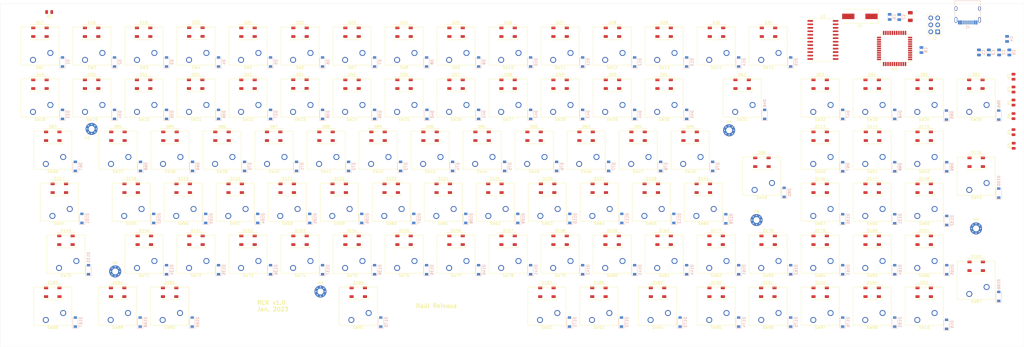
<source format=kicad_pcb>
(kicad_pcb (version 20171130) (host pcbnew "(5.1.4)-1")
  (title_block (title RCK) (date 2023-01-31) (rev 1.0) (company "Raul Reinosa (rreinosa)"))
  (layers (0 F.Cu signal) (31 B.Cu signal) (34 B.Paste user) (35 F.Paste user) (36 B.SilkS user) (37 F.SilkS user) (38 B.Mask user) (39 F.Mask user) (44 Edge.Cuts user))
  (net 0 "")
  (net 1 GND)
  (net 2 +5V)
  (net 3 "Net-(C6-Pad2)")
  (net 4 "Net-(C7-Pad2)")
  (net 5 "Net-(D1-Pad2)")
  (net 6 R0)
  (net 7 "Net-(D2-Pad2)")
  (net 8 "Net-(D3-Pad2)")
  (net 9 "Net-(D4-Pad2)")
  (net 10 "Net-(D5-Pad2)")
  (net 11 "Net-(D6-Pad2)")
  (net 12 "Net-(D7-Pad2)")
  (net 13 "Net-(D8-Pad2)")
  (net 14 "Net-(D9-Pad2)")
  (net 15 "Net-(D10-Pad2)")
  (net 16 "Net-(D11-Pad2)")
  (net 17 "Net-(D12-Pad2)")
  (net 18 "Net-(D13-Pad2)")
  (net 19 "Net-(D14-Pad2)")
  (net 20 "Net-(D15-Pad2)")
  (net 21 "Net-(D16-Pad2)")
  (net 22 "Net-(D17-Pad4)")
  (net 23 "Net-(D17-Pad2)")
  (net 24 "Net-(D18-Pad4)")
  (net 25 "Net-(D19-Pad4)")
  (net 26 "Net-(D20-Pad4)")
  (net 27 "Net-(D21-Pad4)")
  (net 28 "Net-(D22-Pad4)")
  (net 29 "Net-(D23-Pad4)")
  (net 30 "Net-(D24-Pad4)")
  (net 31 "Net-(D25-Pad4)")
  (net 32 "Net-(D26-Pad4)")
  (net 33 "Net-(D27-Pad4)")
  (net 34 "Net-(D28-Pad4)")
  (net 35 "Net-(D29-Pad4)")
  (net 36 "Net-(D30-Pad4)")
  (net 37 LED1)
  (net 38 "Net-(D33-Pad2)")
  (net 39 R1)
  (net 40 "Net-(D34-Pad2)")
  (net 41 "Net-(D35-Pad2)")
  (net 42 "Net-(D36-Pad2)")
  (net 43 "Net-(D37-Pad2)")
  (net 44 "Net-(D38-Pad2)")
  (net 45 "Net-(D39-Pad2)")
  (net 46 "Net-(D40-Pad2)")
  (net 47 "Net-(D41-Pad2)")
  (net 48 "Net-(D42-Pad2)")
  (net 49 "Net-(D43-Pad2)")
  (net 50 "Net-(D44-Pad2)")
  (net 51 "Net-(D45-Pad2)")
  (net 52 "Net-(D46-Pad2)")
  (net 53 "Net-(D47-Pad2)")
  (net 54 "Net-(D48-Pad2)")
  (net 55 "Net-(D49-Pad4)")
  (net 56 "Net-(D50-Pad4)")
  (net 57 "Net-(D51-Pad4)")
  (net 58 "Net-(D52-Pad4)")
  (net 59 "Net-(D53-Pad4)")
  (net 60 "Net-(D54-Pad4)")
  (net 61 "Net-(D55-Pad4)")
  (net 62 "Net-(D56-Pad4)")
  (net 63 "Net-(D57-Pad4)")
  (net 64 "Net-(D58-Pad4)")
  (net 65 "Net-(D59-Pad4)")
  (net 66 "Net-(D60-Pad4)")
  (net 67 "Net-(D61-Pad4)")
  (net 68 "Net-(D62-Pad4)")
  (net 69 "Net-(D63-Pad4)")
  (net 70 LED2)
  (net 71 "Net-(D65-Pad2)")
  (net 72 R2)
  (net 73 "Net-(D66-Pad2)")
  (net 74 "Net-(D67-Pad2)")
  (net 75 "Net-(D68-Pad2)")
  (net 76 "Net-(D69-Pad2)")
  (net 77 "Net-(D70-Pad2)")
  (net 78 "Net-(D71-Pad2)")
  (net 79 "Net-(D72-Pad2)")
  (net 80 "Net-(D73-Pad2)")
  (net 81 "Net-(D74-Pad2)")
  (net 82 "Net-(D75-Pad2)")
  (net 83 "Net-(D76-Pad2)")
  (net 84 "Net-(D77-Pad2)")
  (net 85 "Net-(D78-Pad2)")
  (net 86 "Net-(D79-Pad2)")
  (net 87 "Net-(D80-Pad2)")
  (net 88 "Net-(D81-Pad4)")
  (net 89 "Net-(D82-Pad4)")
  (net 90 "Net-(D83-Pad4)")
  (net 91 "Net-(D84-Pad4)")
  (net 92 "Net-(D85-Pad4)")
  (net 93 "Net-(D86-Pad4)")
  (net 94 "Net-(D87-Pad4)")
  (net 95 "Net-(D88-Pad4)")
  (net 96 "Net-(D89-Pad4)")
  (net 97 "Net-(D90-Pad4)")
  (net 98 "Net-(D91-Pad4)")
  (net 99 "Net-(D92-Pad4)")
  (net 100 "Net-(D93-Pad4)")
  (net 101 "Net-(D94-Pad4)")
  (net 102 "Net-(D95-Pad4)")
  (net 103 LED3)
  (net 104 "Net-(D97-Pad2)")
  (net 105 R3)
  (net 106 "Net-(D98-Pad2)")
  (net 107 "Net-(D99-Pad2)")
  (net 108 "Net-(D100-Pad2)")
  (net 109 "Net-(D101-Pad2)")
  (net 110 "Net-(D102-Pad2)")
  (net 111 "Net-(D103-Pad2)")
  (net 112 "Net-(D104-Pad2)")
  (net 113 "Net-(D105-Pad2)")
  (net 114 "Net-(D106-Pad2)")
  (net 115 "Net-(D107-Pad2)")
  (net 116 "Net-(D108-Pad2)")
  (net 117 "Net-(D109-Pad2)")
  (net 118 "Net-(D110-Pad2)")
  (net 119 "Net-(D111-Pad2)")
  (net 120 "Net-(D112-Pad2)")
  (net 121 "Net-(D113-Pad4)")
  (net 122 "Net-(D114-Pad4)")
  (net 123 "Net-(D115-Pad4)")
  (net 124 "Net-(D116-Pad4)")
  (net 125 "Net-(D117-Pad4)")
  (net 126 "Net-(D118-Pad4)")
  (net 127 "Net-(D119-Pad4)")
  (net 128 "Net-(D120-Pad4)")
  (net 129 "Net-(D121-Pad4)")
  (net 130 "Net-(D122-Pad4)")
  (net 131 "Net-(D123-Pad4)")
  (net 132 "Net-(D124-Pad4)")
  (net 133 "Net-(D125-Pad4)")
  (net 134 "Net-(D126-Pad4)")
  (net 135 "Net-(D127-Pad4)")
  (net 136 LED4)
  (net 137 "Net-(D129-Pad2)")
  (net 138 R4)
  (net 139 "Net-(D130-Pad2)")
  (net 140 "Net-(D131-Pad2)")
  (net 141 "Net-(D132-Pad2)")
  (net 142 "Net-(D133-Pad2)")
  (net 143 "Net-(D134-Pad2)")
  (net 144 "Net-(D135-Pad2)")
  (net 145 "Net-(D136-Pad2)")
  (net 146 "Net-(D137-Pad2)")
  (net 147 "Net-(D138-Pad2)")
  (net 148 "Net-(D139-Pad2)")
  (net 149 "Net-(D140-Pad2)")
  (net 150 "Net-(D141-Pad2)")
  (net 151 "Net-(D142-Pad2)")
  (net 152 "Net-(D143-Pad2)")
  (net 153 "Net-(D144-Pad2)")
  (net 154 "Net-(D145-Pad4)")
  (net 155 "Net-(D146-Pad4)")
  (net 156 "Net-(D147-Pad4)")
  (net 157 "Net-(D148-Pad4)")
  (net 158 "Net-(D149-Pad4)")
  (net 159 "Net-(D150-Pad4)")
  (net 160 "Net-(D151-Pad4)")
  (net 161 "Net-(D152-Pad4)")
  (net 162 "Net-(D153-Pad4)")
  (net 163 "Net-(D154-Pad4)")
  (net 164 "Net-(D155-Pad4)")
  (net 165 "Net-(D156-Pad4)")
  (net 166 "Net-(D157-Pad4)")
  (net 167 "Net-(D158-Pad4)")
  (net 168 "Net-(D159-Pad4)")
  (net 169 LED5)
  (net 170 "Net-(D161-Pad2)")
  (net 171 R5)
  (net 172 "Net-(D162-Pad2)")
  (net 173 "Net-(D163-Pad2)")
  (net 174 "Net-(D164-Pad2)")
  (net 175 "Net-(D165-Pad2)")
  (net 176 "Net-(D166-Pad2)")
  (net 177 "Net-(D167-Pad2)")
  (net 178 "Net-(D168-Pad2)")
  (net 179 "Net-(D169-Pad2)")
  (net 180 "Net-(D170-Pad2)")
  (net 181 "Net-(D171-Pad2)")
  (net 182 "Net-(D172-Pad2)")
  (net 183 "Net-(D173-Pad2)")
  (net 184 "Net-(D174-Pad2)")
  (net 185 "Net-(D175-Pad2)")
  (net 186 "Net-(D176-Pad2)")
  (net 187 "Net-(D177-Pad4)")
  (net 188 "Net-(D178-Pad4)")
  (net 189 "Net-(D179-Pad4)")
  (net 190 "Net-(D180-Pad4)")
  (net 191 "Net-(D181-Pad4)")
  (net 192 "Net-(D182-Pad4)")
  (net 193 "Net-(D183-Pad4)")
  (net 194 "Net-(D184-Pad4)")
  (net 195 "Net-(D185-Pad4)")
  (net 196 "Net-(D186-Pad4)")
  (net 197 "Net-(D187-Pad4)")
  (net 198 "Net-(D188-Pad4)")
  (net 199 "Net-(D189-Pad4)")
  (net 200 "Net-(D190-Pad4)")
  (net 201 "Net-(D191-Pad4)")
  (net 202 LED6)
  (net 203 "Net-(D193-Pad2)")
  (net 204 R6)
  (net 205 "Net-(F1-Pad2)")
  (net 206 "Net-(J1-PadA7)")
  (net 207 "Net-(J1-PadA6)")
  (net 208 MOSI)
  (net 209 SCK)
  (net 210 MISO)
  (net 211 "Net-(R1-Pad2)")
  (net 212 LED0)
  (net 213 D+)
  (net 214 "Net-(R3-Pad1)")
  (net 215 D-)
  (net 216 "Net-(R4-Pad1)")
  (net 217 "Net-(R5-Pad2)")
  (net 218 C0)
  (net 219 C1)
  (net 220 C2)
  (net 221 C3)
  (net 222 C4)
  (net 223 C5)
  (net 224 C6)
  (net 225 C7)
  (net 226 C8)
  (net 227 C9)
  (net 228 C10)
  (net 229 C11)
  (net 230 C12)
  (net 231 C13)
  (net 232 C14)
  (net 233 C15)
  (net 234 SE)
  (net 235 S2)
  (net 236 S3)
  (net 237 S1)
  (net 238 S0)
  (net 239 COM)
  (net 240 "Net-(D194-Pad4)")
  (net 241 "Net-(C8-Pad2)")
  (module Button_Switch_Keyboard:SW_Cherry_MX_1.00u_PCB (layer F.Cu) (at 225.171 146.939 180)
    (fp_text reference SW28 (at -2.54 -2.794 180) (layer F.SilkS))
    (fp_text value SW_Push)
    (pad "" np_thru_hole circle (at 2.54 5.08 180) (size 1.7 1.7) (drill 1.7) (layers *.Cu *.Mask))
    (pad "" np_thru_hole circle (at -7.62 5.08 180) (size 1.7 1.7) (drill 1.7) (layers *.Cu *.Mask))
    (pad "" np_thru_hole circle (at -2.54 5.08 180) (size 4 4) (drill 4) (layers *.Cu *.Mask))
    (pad 2 thru_hole circle (at -6.35 2.54 180) (size 2.2 2.2) (drill 1.5) (layers *.Cu *.Mask) (net 49 "Net-(D43-Pad2)"))
    (pad 1 thru_hole circle (at 0 0 180) (size 2.2 2.2) (drill 1.5) (layers *.Cu *.Mask) (net 228 C10))
  )
  (module Button_Switch_Keyboard:SW_Cherry_MX_1.00u_PCB (layer F.Cu) (at 339.471 223.139 180)
    (fp_text reference SW98 (at -2.54 -2.794) (layer F.SilkS))
    (fp_text value SW_Push)
    (pad "" np_thru_hole circle (at 2.54 5.08 180) (size 1.7 1.7) (drill 1.7) (layers *.Cu *.Mask))
    (pad "" np_thru_hole circle (at -7.62 5.08 180) (size 1.7 1.7) (drill 1.7) (layers *.Cu *.Mask))
    (pad "" np_thru_hole circle (at -2.54 5.08 180) (size 4 4) (drill 4) (layers *.Cu *.Mask))
    (pad 2 thru_hole circle (at -6.35 2.54 180) (size 2.2 2.2) (drill 1.5) (layers *.Cu *.Mask) (net 203 "Net-(D193-Pad2)"))
    (pad 1 thru_hole circle (at 0 0 180) (size 2.2 2.2) (drill 1.5) (layers *.Cu *.Mask) (net 218 C0))
  )
  (module Button_Switch_Keyboard:SW_Cherry_MX_1.00u_PCB (layer F.Cu) (at 320.421 223.139 180)
    (fp_text reference SW97 (at -2.54 -2.794) (layer F.SilkS))
    (fp_text value SW_Push)
    (pad "" np_thru_hole circle (at 2.54 5.08 180) (size 1.7 1.7) (drill 1.7) (layers *.Cu *.Mask))
    (pad "" np_thru_hole circle (at -7.62 5.08 180) (size 1.7 1.7) (drill 1.7) (layers *.Cu *.Mask))
    (pad "" np_thru_hole circle (at -2.54 5.08 180) (size 4 4) (drill 4) (layers *.Cu *.Mask))
    (pad 2 thru_hole circle (at -6.35 2.54 180) (size 2.2 2.2) (drill 1.5) (layers *.Cu *.Mask) (net 186 "Net-(D176-Pad2)"))
    (pad 1 thru_hole circle (at 0 0 180) (size 2.2 2.2) (drill 1.5) (layers *.Cu *.Mask) (net 233 C15))
  )
  (module Button_Switch_Keyboard:SW_Cherry_MX_1.00u_PCB (layer F.Cu) (at 301.371 223.139 180)
    (fp_text reference SW96 (at -2.54 -2.794) (layer F.SilkS))
    (fp_text value SW_Push)
    (pad "" np_thru_hole circle (at 2.54 5.08 180) (size 1.7 1.7) (drill 1.7) (layers *.Cu *.Mask))
    (pad "" np_thru_hole circle (at -7.62 5.08 180) (size 1.7 1.7) (drill 1.7) (layers *.Cu *.Mask))
    (pad "" np_thru_hole circle (at -2.54 5.08 180) (size 4 4) (drill 4) (layers *.Cu *.Mask))
    (pad 2 thru_hole circle (at -6.35 2.54 180) (size 2.2 2.2) (drill 1.5) (layers *.Cu *.Mask) (net 185 "Net-(D175-Pad2)"))
    (pad 1 thru_hole circle (at 0 0 180) (size 2.2 2.2) (drill 1.5) (layers *.Cu *.Mask) (net 232 C14))
  )
  (module Button_Switch_Keyboard:SW_Cherry_MX_1.00u_PCB (layer F.Cu) (at 282.321 223.139 180)
    (fp_text reference SW95 (at -2.54 -2.794) (layer F.SilkS))
    (fp_text value SW_Push)
    (pad "" np_thru_hole circle (at 2.54 5.08 180) (size 1.7 1.7) (drill 1.7) (layers *.Cu *.Mask))
    (pad "" np_thru_hole circle (at -7.62 5.08 180) (size 1.7 1.7) (drill 1.7) (layers *.Cu *.Mask))
    (pad "" np_thru_hole circle (at -2.54 5.08 180) (size 4 4) (drill 4) (layers *.Cu *.Mask))
    (pad 2 thru_hole circle (at -6.35 2.54 180) (size 2.2 2.2) (drill 1.5) (layers *.Cu *.Mask) (net 184 "Net-(D174-Pad2)"))
    (pad 1 thru_hole circle (at 0 0 180) (size 2.2 2.2) (drill 1.5) (layers *.Cu *.Mask) (net 231 C13))
  )
  (module Button_Switch_Keyboard:SW_Cherry_MX_1.00u_PCB (layer F.Cu) (at 239.395 223.139 180)
    (fp_text reference SW93 (at -2.54 -2.794) (layer F.SilkS))
    (fp_text value SW_Push)
    (pad "" np_thru_hole circle (at 2.54 5.08 180) (size 1.7 1.7) (drill 1.7) (layers *.Cu *.Mask))
    (pad "" np_thru_hole circle (at -7.62 5.08 180) (size 1.7 1.7) (drill 1.7) (layers *.Cu *.Mask))
    (pad "" np_thru_hole circle (at -2.54 5.08 180) (size 4 4) (drill 4) (layers *.Cu *.Mask))
    (pad 2 thru_hole circle (at -6.35 2.54 180) (size 2.2 2.2) (drill 1.5) (layers *.Cu *.Mask) (net 182 "Net-(D172-Pad2)"))
    (pad 1 thru_hole circle (at 0 0 180) (size 2.2 2.2) (drill 1.5) (layers *.Cu *.Mask) (net 229 C11))
  )
  (module Button_Switch_Keyboard:SW_Cherry_MX_1.00u_PCB (layer F.Cu) (at 220.345 223.139 180)
    (fp_text reference SW92 (at -2.54 -2.794) (layer F.SilkS))
    (fp_text value SW_Push)
    (pad "" np_thru_hole circle (at 2.54 5.08 180) (size 1.7 1.7) (drill 1.7) (layers *.Cu *.Mask))
    (pad "" np_thru_hole circle (at -7.62 5.08 180) (size 1.7 1.7) (drill 1.7) (layers *.Cu *.Mask))
    (pad "" np_thru_hole circle (at -2.54 5.08 180) (size 4 4) (drill 4) (layers *.Cu *.Mask))
    (pad 2 thru_hole circle (at -6.35 2.54 180) (size 2.2 2.2) (drill 1.5) (layers *.Cu *.Mask) (net 181 "Net-(D171-Pad2)"))
    (pad 1 thru_hole circle (at 0 0 180) (size 2.2 2.2) (drill 1.5) (layers *.Cu *.Mask) (net 228 C10))
  )
  (module Button_Switch_Keyboard:SW_Cherry_MX_1.00u_PCB (layer F.Cu) (at 82.169 223.139 180)
    (fp_text reference SW90 (at -2.54 -2.794) (layer F.SilkS))
    (fp_text value SW_Push)
    (pad "" np_thru_hole circle (at 2.54 5.08 180) (size 1.7 1.7) (drill 1.7) (layers *.Cu *.Mask))
    (pad "" np_thru_hole circle (at -7.62 5.08 180) (size 1.7 1.7) (drill 1.7) (layers *.Cu *.Mask))
    (pad "" np_thru_hole circle (at -2.54 5.08 180) (size 4 4) (drill 4) (layers *.Cu *.Mask))
    (pad 2 thru_hole circle (at -6.35 2.54 180) (size 2.2 2.2) (drill 1.5) (layers *.Cu *.Mask) (net 179 "Net-(D169-Pad2)"))
    (pad 1 thru_hole circle (at 0 0 180) (size 2.2 2.2) (drill 1.5) (layers *.Cu *.Mask) (net 226 C8))
  )
  (module Button_Switch_Keyboard:SW_Cherry_MX_1.00u_PCB (layer F.Cu) (at 63.119 223.139 180)
    (fp_text reference SW89 (at -2.54 -2.794) (layer F.SilkS))
    (fp_text value SW_Push)
    (pad "" np_thru_hole circle (at 2.54 5.08 180) (size 1.7 1.7) (drill 1.7) (layers *.Cu *.Mask))
    (pad "" np_thru_hole circle (at -7.62 5.08 180) (size 1.7 1.7) (drill 1.7) (layers *.Cu *.Mask))
    (pad "" np_thru_hole circle (at -2.54 5.08 180) (size 4 4) (drill 4) (layers *.Cu *.Mask))
    (pad 2 thru_hole circle (at -6.35 2.54 180) (size 2.2 2.2) (drill 1.5) (layers *.Cu *.Mask) (net 178 "Net-(D168-Pad2)"))
    (pad 1 thru_hole circle (at 0 0 180) (size 2.2 2.2) (drill 1.5) (layers *.Cu *.Mask) (net 225 C7))
  )
  (module Button_Switch_Keyboard:SW_Cherry_MX_1.00u_PCB (layer F.Cu) (at 358.521 204.089 180)
    (fp_text reference SW86 (at -2.54 -2.794) (layer F.SilkS))
    (fp_text value SW_Push)
    (pad "" np_thru_hole circle (at 2.54 5.08 180) (size 1.7 1.7) (drill 1.7) (layers *.Cu *.Mask))
    (pad "" np_thru_hole circle (at -7.62 5.08 180) (size 1.7 1.7) (drill 1.7) (layers *.Cu *.Mask))
    (pad "" np_thru_hole circle (at -2.54 5.08 180) (size 4 4) (drill 4) (layers *.Cu *.Mask))
    (pad 2 thru_hole circle (at -6.35 2.54 180) (size 2.2 2.2) (drill 1.5) (layers *.Cu *.Mask) (net 175 "Net-(D165-Pad2)"))
    (pad 1 thru_hole circle (at 0 0 180) (size 2.2 2.2) (drill 1.5) (layers *.Cu *.Mask) (net 222 C4))
  )
  (module Button_Switch_Keyboard:SW_Cherry_MX_1.00u_PCB (layer F.Cu) (at 339.471 204.089 180)
    (fp_text reference SW85 (at -2.54 -2.794) (layer F.SilkS))
    (fp_text value SW_Push)
    (pad "" np_thru_hole circle (at 2.54 5.08 180) (size 1.7 1.7) (drill 1.7) (layers *.Cu *.Mask))
    (pad "" np_thru_hole circle (at -7.62 5.08 180) (size 1.7 1.7) (drill 1.7) (layers *.Cu *.Mask))
    (pad "" np_thru_hole circle (at -2.54 5.08 180) (size 4 4) (drill 4) (layers *.Cu *.Mask))
    (pad 2 thru_hole circle (at -6.35 2.54 180) (size 2.2 2.2) (drill 1.5) (layers *.Cu *.Mask) (net 174 "Net-(D164-Pad2)"))
    (pad 1 thru_hole circle (at 0 0 180) (size 2.2 2.2) (drill 1.5) (layers *.Cu *.Mask) (net 221 C3))
  )
  (module Button_Switch_Keyboard:SW_Cherry_MX_1.00u_PCB (layer F.Cu) (at 320.421 204.089 180)
    (fp_text reference SW84 (at -2.54 -2.794) (layer F.SilkS))
    (fp_text value SW_Push)
    (pad "" np_thru_hole circle (at 2.54 5.08 180) (size 1.7 1.7) (drill 1.7) (layers *.Cu *.Mask))
    (pad "" np_thru_hole circle (at -7.62 5.08 180) (size 1.7 1.7) (drill 1.7) (layers *.Cu *.Mask))
    (pad "" np_thru_hole circle (at -2.54 5.08 180) (size 4 4) (drill 4) (layers *.Cu *.Mask))
    (pad 2 thru_hole circle (at -6.35 2.54 180) (size 2.2 2.2) (drill 1.5) (layers *.Cu *.Mask) (net 173 "Net-(D163-Pad2)"))
    (pad 1 thru_hole circle (at 0 0 180) (size 2.2 2.2) (drill 1.5) (layers *.Cu *.Mask) (net 220 C2))
  )
  (module Button_Switch_Keyboard:SW_Cherry_MX_1.00u_PCB (layer F.Cu) (at 301.371 204.089 180)
    (fp_text reference SW83 (at -2.54 -2.794) (layer F.SilkS))
    (fp_text value SW_Push)
    (pad "" np_thru_hole circle (at 2.54 5.08 180) (size 1.7 1.7) (drill 1.7) (layers *.Cu *.Mask))
    (pad "" np_thru_hole circle (at -7.62 5.08 180) (size 1.7 1.7) (drill 1.7) (layers *.Cu *.Mask))
    (pad "" np_thru_hole circle (at -2.54 5.08 180) (size 4 4) (drill 4) (layers *.Cu *.Mask))
    (pad 2 thru_hole circle (at -6.35 2.54 180) (size 2.2 2.2) (drill 1.5) (layers *.Cu *.Mask) (net 172 "Net-(D162-Pad2)"))
    (pad 1 thru_hole circle (at 0 0 180) (size 2.2 2.2) (drill 1.5) (layers *.Cu *.Mask) (net 219 C1))
  )
  (module Button_Switch_Keyboard:SW_Cherry_MX_1.00u_PCB (layer F.Cu) (at 282.321 204.089 180)
    (fp_text reference SW82 (at -2.54 -2.794) (layer F.SilkS))
    (fp_text value SW_Push)
    (pad "" np_thru_hole circle (at 2.54 5.08 180) (size 1.7 1.7) (drill 1.7) (layers *.Cu *.Mask))
    (pad "" np_thru_hole circle (at -7.62 5.08 180) (size 1.7 1.7) (drill 1.7) (layers *.Cu *.Mask))
    (pad "" np_thru_hole circle (at -2.54 5.08 180) (size 4 4) (drill 4) (layers *.Cu *.Mask))
    (pad 2 thru_hole circle (at -6.35 2.54 180) (size 2.2 2.2) (drill 1.5) (layers *.Cu *.Mask) (net 170 "Net-(D161-Pad2)"))
    (pad 1 thru_hole circle (at 0 0 180) (size 2.2 2.2) (drill 1.5) (layers *.Cu *.Mask) (net 218 C0))
  )
  (module Button_Switch_Keyboard:SW_Cherry_MX_1.00u_PCB (layer F.Cu) (at 263.271 204.089 180)
    (fp_text reference SW81 (at -2.54 -2.794) (layer F.SilkS))
    (fp_text value SW_Push)
    (pad "" np_thru_hole circle (at 2.54 5.08 180) (size 1.7 1.7) (drill 1.7) (layers *.Cu *.Mask))
    (pad "" np_thru_hole circle (at -7.62 5.08 180) (size 1.7 1.7) (drill 1.7) (layers *.Cu *.Mask))
    (pad "" np_thru_hole circle (at -2.54 5.08 180) (size 4 4) (drill 4) (layers *.Cu *.Mask))
    (pad 2 thru_hole circle (at -6.35 2.54 180) (size 2.2 2.2) (drill 1.5) (layers *.Cu *.Mask) (net 153 "Net-(D144-Pad2)"))
    (pad 1 thru_hole circle (at 0 0 180) (size 2.2 2.2) (drill 1.5) (layers *.Cu *.Mask) (net 233 C15))
  )
  (module Button_Switch_Keyboard:SW_Cherry_MX_1.00u_PCB (layer F.Cu) (at 244.221 204.089 180)
    (fp_text reference SW80 (at -2.54 -2.794) (layer F.SilkS))
    (fp_text value SW_Push)
    (pad "" np_thru_hole circle (at 2.54 5.08 180) (size 1.7 1.7) (drill 1.7) (layers *.Cu *.Mask))
    (pad "" np_thru_hole circle (at -7.62 5.08 180) (size 1.7 1.7) (drill 1.7) (layers *.Cu *.Mask))
    (pad "" np_thru_hole circle (at -2.54 5.08 180) (size 4 4) (drill 4) (layers *.Cu *.Mask))
    (pad 2 thru_hole circle (at -6.35 2.54 180) (size 2.2 2.2) (drill 1.5) (layers *.Cu *.Mask) (net 152 "Net-(D143-Pad2)"))
    (pad 1 thru_hole circle (at 0 0 180) (size 2.2 2.2) (drill 1.5) (layers *.Cu *.Mask) (net 232 C14))
  )
  (module Button_Switch_Keyboard:SW_Cherry_MX_1.00u_PCB (layer F.Cu) (at 225.171 204.089 180)
    (fp_text reference SW79 (at -2.54 -2.794) (layer F.SilkS))
    (fp_text value SW_Push)
    (pad "" np_thru_hole circle (at 2.54 5.08 180) (size 1.7 1.7) (drill 1.7) (layers *.Cu *.Mask))
    (pad "" np_thru_hole circle (at -7.62 5.08 180) (size 1.7 1.7) (drill 1.7) (layers *.Cu *.Mask))
    (pad "" np_thru_hole circle (at -2.54 5.08 180) (size 4 4) (drill 4) (layers *.Cu *.Mask))
    (pad 2 thru_hole circle (at -6.35 2.54 180) (size 2.2 2.2) (drill 1.5) (layers *.Cu *.Mask) (net 151 "Net-(D142-Pad2)"))
    (pad 1 thru_hole circle (at 0 0 180) (size 2.2 2.2) (drill 1.5) (layers *.Cu *.Mask) (net 231 C13))
  )
  (module Button_Switch_Keyboard:SW_Cherry_MX_1.00u_PCB (layer F.Cu) (at 206.121 204.089 180)
    (fp_text reference SW78 (at -2.54 -2.794) (layer F.SilkS))
    (fp_text value SW_Push)
    (pad "" np_thru_hole circle (at 2.54 5.08 180) (size 1.7 1.7) (drill 1.7) (layers *.Cu *.Mask))
    (pad "" np_thru_hole circle (at -7.62 5.08 180) (size 1.7 1.7) (drill 1.7) (layers *.Cu *.Mask))
    (pad "" np_thru_hole circle (at -2.54 5.08 180) (size 4 4) (drill 4) (layers *.Cu *.Mask))
    (pad 2 thru_hole circle (at -6.35 2.54 180) (size 2.2 2.2) (drill 1.5) (layers *.Cu *.Mask) (net 150 "Net-(D141-Pad2)"))
    (pad 1 thru_hole circle (at 0 0 180) (size 2.2 2.2) (drill 1.5) (layers *.Cu *.Mask) (net 230 C12))
  )
  (module Button_Switch_Keyboard:SW_Cherry_MX_1.00u_PCB (layer F.Cu) (at 187.071 204.089 180)
    (fp_text reference SW77 (at -2.54 -2.794) (layer F.SilkS))
    (fp_text value SW_Push)
    (pad "" np_thru_hole circle (at 2.54 5.08 180) (size 1.7 1.7) (drill 1.7) (layers *.Cu *.Mask))
    (pad "" np_thru_hole circle (at -7.62 5.08 180) (size 1.7 1.7) (drill 1.7) (layers *.Cu *.Mask))
    (pad "" np_thru_hole circle (at -2.54 5.08 180) (size 4 4) (drill 4) (layers *.Cu *.Mask))
    (pad 2 thru_hole circle (at -6.35 2.54 180) (size 2.2 2.2) (drill 1.5) (layers *.Cu *.Mask) (net 149 "Net-(D140-Pad2)"))
    (pad 1 thru_hole circle (at 0 0 180) (size 2.2 2.2) (drill 1.5) (layers *.Cu *.Mask) (net 229 C11))
  )
  (module Button_Switch_Keyboard:SW_Cherry_MX_1.00u_PCB (layer F.Cu) (at 168.021 204.089 180)
    (fp_text reference SW76 (at -2.54 -2.794) (layer F.SilkS))
    (fp_text value SW_Push)
    (pad "" np_thru_hole circle (at 2.54 5.08 180) (size 1.7 1.7) (drill 1.7) (layers *.Cu *.Mask))
    (pad "" np_thru_hole circle (at -7.62 5.08 180) (size 1.7 1.7) (drill 1.7) (layers *.Cu *.Mask))
    (pad "" np_thru_hole circle (at -2.54 5.08 180) (size 4 4) (drill 4) (layers *.Cu *.Mask))
    (pad 2 thru_hole circle (at -6.35 2.54 180) (size 2.2 2.2) (drill 1.5) (layers *.Cu *.Mask) (net 148 "Net-(D139-Pad2)"))
    (pad 1 thru_hole circle (at 0 0 180) (size 2.2 2.2) (drill 1.5) (layers *.Cu *.Mask) (net 228 C10))
  )
  (module Button_Switch_Keyboard:SW_Cherry_MX_1.00u_PCB (layer F.Cu) (at 148.971 204.089 180)
    (fp_text reference SW75 (at -2.54 -2.794) (layer F.SilkS))
    (fp_text value SW_Push)
    (pad "" np_thru_hole circle (at 2.54 5.08 180) (size 1.7 1.7) (drill 1.7) (layers *.Cu *.Mask))
    (pad "" np_thru_hole circle (at -7.62 5.08 180) (size 1.7 1.7) (drill 1.7) (layers *.Cu *.Mask))
    (pad "" np_thru_hole circle (at -2.54 5.08 180) (size 4 4) (drill 4) (layers *.Cu *.Mask))
    (pad 2 thru_hole circle (at -6.35 2.54 180) (size 2.2 2.2) (drill 1.5) (layers *.Cu *.Mask) (net 147 "Net-(D138-Pad2)"))
    (pad 1 thru_hole circle (at 0 0 180) (size 2.2 2.2) (drill 1.5) (layers *.Cu *.Mask) (net 227 C9))
  )
  (module Button_Switch_Keyboard:SW_Cherry_MX_1.00u_PCB (layer F.Cu) (at 129.921 204.089 180)
    (fp_text reference SW74 (at -2.54 -2.794) (layer F.SilkS))
    (fp_text value SW_Push)
    (pad "" np_thru_hole circle (at 2.54 5.08 180) (size 1.7 1.7) (drill 1.7) (layers *.Cu *.Mask))
    (pad "" np_thru_hole circle (at -7.62 5.08 180) (size 1.7 1.7) (drill 1.7) (layers *.Cu *.Mask))
    (pad "" np_thru_hole circle (at -2.54 5.08 180) (size 4 4) (drill 4) (layers *.Cu *.Mask))
    (pad 2 thru_hole circle (at -6.35 2.54 180) (size 2.2 2.2) (drill 1.5) (layers *.Cu *.Mask) (net 146 "Net-(D137-Pad2)"))
    (pad 1 thru_hole circle (at 0 0 180) (size 2.2 2.2) (drill 1.5) (layers *.Cu *.Mask) (net 226 C8))
  )
  (module Button_Switch_Keyboard:SW_Cherry_MX_1.00u_PCB (layer F.Cu) (at 110.871 204.089 180)
    (fp_text reference SW73 (at -2.54 -2.794) (layer F.SilkS))
    (fp_text value SW_Push)
    (pad "" np_thru_hole circle (at 2.54 5.08 180) (size 1.7 1.7) (drill 1.7) (layers *.Cu *.Mask))
    (pad "" np_thru_hole circle (at -7.62 5.08 180) (size 1.7 1.7) (drill 1.7) (layers *.Cu *.Mask))
    (pad "" np_thru_hole circle (at -2.54 5.08 180) (size 4 4) (drill 4) (layers *.Cu *.Mask))
    (pad 2 thru_hole circle (at -6.35 2.54 180) (size 2.2 2.2) (drill 1.5) (layers *.Cu *.Mask) (net 145 "Net-(D136-Pad2)"))
    (pad 1 thru_hole circle (at 0 0 180) (size 2.2 2.2) (drill 1.5) (layers *.Cu *.Mask) (net 225 C7))
  )
  (module Button_Switch_Keyboard:SW_Cherry_MX_1.00u_PCB (layer F.Cu) (at 91.821 204.089 180)
    (fp_text reference SW72 (at -2.54 -2.794) (layer F.SilkS))
    (fp_text value SW_Push)
    (pad "" np_thru_hole circle (at 2.54 5.08 180) (size 1.7 1.7) (drill 1.7) (layers *.Cu *.Mask))
    (pad "" np_thru_hole circle (at -7.62 5.08 180) (size 1.7 1.7) (drill 1.7) (layers *.Cu *.Mask))
    (pad "" np_thru_hole circle (at -2.54 5.08 180) (size 4 4) (drill 4) (layers *.Cu *.Mask))
    (pad 2 thru_hole circle (at -6.35 2.54 180) (size 2.2 2.2) (drill 1.5) (layers *.Cu *.Mask) (net 144 "Net-(D135-Pad2)"))
    (pad 1 thru_hole circle (at 0 0 180) (size 2.2 2.2) (drill 1.5) (layers *.Cu *.Mask) (net 224 C6))
  )
  (module Button_Switch_Keyboard:SW_Cherry_MX_1.00u_PCB (layer F.Cu) (at 72.771 204.089 180)
    (fp_text reference SW71 (at -2.54 -2.794) (layer F.SilkS))
    (fp_text value SW_Push)
    (pad "" np_thru_hole circle (at 2.54 5.08 180) (size 1.7 1.7) (drill 1.7) (layers *.Cu *.Mask))
    (pad "" np_thru_hole circle (at -7.62 5.08 180) (size 1.7 1.7) (drill 1.7) (layers *.Cu *.Mask))
    (pad "" np_thru_hole circle (at -2.54 5.08 180) (size 4 4) (drill 4) (layers *.Cu *.Mask))
    (pad 2 thru_hole circle (at -6.35 2.54 180) (size 2.2 2.2) (drill 1.5) (layers *.Cu *.Mask) (net 143 "Net-(D134-Pad2)"))
    (pad 1 thru_hole circle (at 0 0 180) (size 2.2 2.2) (drill 1.5) (layers *.Cu *.Mask) (net 223 C5))
  )
  (module Button_Switch_Keyboard:SW_Cherry_MX_1.00u_PCB (layer F.Cu) (at 358.521 185.039 180)
    (fp_text reference SW69 (at -2.54 -2.794) (layer F.SilkS))
    (fp_text value SW_Push)
    (pad "" np_thru_hole circle (at 2.54 5.08 180) (size 1.7 1.7) (drill 1.7) (layers *.Cu *.Mask))
    (pad "" np_thru_hole circle (at -7.62 5.08 180) (size 1.7 1.7) (drill 1.7) (layers *.Cu *.Mask))
    (pad "" np_thru_hole circle (at -2.54 5.08 180) (size 4 4) (drill 4) (layers *.Cu *.Mask))
    (pad 2 thru_hole circle (at -6.35 2.54 180) (size 2.2 2.2) (drill 1.5) (layers *.Cu *.Mask) (net 141 "Net-(D132-Pad2)"))
    (pad 1 thru_hole circle (at 0 0 180) (size 2.2 2.2) (drill 1.5) (layers *.Cu *.Mask) (net 221 C3))
  )
  (module Button_Switch_Keyboard:SW_Cherry_MX_1.00u_PCB (layer F.Cu) (at 339.471 185.039 180)
    (fp_text reference SW68 (at -2.54 -2.794) (layer F.SilkS))
    (fp_text value SW_Push)
    (pad "" np_thru_hole circle (at 2.54 5.08 180) (size 1.7 1.7) (drill 1.7) (layers *.Cu *.Mask))
    (pad "" np_thru_hole circle (at -7.62 5.08 180) (size 1.7 1.7) (drill 1.7) (layers *.Cu *.Mask))
    (pad "" np_thru_hole circle (at -2.54 5.08 180) (size 4 4) (drill 4) (layers *.Cu *.Mask))
    (pad 2 thru_hole circle (at -6.35 2.54 180) (size 2.2 2.2) (drill 1.5) (layers *.Cu *.Mask) (net 140 "Net-(D131-Pad2)"))
    (pad 1 thru_hole circle (at 0 0 180) (size 2.2 2.2) (drill 1.5) (layers *.Cu *.Mask) (net 220 C2))
  )
  (module Button_Switch_Keyboard:SW_Cherry_MX_1.00u_PCB (layer F.Cu) (at 320.421 185.039 180)
    (fp_text reference SW67 (at -2.54 -2.794) (layer F.SilkS))
    (fp_text value SW_Push)
    (pad "" np_thru_hole circle (at 2.54 5.08 180) (size 1.7 1.7) (drill 1.7) (layers *.Cu *.Mask))
    (pad "" np_thru_hole circle (at -7.62 5.08 180) (size 1.7 1.7) (drill 1.7) (layers *.Cu *.Mask))
    (pad "" np_thru_hole circle (at -2.54 5.08 180) (size 4 4) (drill 4) (layers *.Cu *.Mask))
    (pad 2 thru_hole circle (at -6.35 2.54 180) (size 2.2 2.2) (drill 1.5) (layers *.Cu *.Mask) (net 139 "Net-(D130-Pad2)"))
    (pad 1 thru_hole circle (at 0 0 180) (size 2.2 2.2) (drill 1.5) (layers *.Cu *.Mask) (net 219 C1))
  )
  (module Button_Switch_Keyboard:SW_Cherry_MX_1.00u_PCB (layer F.Cu) (at 277.622 185.039 180)
    (fp_text reference SW66 (at -2.54 -2.794) (layer F.SilkS))
    (fp_text value SW_Push)
    (pad "" np_thru_hole circle (at 2.54 5.08 180) (size 1.7 1.7) (drill 1.7) (layers *.Cu *.Mask))
    (pad "" np_thru_hole circle (at -7.62 5.08 180) (size 1.7 1.7) (drill 1.7) (layers *.Cu *.Mask))
    (pad "" np_thru_hole circle (at -2.54 5.08 180) (size 4 4) (drill 4) (layers *.Cu *.Mask))
    (pad 2 thru_hole circle (at -6.35 2.54 180) (size 2.2 2.2) (drill 1.5) (layers *.Cu *.Mask) (net 137 "Net-(D129-Pad2)"))
    (pad 1 thru_hole circle (at 0 0 180) (size 2.2 2.2) (drill 1.5) (layers *.Cu *.Mask) (net 218 C0))
  )
  (module Button_Switch_Keyboard:SW_Cherry_MX_1.00u_PCB (layer F.Cu) (at 258.572 185.039 180)
    (fp_text reference SW65 (at -2.54 -2.794) (layer F.SilkS))
    (fp_text value SW_Push)
    (pad "" np_thru_hole circle (at 2.54 5.08 180) (size 1.7 1.7) (drill 1.7) (layers *.Cu *.Mask))
    (pad "" np_thru_hole circle (at -7.62 5.08 180) (size 1.7 1.7) (drill 1.7) (layers *.Cu *.Mask))
    (pad "" np_thru_hole circle (at -2.54 5.08 180) (size 4 4) (drill 4) (layers *.Cu *.Mask))
    (pad 2 thru_hole circle (at -6.35 2.54 180) (size 2.2 2.2) (drill 1.5) (layers *.Cu *.Mask) (net 120 "Net-(D112-Pad2)"))
    (pad 1 thru_hole circle (at 0 0 180) (size 2.2 2.2) (drill 1.5) (layers *.Cu *.Mask) (net 233 C15))
  )
  (module Button_Switch_Keyboard:SW_Cherry_MX_1.00u_PCB (layer F.Cu) (at 239.522 185.039 180)
    (fp_text reference SW64 (at -2.54 -2.794) (layer F.SilkS))
    (fp_text value SW_Push)
    (pad "" np_thru_hole circle (at 2.54 5.08 180) (size 1.7 1.7) (drill 1.7) (layers *.Cu *.Mask))
    (pad "" np_thru_hole circle (at -7.62 5.08 180) (size 1.7 1.7) (drill 1.7) (layers *.Cu *.Mask))
    (pad "" np_thru_hole circle (at -2.54 5.08 180) (size 4 4) (drill 4) (layers *.Cu *.Mask))
    (pad 2 thru_hole circle (at -6.35 2.54 180) (size 2.2 2.2) (drill 1.5) (layers *.Cu *.Mask) (net 119 "Net-(D111-Pad2)"))
    (pad 1 thru_hole circle (at 0 0 180) (size 2.2 2.2) (drill 1.5) (layers *.Cu *.Mask) (net 232 C14))
  )
  (module Button_Switch_Keyboard:SW_Cherry_MX_1.00u_PCB (layer F.Cu) (at 220.472 185.039 180)
    (fp_text reference SW63 (at -2.54 -2.794) (layer F.SilkS))
    (fp_text value SW_Push)
    (pad "" np_thru_hole circle (at 2.54 5.08 180) (size 1.7 1.7) (drill 1.7) (layers *.Cu *.Mask))
    (pad "" np_thru_hole circle (at -7.62 5.08 180) (size 1.7 1.7) (drill 1.7) (layers *.Cu *.Mask))
    (pad "" np_thru_hole circle (at -2.54 5.08 180) (size 4 4) (drill 4) (layers *.Cu *.Mask))
    (pad 2 thru_hole circle (at -6.35 2.54 180) (size 2.2 2.2) (drill 1.5) (layers *.Cu *.Mask) (net 118 "Net-(D110-Pad2)"))
    (pad 1 thru_hole circle (at 0 0 180) (size 2.2 2.2) (drill 1.5) (layers *.Cu *.Mask) (net 231 C13))
  )
  (module Button_Switch_Keyboard:SW_Cherry_MX_1.00u_PCB (layer F.Cu) (at 201.422 185.039 180)
    (fp_text reference SW62 (at -2.54 -2.794) (layer F.SilkS))
    (fp_text value SW_Push)
    (pad "" np_thru_hole circle (at 2.54 5.08 180) (size 1.7 1.7) (drill 1.7) (layers *.Cu *.Mask))
    (pad "" np_thru_hole circle (at -7.62 5.08 180) (size 1.7 1.7) (drill 1.7) (layers *.Cu *.Mask))
    (pad "" np_thru_hole circle (at -2.54 5.08 180) (size 4 4) (drill 4) (layers *.Cu *.Mask))
    (pad 2 thru_hole circle (at -6.35 2.54 180) (size 2.2 2.2) (drill 1.5) (layers *.Cu *.Mask) (net 117 "Net-(D109-Pad2)"))
    (pad 1 thru_hole circle (at 0 0 180) (size 2.2 2.2) (drill 1.5) (layers *.Cu *.Mask) (net 230 C12))
  )
  (module Button_Switch_Keyboard:SW_Cherry_MX_1.00u_PCB (layer F.Cu) (at 182.372 185.039 180)
    (fp_text reference SW61 (at -2.54 -2.794) (layer F.SilkS))
    (fp_text value SW_Push)
    (pad "" np_thru_hole circle (at 2.54 5.08 180) (size 1.7 1.7) (drill 1.7) (layers *.Cu *.Mask))
    (pad "" np_thru_hole circle (at -7.62 5.08 180) (size 1.7 1.7) (drill 1.7) (layers *.Cu *.Mask))
    (pad "" np_thru_hole circle (at -2.54 5.08 180) (size 4 4) (drill 4) (layers *.Cu *.Mask))
    (pad 2 thru_hole circle (at -6.35 2.54 180) (size 2.2 2.2) (drill 1.5) (layers *.Cu *.Mask) (net 116 "Net-(D108-Pad2)"))
    (pad 1 thru_hole circle (at 0 0 180) (size 2.2 2.2) (drill 1.5) (layers *.Cu *.Mask) (net 229 C11))
  )
  (module Button_Switch_Keyboard:SW_Cherry_MX_1.00u_PCB (layer F.Cu) (at 163.322 185.039 180)
    (fp_text reference SW60 (at -2.54 -2.794) (layer F.SilkS))
    (fp_text value SW_Push)
    (pad "" np_thru_hole circle (at 2.54 5.08 180) (size 1.7 1.7) (drill 1.7) (layers *.Cu *.Mask))
    (pad "" np_thru_hole circle (at -7.62 5.08 180) (size 1.7 1.7) (drill 1.7) (layers *.Cu *.Mask))
    (pad "" np_thru_hole circle (at -2.54 5.08 180) (size 4 4) (drill 4) (layers *.Cu *.Mask))
    (pad 2 thru_hole circle (at -6.35 2.54 180) (size 2.2 2.2) (drill 1.5) (layers *.Cu *.Mask) (net 115 "Net-(D107-Pad2)"))
    (pad 1 thru_hole circle (at 0 0 180) (size 2.2 2.2) (drill 1.5) (layers *.Cu *.Mask) (net 228 C10))
  )
  (module Button_Switch_Keyboard:SW_Cherry_MX_1.00u_PCB (layer F.Cu) (at 144.272 185.039 180)
    (fp_text reference SW59 (at -2.54 -2.794) (layer F.SilkS))
    (fp_text value SW_Push)
    (pad "" np_thru_hole circle (at 2.54 5.08 180) (size 1.7 1.7) (drill 1.7) (layers *.Cu *.Mask))
    (pad "" np_thru_hole circle (at -7.62 5.08 180) (size 1.7 1.7) (drill 1.7) (layers *.Cu *.Mask))
    (pad "" np_thru_hole circle (at -2.54 5.08 180) (size 4 4) (drill 4) (layers *.Cu *.Mask))
    (pad 2 thru_hole circle (at -6.35 2.54 180) (size 2.2 2.2) (drill 1.5) (layers *.Cu *.Mask) (net 114 "Net-(D106-Pad2)"))
    (pad 1 thru_hole circle (at 0 0 180) (size 2.2 2.2) (drill 1.5) (layers *.Cu *.Mask) (net 227 C9))
  )
  (module Button_Switch_Keyboard:SW_Cherry_MX_1.00u_PCB (layer F.Cu) (at 125.222 185.039 180)
    (fp_text reference SW58 (at -2.54 -2.794) (layer F.SilkS))
    (fp_text value SW_Push)
    (pad "" np_thru_hole circle (at 2.54 5.08 180) (size 1.7 1.7) (drill 1.7) (layers *.Cu *.Mask))
    (pad "" np_thru_hole circle (at -7.62 5.08 180) (size 1.7 1.7) (drill 1.7) (layers *.Cu *.Mask))
    (pad "" np_thru_hole circle (at -2.54 5.08 180) (size 4 4) (drill 4) (layers *.Cu *.Mask))
    (pad 2 thru_hole circle (at -6.35 2.54 180) (size 2.2 2.2) (drill 1.5) (layers *.Cu *.Mask) (net 113 "Net-(D105-Pad2)"))
    (pad 1 thru_hole circle (at 0 0 180) (size 2.2 2.2) (drill 1.5) (layers *.Cu *.Mask) (net 226 C8))
  )
  (module Button_Switch_Keyboard:SW_Cherry_MX_1.00u_PCB (layer F.Cu) (at 106.172 185.039 180)
    (fp_text reference SW57 (at -2.54 -2.794) (layer F.SilkS))
    (fp_text value SW_Push)
    (pad "" np_thru_hole circle (at 2.54 5.08 180) (size 1.7 1.7) (drill 1.7) (layers *.Cu *.Mask))
    (pad "" np_thru_hole circle (at -7.62 5.08 180) (size 1.7 1.7) (drill 1.7) (layers *.Cu *.Mask))
    (pad "" np_thru_hole circle (at -2.54 5.08 180) (size 4 4) (drill 4) (layers *.Cu *.Mask))
    (pad 2 thru_hole circle (at -6.35 2.54 180) (size 2.2 2.2) (drill 1.5) (layers *.Cu *.Mask) (net 112 "Net-(D104-Pad2)"))
    (pad 1 thru_hole circle (at 0 0 180) (size 2.2 2.2) (drill 1.5) (layers *.Cu *.Mask) (net 225 C7))
  )
  (module Button_Switch_Keyboard:SW_Cherry_MX_1.00u_PCB (layer F.Cu) (at 87.122 185.039 180)
    (fp_text reference SW56 (at -2.54 -2.794) (layer F.SilkS))
    (fp_text value SW_Push)
    (pad "" np_thru_hole circle (at 2.54 5.08 180) (size 1.7 1.7) (drill 1.7) (layers *.Cu *.Mask))
    (pad "" np_thru_hole circle (at -7.62 5.08 180) (size 1.7 1.7) (drill 1.7) (layers *.Cu *.Mask))
    (pad "" np_thru_hole circle (at -2.54 5.08 180) (size 4 4) (drill 4) (layers *.Cu *.Mask))
    (pad 2 thru_hole circle (at -6.35 2.54 180) (size 2.2 2.2) (drill 1.5) (layers *.Cu *.Mask) (net 111 "Net-(D103-Pad2)"))
    (pad 1 thru_hole circle (at 0 0 180) (size 2.2 2.2) (drill 1.5) (layers *.Cu *.Mask) (net 224 C6))
  )
  (module Button_Switch_Keyboard:SW_Cherry_MX_1.00u_PCB (layer F.Cu) (at 68.072 185.039 180)
    (fp_text reference SW55 (at -2.54 -2.794) (layer F.SilkS))
    (fp_text value SW_Push)
    (pad "" np_thru_hole circle (at 2.54 5.08 180) (size 1.7 1.7) (drill 1.7) (layers *.Cu *.Mask))
    (pad "" np_thru_hole circle (at -7.62 5.08 180) (size 1.7 1.7) (drill 1.7) (layers *.Cu *.Mask))
    (pad "" np_thru_hole circle (at -2.54 5.08 180) (size 4 4) (drill 4) (layers *.Cu *.Mask))
    (pad 2 thru_hole circle (at -6.35 2.54 180) (size 2.2 2.2) (drill 1.5) (layers *.Cu *.Mask) (net 110 "Net-(D102-Pad2)"))
    (pad 1 thru_hole circle (at 0 0 180) (size 2.2 2.2) (drill 1.5) (layers *.Cu *.Mask) (net 223 C5))
  )
  (module Button_Switch_Keyboard:SW_Cherry_MX_1.00u_PCB (layer F.Cu) (at 358.521 165.989 180)
    (fp_text reference SW52 (at -2.54 -2.794) (layer F.SilkS))
    (fp_text value SW_Push)
    (pad "" np_thru_hole circle (at 2.54 5.08 180) (size 1.7 1.7) (drill 1.7) (layers *.Cu *.Mask))
    (pad "" np_thru_hole circle (at -7.62 5.08 180) (size 1.7 1.7) (drill 1.7) (layers *.Cu *.Mask))
    (pad "" np_thru_hole circle (at -2.54 5.08 180) (size 4 4) (drill 4) (layers *.Cu *.Mask))
    (pad 2 thru_hole circle (at -6.35 2.54 180) (size 2.2 2.2) (drill 1.5) (layers *.Cu *.Mask) (net 107 "Net-(D99-Pad2)"))
    (pad 1 thru_hole circle (at 0 0 180) (size 2.2 2.2) (drill 1.5) (layers *.Cu *.Mask) (net 220 C2))
  )
  (module Button_Switch_Keyboard:SW_Cherry_MX_1.00u_PCB (layer F.Cu) (at 339.471 165.989 180)
    (fp_text reference SW51 (at -2.54 -2.794) (layer F.SilkS))
    (fp_text value SW_Push)
    (pad "" np_thru_hole circle (at 2.54 5.08 180) (size 1.7 1.7) (drill 1.7) (layers *.Cu *.Mask))
    (pad "" np_thru_hole circle (at -7.62 5.08 180) (size 1.7 1.7) (drill 1.7) (layers *.Cu *.Mask))
    (pad "" np_thru_hole circle (at -2.54 5.08 180) (size 4 4) (drill 4) (layers *.Cu *.Mask))
    (pad 2 thru_hole circle (at -6.35 2.54 180) (size 2.2 2.2) (drill 1.5) (layers *.Cu *.Mask) (net 106 "Net-(D98-Pad2)"))
    (pad 1 thru_hole circle (at 0 0 180) (size 2.2 2.2) (drill 1.5) (layers *.Cu *.Mask) (net 219 C1))
  )
  (module Button_Switch_Keyboard:SW_Cherry_MX_1.00u_PCB (layer F.Cu) (at 320.421 165.989 180)
    (fp_text reference SW50 (at -2.54 -2.794) (layer F.SilkS))
    (fp_text value SW_Push)
    (pad "" np_thru_hole circle (at 2.54 5.08 180) (size 1.7 1.7) (drill 1.7) (layers *.Cu *.Mask))
    (pad "" np_thru_hole circle (at -7.62 5.08 180) (size 1.7 1.7) (drill 1.7) (layers *.Cu *.Mask))
    (pad "" np_thru_hole circle (at -2.54 5.08 180) (size 4 4) (drill 4) (layers *.Cu *.Mask))
    (pad 2 thru_hole circle (at -6.35 2.54 180) (size 2.2 2.2) (drill 1.5) (layers *.Cu *.Mask) (net 104 "Net-(D97-Pad2)"))
    (pad 1 thru_hole circle (at 0 0 180) (size 2.2 2.2) (drill 1.5) (layers *.Cu *.Mask) (net 218 C0))
  )
  (module Button_Switch_Keyboard:SW_Cherry_MX_1.00u_PCB (layer F.Cu) (at 272.796 165.989 180)
    (fp_text reference SW48 (at -2.54 -2.794) (layer F.SilkS))
    (fp_text value SW_Push)
    (pad "" np_thru_hole circle (at 2.54 5.08 180) (size 1.7 1.7) (drill 1.7) (layers *.Cu *.Mask))
    (pad "" np_thru_hole circle (at -7.62 5.08 180) (size 1.7 1.7) (drill 1.7) (layers *.Cu *.Mask))
    (pad "" np_thru_hole circle (at -2.54 5.08 180) (size 4 4) (drill 4) (layers *.Cu *.Mask))
    (pad 2 thru_hole circle (at -6.35 2.54 180) (size 2.2 2.2) (drill 1.5) (layers *.Cu *.Mask) (net 86 "Net-(D79-Pad2)"))
    (pad 1 thru_hole circle (at 0 0 180) (size 2.2 2.2) (drill 1.5) (layers *.Cu *.Mask) (net 232 C14))
  )
  (module Button_Switch_Keyboard:SW_Cherry_MX_1.00u_PCB (layer F.Cu) (at 253.746 165.989 180)
    (fp_text reference SW47 (at -2.54 -2.794) (layer F.SilkS))
    (fp_text value SW_Push)
    (pad "" np_thru_hole circle (at 2.54 5.08 180) (size 1.7 1.7) (drill 1.7) (layers *.Cu *.Mask))
    (pad "" np_thru_hole circle (at -7.62 5.08 180) (size 1.7 1.7) (drill 1.7) (layers *.Cu *.Mask))
    (pad "" np_thru_hole circle (at -2.54 5.08 180) (size 4 4) (drill 4) (layers *.Cu *.Mask))
    (pad 2 thru_hole circle (at -6.35 2.54 180) (size 2.2 2.2) (drill 1.5) (layers *.Cu *.Mask) (net 85 "Net-(D78-Pad2)"))
    (pad 1 thru_hole circle (at 0 0 180) (size 2.2 2.2) (drill 1.5) (layers *.Cu *.Mask) (net 231 C13))
  )
  (module Button_Switch_Keyboard:SW_Cherry_MX_1.00u_PCB (layer F.Cu) (at 234.696 165.989 180)
    (fp_text reference SW46 (at -2.54 -2.794) (layer F.SilkS))
    (fp_text value SW_Push)
    (pad "" np_thru_hole circle (at 2.54 5.08 180) (size 1.7 1.7) (drill 1.7) (layers *.Cu *.Mask))
    (pad "" np_thru_hole circle (at -7.62 5.08 180) (size 1.7 1.7) (drill 1.7) (layers *.Cu *.Mask))
    (pad "" np_thru_hole circle (at -2.54 5.08 180) (size 4 4) (drill 4) (layers *.Cu *.Mask))
    (pad 2 thru_hole circle (at -6.35 2.54 180) (size 2.2 2.2) (drill 1.5) (layers *.Cu *.Mask) (net 84 "Net-(D77-Pad2)"))
    (pad 1 thru_hole circle (at 0 0 180) (size 2.2 2.2) (drill 1.5) (layers *.Cu *.Mask) (net 230 C12))
  )
  (module Button_Switch_Keyboard:SW_Cherry_MX_1.00u_PCB (layer F.Cu) (at 215.646 165.989 180)
    (fp_text reference SW45 (at -2.54 -2.794) (layer F.SilkS))
    (fp_text value SW_Push)
    (pad "" np_thru_hole circle (at 2.54 5.08 180) (size 1.7 1.7) (drill 1.7) (layers *.Cu *.Mask))
    (pad "" np_thru_hole circle (at -7.62 5.08 180) (size 1.7 1.7) (drill 1.7) (layers *.Cu *.Mask))
    (pad "" np_thru_hole circle (at -2.54 5.08 180) (size 4 4) (drill 4) (layers *.Cu *.Mask))
    (pad 2 thru_hole circle (at -6.35 2.54 180) (size 2.2 2.2) (drill 1.5) (layers *.Cu *.Mask) (net 83 "Net-(D76-Pad2)"))
    (pad 1 thru_hole circle (at 0 0 180) (size 2.2 2.2) (drill 1.5) (layers *.Cu *.Mask) (net 229 C11))
  )
  (module Button_Switch_Keyboard:SW_Cherry_MX_1.00u_PCB (layer F.Cu) (at 196.596 165.989 180)
    (fp_text reference SW44 (at -2.54 -2.794) (layer F.SilkS))
    (fp_text value SW_Push)
    (pad "" np_thru_hole circle (at 2.54 5.08 180) (size 1.7 1.7) (drill 1.7) (layers *.Cu *.Mask))
    (pad "" np_thru_hole circle (at -7.62 5.08 180) (size 1.7 1.7) (drill 1.7) (layers *.Cu *.Mask))
    (pad "" np_thru_hole circle (at -2.54 5.08 180) (size 4 4) (drill 4) (layers *.Cu *.Mask))
    (pad 2 thru_hole circle (at -6.35 2.54 180) (size 2.2 2.2) (drill 1.5) (layers *.Cu *.Mask) (net 82 "Net-(D75-Pad2)"))
    (pad 1 thru_hole circle (at 0 0 180) (size 2.2 2.2) (drill 1.5) (layers *.Cu *.Mask) (net 228 C10))
  )
  (module Button_Switch_Keyboard:SW_Cherry_MX_1.00u_PCB (layer F.Cu) (at 177.546 165.989 180)
    (fp_text reference SW43 (at -2.54 -2.794) (layer F.SilkS))
    (fp_text value SW_Push)
    (pad "" np_thru_hole circle (at 2.54 5.08 180) (size 1.7 1.7) (drill 1.7) (layers *.Cu *.Mask))
    (pad "" np_thru_hole circle (at -7.62 5.08 180) (size 1.7 1.7) (drill 1.7) (layers *.Cu *.Mask))
    (pad "" np_thru_hole circle (at -2.54 5.08 180) (size 4 4) (drill 4) (layers *.Cu *.Mask))
    (pad 2 thru_hole circle (at -6.35 2.54 180) (size 2.2 2.2) (drill 1.5) (layers *.Cu *.Mask) (net 81 "Net-(D74-Pad2)"))
    (pad 1 thru_hole circle (at 0 0 180) (size 2.2 2.2) (drill 1.5) (layers *.Cu *.Mask) (net 227 C9))
  )
  (module Button_Switch_Keyboard:SW_Cherry_MX_1.00u_PCB (layer F.Cu) (at 158.496 165.989 180)
    (fp_text reference SW42 (at -2.54 -2.794) (layer F.SilkS))
    (fp_text value SW_Push)
    (pad "" np_thru_hole circle (at 2.54 5.08 180) (size 1.7 1.7) (drill 1.7) (layers *.Cu *.Mask))
    (pad "" np_thru_hole circle (at -7.62 5.08 180) (size 1.7 1.7) (drill 1.7) (layers *.Cu *.Mask))
    (pad "" np_thru_hole circle (at -2.54 5.08 180) (size 4 4) (drill 4) (layers *.Cu *.Mask))
    (pad 2 thru_hole circle (at -6.35 2.54 180) (size 2.2 2.2) (drill 1.5) (layers *.Cu *.Mask) (net 80 "Net-(D73-Pad2)"))
    (pad 1 thru_hole circle (at 0 0 180) (size 2.2 2.2) (drill 1.5) (layers *.Cu *.Mask) (net 226 C8))
  )
  (module Button_Switch_Keyboard:SW_Cherry_MX_1.00u_PCB (layer F.Cu) (at 139.446 165.989 180)
    (fp_text reference SW41 (at -2.54 -2.794) (layer F.SilkS))
    (fp_text value SW_Push)
    (pad "" np_thru_hole circle (at 2.54 5.08 180) (size 1.7 1.7) (drill 1.7) (layers *.Cu *.Mask))
    (pad "" np_thru_hole circle (at -7.62 5.08 180) (size 1.7 1.7) (drill 1.7) (layers *.Cu *.Mask))
    (pad "" np_thru_hole circle (at -2.54 5.08 180) (size 4 4) (drill 4) (layers *.Cu *.Mask))
    (pad 2 thru_hole circle (at -6.35 2.54 180) (size 2.2 2.2) (drill 1.5) (layers *.Cu *.Mask) (net 79 "Net-(D72-Pad2)"))
    (pad 1 thru_hole circle (at 0 0 180) (size 2.2 2.2) (drill 1.5) (layers *.Cu *.Mask) (net 225 C7))
  )
  (module Button_Switch_Keyboard:SW_Cherry_MX_1.00u_PCB (layer F.Cu) (at 120.396 165.989 180)
    (fp_text reference SW40 (at -2.54 -2.794) (layer F.SilkS))
    (fp_text value SW_Push)
    (pad "" np_thru_hole circle (at 2.54 5.08 180) (size 1.7 1.7) (drill 1.7) (layers *.Cu *.Mask))
    (pad "" np_thru_hole circle (at -7.62 5.08 180) (size 1.7 1.7) (drill 1.7) (layers *.Cu *.Mask))
    (pad "" np_thru_hole circle (at -2.54 5.08 180) (size 4 4) (drill 4) (layers *.Cu *.Mask))
    (pad 2 thru_hole circle (at -6.35 2.54 180) (size 2.2 2.2) (drill 1.5) (layers *.Cu *.Mask) (net 78 "Net-(D71-Pad2)"))
    (pad 1 thru_hole circle (at 0 0 180) (size 2.2 2.2) (drill 1.5) (layers *.Cu *.Mask) (net 224 C6))
  )
  (module Button_Switch_Keyboard:SW_Cherry_MX_1.00u_PCB (layer F.Cu) (at 101.346 165.989 180)
    (fp_text reference SW39 (at -2.54 -2.794) (layer F.SilkS))
    (fp_text value SW_Push)
    (pad "" np_thru_hole circle (at 2.54 5.08 180) (size 1.7 1.7) (drill 1.7) (layers *.Cu *.Mask))
    (pad "" np_thru_hole circle (at -7.62 5.08 180) (size 1.7 1.7) (drill 1.7) (layers *.Cu *.Mask))
    (pad "" np_thru_hole circle (at -2.54 5.08 180) (size 4 4) (drill 4) (layers *.Cu *.Mask))
    (pad 2 thru_hole circle (at -6.35 2.54 180) (size 2.2 2.2) (drill 1.5) (layers *.Cu *.Mask) (net 77 "Net-(D70-Pad2)"))
    (pad 1 thru_hole circle (at 0 0 180) (size 2.2 2.2) (drill 1.5) (layers *.Cu *.Mask) (net 223 C5))
  )
  (module Button_Switch_Keyboard:SW_Cherry_MX_1.00u_PCB (layer F.Cu) (at 82.296 165.989 180)
    (fp_text reference SW38 (at -2.54 -2.794) (layer F.SilkS))
    (fp_text value SW_Push)
    (pad "" np_thru_hole circle (at 2.54 5.08 180) (size 1.7 1.7) (drill 1.7) (layers *.Cu *.Mask))
    (pad "" np_thru_hole circle (at -7.62 5.08 180) (size 1.7 1.7) (drill 1.7) (layers *.Cu *.Mask))
    (pad "" np_thru_hole circle (at -2.54 5.08 180) (size 4 4) (drill 4) (layers *.Cu *.Mask))
    (pad 2 thru_hole circle (at -6.35 2.54 180) (size 2.2 2.2) (drill 1.5) (layers *.Cu *.Mask) (net 76 "Net-(D69-Pad2)"))
    (pad 1 thru_hole circle (at 0 0 180) (size 2.2 2.2) (drill 1.5) (layers *.Cu *.Mask) (net 222 C4))
  )
  (module Button_Switch_Keyboard:SW_Cherry_MX_1.00u_PCB (layer F.Cu) (at 63.246 165.989 180)
    (fp_text reference SW37 (at -2.54 -2.794) (layer F.SilkS))
    (fp_text value SW_Push)
    (pad "" np_thru_hole circle (at 2.54 5.08 180) (size 1.7 1.7) (drill 1.7) (layers *.Cu *.Mask))
    (pad "" np_thru_hole circle (at -7.62 5.08 180) (size 1.7 1.7) (drill 1.7) (layers *.Cu *.Mask))
    (pad "" np_thru_hole circle (at -2.54 5.08 180) (size 4 4) (drill 4) (layers *.Cu *.Mask))
    (pad 2 thru_hole circle (at -6.35 2.54 180) (size 2.2 2.2) (drill 1.5) (layers *.Cu *.Mask) (net 75 "Net-(D68-Pad2)"))
    (pad 1 thru_hole circle (at 0 0 180) (size 2.2 2.2) (drill 1.5) (layers *.Cu *.Mask) (net 221 C3))
  )
  (module Button_Switch_Keyboard:SW_Cherry_MX_1.00u_PCB (layer F.Cu) (at 377.571 146.939 180)
    (fp_text reference SW35 (at -2.54 -2.794) (layer F.SilkS))
    (fp_text value SW_Push)
    (pad "" np_thru_hole circle (at 2.54 5.08 180) (size 1.7 1.7) (drill 1.7) (layers *.Cu *.Mask))
    (pad "" np_thru_hole circle (at -7.62 5.08 180) (size 1.7 1.7) (drill 1.7) (layers *.Cu *.Mask))
    (pad "" np_thru_hole circle (at -2.54 5.08 180) (size 4 4) (drill 4) (layers *.Cu *.Mask))
    (pad 2 thru_hole circle (at -6.35 2.54 180) (size 2.2 2.2) (drill 1.5) (layers *.Cu *.Mask) (net 73 "Net-(D66-Pad2)"))
    (pad 1 thru_hole circle (at 0 0 180) (size 2.2 2.2) (drill 1.5) (layers *.Cu *.Mask) (net 219 C1))
  )
  (module Button_Switch_Keyboard:SW_Cherry_MX_1.00u_PCB (layer F.Cu) (at 358.521 146.939 180)
    (fp_text reference SW34 (at -2.54 -2.794) (layer F.SilkS))
    (fp_text value SW_Push)
    (pad "" np_thru_hole circle (at 2.54 5.08 180) (size 1.7 1.7) (drill 1.7) (layers *.Cu *.Mask))
    (pad "" np_thru_hole circle (at -7.62 5.08 180) (size 1.7 1.7) (drill 1.7) (layers *.Cu *.Mask))
    (pad "" np_thru_hole circle (at -2.54 5.08 180) (size 4 4) (drill 4) (layers *.Cu *.Mask))
    (pad 2 thru_hole circle (at -6.35 2.54 180) (size 2.2 2.2) (drill 1.5) (layers *.Cu *.Mask) (net 71 "Net-(D65-Pad2)"))
    (pad 1 thru_hole circle (at 0 0 180) (size 2.2 2.2) (drill 1.5) (layers *.Cu *.Mask) (net 218 C0))
  )
  (module Button_Switch_Keyboard:SW_Cherry_MX_1.00u_PCB (layer F.Cu) (at 339.471 146.939 180)
    (fp_text reference SW33 (at -2.54 -2.794) (layer F.SilkS))
    (fp_text value SW_Push)
    (pad "" np_thru_hole circle (at 2.54 5.08 180) (size 1.7 1.7) (drill 1.7) (layers *.Cu *.Mask))
    (pad "" np_thru_hole circle (at -7.62 5.08 180) (size 1.7 1.7) (drill 1.7) (layers *.Cu *.Mask))
    (pad "" np_thru_hole circle (at -2.54 5.08 180) (size 4 4) (drill 4) (layers *.Cu *.Mask))
    (pad 2 thru_hole circle (at -6.35 2.54 180) (size 2.2 2.2) (drill 1.5) (layers *.Cu *.Mask) (net 54 "Net-(D48-Pad2)"))
    (pad 1 thru_hole circle (at 0 0 180) (size 2.2 2.2) (drill 1.5) (layers *.Cu *.Mask) (net 233 C15))
  )
  (module Button_Switch_Keyboard:SW_Cherry_MX_1.00u_PCB (layer F.Cu) (at 320.421 146.939 180)
    (fp_text reference SW32 (at -2.54 -2.794) (layer F.SilkS))
    (fp_text value SW_Push)
    (pad "" np_thru_hole circle (at 2.54 5.08 180) (size 1.7 1.7) (drill 1.7) (layers *.Cu *.Mask))
    (pad "" np_thru_hole circle (at -7.62 5.08 180) (size 1.7 1.7) (drill 1.7) (layers *.Cu *.Mask))
    (pad "" np_thru_hole circle (at -2.54 5.08 180) (size 4 4) (drill 4) (layers *.Cu *.Mask))
    (pad 2 thru_hole circle (at -6.35 2.54 180) (size 2.2 2.2) (drill 1.5) (layers *.Cu *.Mask) (net 53 "Net-(D47-Pad2)"))
    (pad 1 thru_hole circle (at 0 0 180) (size 2.2 2.2) (drill 1.5) (layers *.Cu *.Mask) (net 232 C14))
  )
  (module Button_Switch_Keyboard:SW_Cherry_MX_1.00u_PCB (layer F.Cu) (at 263.271 146.939 180)
    (fp_text reference SW30 (at -2.54 -2.794) (layer F.SilkS))
    (fp_text value SW_Push)
    (pad "" np_thru_hole circle (at 2.54 5.08 180) (size 1.7 1.7) (drill 1.7) (layers *.Cu *.Mask))
    (pad "" np_thru_hole circle (at -7.62 5.08 180) (size 1.7 1.7) (drill 1.7) (layers *.Cu *.Mask))
    (pad "" np_thru_hole circle (at -2.54 5.08 180) (size 4 4) (drill 4) (layers *.Cu *.Mask))
    (pad 2 thru_hole circle (at -6.35 2.54 180) (size 2.2 2.2) (drill 1.5) (layers *.Cu *.Mask) (net 51 "Net-(D45-Pad2)"))
    (pad 1 thru_hole circle (at 0 0 180) (size 2.2 2.2) (drill 1.5) (layers *.Cu *.Mask) (net 230 C12))
  )
  (module Button_Switch_Keyboard:SW_Cherry_MX_1.00u_PCB (layer F.Cu) (at 244.221 146.939 180)
    (fp_text reference SW29 (at -2.54 -2.794) (layer F.SilkS))
    (fp_text value SW_Push)
    (pad "" np_thru_hole circle (at 2.54 5.08 180) (size 1.7 1.7) (drill 1.7) (layers *.Cu *.Mask))
    (pad "" np_thru_hole circle (at -7.62 5.08 180) (size 1.7 1.7) (drill 1.7) (layers *.Cu *.Mask))
    (pad "" np_thru_hole circle (at -2.54 5.08 180) (size 4 4) (drill 4) (layers *.Cu *.Mask))
    (pad 2 thru_hole circle (at -6.35 2.54 180) (size 2.2 2.2) (drill 1.5) (layers *.Cu *.Mask) (net 50 "Net-(D44-Pad2)"))
    (pad 1 thru_hole circle (at 0 0 180) (size 2.2 2.2) (drill 1.5) (layers *.Cu *.Mask) (net 229 C11))
  )
  (module Button_Switch_Keyboard:SW_Cherry_MX_1.00u_PCB (layer F.Cu) (at 206.121 146.939 180)
    (fp_text reference SW27 (at -2.54 -2.794) (layer F.SilkS))
    (fp_text value SW_Push)
    (pad "" np_thru_hole circle (at 2.54 5.08 180) (size 1.7 1.7) (drill 1.7) (layers *.Cu *.Mask))
    (pad "" np_thru_hole circle (at -7.62 5.08 180) (size 1.7 1.7) (drill 1.7) (layers *.Cu *.Mask))
    (pad "" np_thru_hole circle (at -2.54 5.08 180) (size 4 4) (drill 4) (layers *.Cu *.Mask))
    (pad 2 thru_hole circle (at -6.35 2.54 180) (size 2.2 2.2) (drill 1.5) (layers *.Cu *.Mask) (net 48 "Net-(D42-Pad2)"))
    (pad 1 thru_hole circle (at 0 0 180) (size 2.2 2.2) (drill 1.5) (layers *.Cu *.Mask) (net 227 C9))
  )
  (module Button_Switch_Keyboard:SW_Cherry_MX_1.00u_PCB (layer F.Cu) (at 187.071 146.939 180)
    (fp_text reference SW26 (at -2.54 -2.794) (layer F.SilkS))
    (fp_text value SW_Push)
    (pad "" np_thru_hole circle (at 2.54 5.08 180) (size 1.7 1.7) (drill 1.7) (layers *.Cu *.Mask))
    (pad "" np_thru_hole circle (at -7.62 5.08 180) (size 1.7 1.7) (drill 1.7) (layers *.Cu *.Mask))
    (pad "" np_thru_hole circle (at -2.54 5.08 180) (size 4 4) (drill 4) (layers *.Cu *.Mask))
    (pad 2 thru_hole circle (at -6.35 2.54 180) (size 2.2 2.2) (drill 1.5) (layers *.Cu *.Mask) (net 47 "Net-(D41-Pad2)"))
    (pad 1 thru_hole circle (at 0 0 180) (size 2.2 2.2) (drill 1.5) (layers *.Cu *.Mask) (net 226 C8))
  )
  (module Button_Switch_Keyboard:SW_Cherry_MX_1.00u_PCB (layer F.Cu) (at 168.021 146.939 180)
    (fp_text reference SW25 (at -2.54 -2.794) (layer F.SilkS))
    (fp_text value SW_Push)
    (pad "" np_thru_hole circle (at 2.54 5.08 180) (size 1.7 1.7) (drill 1.7) (layers *.Cu *.Mask))
    (pad "" np_thru_hole circle (at -7.62 5.08 180) (size 1.7 1.7) (drill 1.7) (layers *.Cu *.Mask))
    (pad "" np_thru_hole circle (at -2.54 5.08 180) (size 4 4) (drill 4) (layers *.Cu *.Mask))
    (pad 2 thru_hole circle (at -6.35 2.54 180) (size 2.2 2.2) (drill 1.5) (layers *.Cu *.Mask) (net 46 "Net-(D40-Pad2)"))
    (pad 1 thru_hole circle (at 0 0 180) (size 2.2 2.2) (drill 1.5) (layers *.Cu *.Mask) (net 225 C7))
  )
  (module Button_Switch_Keyboard:SW_Cherry_MX_1.00u_PCB (layer F.Cu) (at 148.971 146.939 180)
    (fp_text reference SW24 (at -2.54 -2.794) (layer F.SilkS))
    (fp_text value SW_Push)
    (pad "" np_thru_hole circle (at 2.54 5.08 180) (size 1.7 1.7) (drill 1.7) (layers *.Cu *.Mask))
    (pad "" np_thru_hole circle (at -7.62 5.08 180) (size 1.7 1.7) (drill 1.7) (layers *.Cu *.Mask))
    (pad "" np_thru_hole circle (at -2.54 5.08 180) (size 4 4) (drill 4) (layers *.Cu *.Mask))
    (pad 2 thru_hole circle (at -6.35 2.54 180) (size 2.2 2.2) (drill 1.5) (layers *.Cu *.Mask) (net 45 "Net-(D39-Pad2)"))
    (pad 1 thru_hole circle (at 0 0 180) (size 2.2 2.2) (drill 1.5) (layers *.Cu *.Mask) (net 224 C6))
  )
  (module Button_Switch_Keyboard:SW_Cherry_MX_1.00u_PCB (layer F.Cu) (at 129.921 146.939 180)
    (fp_text reference SW23 (at -2.54 -2.794) (layer F.SilkS))
    (fp_text value SW_Push)
    (pad "" np_thru_hole circle (at 2.54 5.08 180) (size 1.7 1.7) (drill 1.7) (layers *.Cu *.Mask))
    (pad "" np_thru_hole circle (at -7.62 5.08 180) (size 1.7 1.7) (drill 1.7) (layers *.Cu *.Mask))
    (pad "" np_thru_hole circle (at -2.54 5.08 180) (size 4 4) (drill 4) (layers *.Cu *.Mask))
    (pad 2 thru_hole circle (at -6.35 2.54 180) (size 2.2 2.2) (drill 1.5) (layers *.Cu *.Mask) (net 44 "Net-(D38-Pad2)"))
    (pad 1 thru_hole circle (at 0 0 180) (size 2.2 2.2) (drill 1.5) (layers *.Cu *.Mask) (net 223 C5))
  )
  (module Button_Switch_Keyboard:SW_Cherry_MX_1.00u_PCB (layer F.Cu) (at 110.871 146.939 180)
    (fp_text reference SW22 (at -2.54 -2.794) (layer F.SilkS))
    (fp_text value SW_Push)
    (pad "" np_thru_hole circle (at 2.54 5.08 180) (size 1.7 1.7) (drill 1.7) (layers *.Cu *.Mask))
    (pad "" np_thru_hole circle (at -7.62 5.08 180) (size 1.7 1.7) (drill 1.7) (layers *.Cu *.Mask))
    (pad "" np_thru_hole circle (at -2.54 5.08 180) (size 4 4) (drill 4) (layers *.Cu *.Mask))
    (pad 2 thru_hole circle (at -6.35 2.54 180) (size 2.2 2.2) (drill 1.5) (layers *.Cu *.Mask) (net 43 "Net-(D37-Pad2)"))
    (pad 1 thru_hole circle (at 0 0 180) (size 2.2 2.2) (drill 1.5) (layers *.Cu *.Mask) (net 222 C4))
  )
  (module Button_Switch_Keyboard:SW_Cherry_MX_1.00u_PCB (layer F.Cu) (at 91.821 146.939 180)
    (fp_text reference SW21 (at -2.54 -2.794) (layer F.SilkS))
    (fp_text value SW_Push)
    (pad "" np_thru_hole circle (at 2.54 5.08 180) (size 1.7 1.7) (drill 1.7) (layers *.Cu *.Mask))
    (pad "" np_thru_hole circle (at -7.62 5.08 180) (size 1.7 1.7) (drill 1.7) (layers *.Cu *.Mask))
    (pad "" np_thru_hole circle (at -2.54 5.08 180) (size 4 4) (drill 4) (layers *.Cu *.Mask))
    (pad 2 thru_hole circle (at -6.35 2.54 180) (size 2.2 2.2) (drill 1.5) (layers *.Cu *.Mask) (net 42 "Net-(D36-Pad2)"))
    (pad 1 thru_hole circle (at 0 0 180) (size 2.2 2.2) (drill 1.5) (layers *.Cu *.Mask) (net 221 C3))
  )
  (module Button_Switch_Keyboard:SW_Cherry_MX_1.00u_PCB (layer F.Cu) (at 72.771 146.939 180)
    (fp_text reference SW20 (at -2.54 -2.794) (layer F.SilkS))
    (fp_text value SW_Push)
    (pad "" np_thru_hole circle (at 2.54 5.08 180) (size 1.7 1.7) (drill 1.7) (layers *.Cu *.Mask))
    (pad "" np_thru_hole circle (at -7.62 5.08 180) (size 1.7 1.7) (drill 1.7) (layers *.Cu *.Mask))
    (pad "" np_thru_hole circle (at -2.54 5.08 180) (size 4 4) (drill 4) (layers *.Cu *.Mask))
    (pad 2 thru_hole circle (at -6.35 2.54 180) (size 2.2 2.2) (drill 1.5) (layers *.Cu *.Mask) (net 41 "Net-(D35-Pad2)"))
    (pad 1 thru_hole circle (at 0 0 180) (size 2.2 2.2) (drill 1.5) (layers *.Cu *.Mask) (net 220 C2))
  )
  (module Button_Switch_Keyboard:SW_Cherry_MX_1.00u_PCB (layer F.Cu) (at 53.721 146.939 180)
    (fp_text reference SW19 (at -2.54 -2.794) (layer F.SilkS))
    (fp_text value SW_Push)
    (pad "" np_thru_hole circle (at 2.54 5.08 180) (size 1.7 1.7) (drill 1.7) (layers *.Cu *.Mask))
    (pad "" np_thru_hole circle (at -7.62 5.08 180) (size 1.7 1.7) (drill 1.7) (layers *.Cu *.Mask))
    (pad "" np_thru_hole circle (at -2.54 5.08 180) (size 4 4) (drill 4) (layers *.Cu *.Mask))
    (pad 2 thru_hole circle (at -6.35 2.54 180) (size 2.2 2.2) (drill 1.5) (layers *.Cu *.Mask) (net 40 "Net-(D34-Pad2)"))
    (pad 1 thru_hole circle (at 0 0 180) (size 2.2 2.2) (drill 1.5) (layers *.Cu *.Mask) (net 219 C1))
  )
  (module Button_Switch_Keyboard:SW_Cherry_MX_1.00u_PCB (layer F.Cu) (at 34.671 146.939 180)
    (fp_text reference SW18 (at -2.54 -2.794) (layer F.SilkS))
    (fp_text value SW_Push)
    (pad "" np_thru_hole circle (at 2.54 5.08 180) (size 1.7 1.7) (drill 1.7) (layers *.Cu *.Mask))
    (pad "" np_thru_hole circle (at -7.62 5.08 180) (size 1.7 1.7) (drill 1.7) (layers *.Cu *.Mask))
    (pad "" np_thru_hole circle (at -2.54 5.08 180) (size 4 4) (drill 4) (layers *.Cu *.Mask))
    (pad 2 thru_hole circle (at -6.35 2.54 180) (size 2.2 2.2) (drill 1.5) (layers *.Cu *.Mask) (net 38 "Net-(D33-Pad2)"))
    (pad 1 thru_hole circle (at 0 0 180) (size 2.2 2.2) (drill 1.5) (layers *.Cu *.Mask) (net 218 C0))
  )
  (module Button_Switch_Keyboard:SW_Cherry_MX_1.00u_PCB (layer F.Cu) (at 301.371 127.889 180)
    (fp_text reference SW15 (at -2.54 -2.794) (layer F.SilkS))
    (fp_text value SW_Push)
    (pad "" np_thru_hole circle (at 2.54 5.08 180) (size 1.7 1.7) (drill 1.7) (layers *.Cu *.Mask))
    (pad "" np_thru_hole circle (at -7.62 5.08 180) (size 1.7 1.7) (drill 1.7) (layers *.Cu *.Mask))
    (pad "" np_thru_hole circle (at -2.54 5.08 180) (size 4 4) (drill 4) (layers *.Cu *.Mask))
    (pad 2 thru_hole circle (at -6.35 2.54 180) (size 2.2 2.2) (drill 1.5) (layers *.Cu *.Mask) (net 20 "Net-(D15-Pad2)"))
    (pad 1 thru_hole circle (at 0 0 180) (size 2.2 2.2) (drill 1.5) (layers *.Cu *.Mask) (net 232 C14))
  )
  (module Button_Switch_Keyboard:SW_Cherry_MX_1.00u_PCB (layer F.Cu) (at 282.321 127.889 180)
    (fp_text reference SW14 (at -2.54 -2.794) (layer F.SilkS))
    (fp_text value SW_Push)
    (pad "" np_thru_hole circle (at 2.54 5.08 180) (size 1.7 1.7) (drill 1.7) (layers *.Cu *.Mask))
    (pad "" np_thru_hole circle (at -7.62 5.08 180) (size 1.7 1.7) (drill 1.7) (layers *.Cu *.Mask))
    (pad "" np_thru_hole circle (at -2.54 5.08 180) (size 4 4) (drill 4) (layers *.Cu *.Mask))
    (pad 2 thru_hole circle (at -6.35 2.54 180) (size 2.2 2.2) (drill 1.5) (layers *.Cu *.Mask) (net 19 "Net-(D14-Pad2)"))
    (pad 1 thru_hole circle (at 0 0 180) (size 2.2 2.2) (drill 1.5) (layers *.Cu *.Mask) (net 231 C13))
  )
  (module Button_Switch_Keyboard:SW_Cherry_MX_1.00u_PCB (layer F.Cu) (at 263.271 127.889 180)
    (fp_text reference SW13 (at -2.54 -2.794) (layer F.SilkS))
    (fp_text value SW_Push)
    (pad "" np_thru_hole circle (at 2.54 5.08 180) (size 1.7 1.7) (drill 1.7) (layers *.Cu *.Mask))
    (pad "" np_thru_hole circle (at -7.62 5.08 180) (size 1.7 1.7) (drill 1.7) (layers *.Cu *.Mask))
    (pad "" np_thru_hole circle (at -2.54 5.08 180) (size 4 4) (drill 4) (layers *.Cu *.Mask))
    (pad 2 thru_hole circle (at -6.35 2.54 180) (size 2.2 2.2) (drill 1.5) (layers *.Cu *.Mask) (net 18 "Net-(D13-Pad2)"))
    (pad 1 thru_hole circle (at 0 0 180) (size 2.2 2.2) (drill 1.5) (layers *.Cu *.Mask) (net 230 C12))
  )
  (module Button_Switch_Keyboard:SW_Cherry_MX_1.00u_PCB (layer F.Cu) (at 244.221 127.889 180)
    (fp_text reference SW12 (at -2.54 -2.794) (layer F.SilkS))
    (fp_text value SW_Push)
    (pad "" np_thru_hole circle (at 2.54 5.08 180) (size 1.7 1.7) (drill 1.7) (layers *.Cu *.Mask))
    (pad "" np_thru_hole circle (at -7.62 5.08 180) (size 1.7 1.7) (drill 1.7) (layers *.Cu *.Mask))
    (pad "" np_thru_hole circle (at -2.54 5.08 180) (size 4 4) (drill 4) (layers *.Cu *.Mask))
    (pad 2 thru_hole circle (at -6.35 2.54 180) (size 2.2 2.2) (drill 1.5) (layers *.Cu *.Mask) (net 17 "Net-(D12-Pad2)"))
    (pad 1 thru_hole circle (at 0 0 180) (size 2.2 2.2) (drill 1.5) (layers *.Cu *.Mask) (net 229 C11))
  )
  (module Button_Switch_Keyboard:SW_Cherry_MX_1.00u_PCB (layer F.Cu) (at 225.171 127.889 180)
    (fp_text reference SW11 (at -2.54 -2.794) (layer F.SilkS))
    (fp_text value SW_Push)
    (pad "" np_thru_hole circle (at 2.54 5.08 180) (size 1.7 1.7) (drill 1.7) (layers *.Cu *.Mask))
    (pad "" np_thru_hole circle (at -7.62 5.08 180) (size 1.7 1.7) (drill 1.7) (layers *.Cu *.Mask))
    (pad "" np_thru_hole circle (at -2.54 5.08 180) (size 4 4) (drill 4) (layers *.Cu *.Mask))
    (pad 2 thru_hole circle (at -6.35 2.54 180) (size 2.2 2.2) (drill 1.5) (layers *.Cu *.Mask) (net 16 "Net-(D11-Pad2)"))
    (pad 1 thru_hole circle (at 0 0 180) (size 2.2 2.2) (drill 1.5) (layers *.Cu *.Mask) (net 228 C10))
  )
  (module Button_Switch_Keyboard:SW_Cherry_MX_1.00u_PCB (layer F.Cu) (at 206.121 127.889 180)
    (fp_text reference SW10 (at -2.54 -2.794) (layer F.SilkS))
    (fp_text value SW_Push)
    (pad "" np_thru_hole circle (at 2.54 5.08 180) (size 1.7 1.7) (drill 1.7) (layers *.Cu *.Mask))
    (pad "" np_thru_hole circle (at -7.62 5.08 180) (size 1.7 1.7) (drill 1.7) (layers *.Cu *.Mask))
    (pad "" np_thru_hole circle (at -2.54 5.08 180) (size 4 4) (drill 4) (layers *.Cu *.Mask))
    (pad 2 thru_hole circle (at -6.35 2.54 180) (size 2.2 2.2) (drill 1.5) (layers *.Cu *.Mask) (net 15 "Net-(D10-Pad2)"))
    (pad 1 thru_hole circle (at 0 0 180) (size 2.2 2.2) (drill 1.5) (layers *.Cu *.Mask) (net 227 C9))
  )
  (module Button_Switch_Keyboard:SW_Cherry_MX_1.00u_PCB (layer F.Cu) (at 187.071 127.889 180)
    (fp_text reference SW9 (at -2.54 -2.794) (layer F.SilkS))
    (fp_text value SW_Push)
    (pad "" np_thru_hole circle (at 2.54 5.08 180) (size 1.7 1.7) (drill 1.7) (layers *.Cu *.Mask))
    (pad "" np_thru_hole circle (at -7.62 5.08 180) (size 1.7 1.7) (drill 1.7) (layers *.Cu *.Mask))
    (pad "" np_thru_hole circle (at -2.54 5.08 180) (size 4 4) (drill 4) (layers *.Cu *.Mask))
    (pad 2 thru_hole circle (at -6.35 2.54 180) (size 2.2 2.2) (drill 1.5) (layers *.Cu *.Mask) (net 14 "Net-(D9-Pad2)"))
    (pad 1 thru_hole circle (at 0 0 180) (size 2.2 2.2) (drill 1.5) (layers *.Cu *.Mask) (net 226 C8))
  )
  (module Button_Switch_Keyboard:SW_Cherry_MX_1.00u_PCB (layer F.Cu) (at 168.021 127.889 180)
    (fp_text reference SW8 (at -2.54 -2.794) (layer F.SilkS))
    (fp_text value SW_Push)
    (pad "" np_thru_hole circle (at 2.54 5.08 180) (size 1.7 1.7) (drill 1.7) (layers *.Cu *.Mask))
    (pad "" np_thru_hole circle (at -7.62 5.08 180) (size 1.7 1.7) (drill 1.7) (layers *.Cu *.Mask))
    (pad "" np_thru_hole circle (at -2.54 5.08 180) (size 4 4) (drill 4) (layers *.Cu *.Mask))
    (pad 2 thru_hole circle (at -6.35 2.54 180) (size 2.2 2.2) (drill 1.5) (layers *.Cu *.Mask) (net 13 "Net-(D8-Pad2)"))
    (pad 1 thru_hole circle (at 0 0 180) (size 2.2 2.2) (drill 1.5) (layers *.Cu *.Mask) (net 225 C7))
  )
  (module Button_Switch_Keyboard:SW_Cherry_MX_1.00u_PCB (layer F.Cu) (at 148.971 127.889 180)
    (fp_text reference SW7 (at -2.54 -2.794) (layer F.SilkS))
    (fp_text value SW_Push)
    (pad "" np_thru_hole circle (at 2.54 5.08 180) (size 1.7 1.7) (drill 1.7) (layers *.Cu *.Mask))
    (pad "" np_thru_hole circle (at -7.62 5.08 180) (size 1.7 1.7) (drill 1.7) (layers *.Cu *.Mask))
    (pad "" np_thru_hole circle (at -2.54 5.08 180) (size 4 4) (drill 4) (layers *.Cu *.Mask))
    (pad 2 thru_hole circle (at -6.35 2.54 180) (size 2.2 2.2) (drill 1.5) (layers *.Cu *.Mask) (net 12 "Net-(D7-Pad2)"))
    (pad 1 thru_hole circle (at 0 0 180) (size 2.2 2.2) (drill 1.5) (layers *.Cu *.Mask) (net 224 C6))
  )
  (module Button_Switch_Keyboard:SW_Cherry_MX_1.00u_PCB (layer F.Cu) (at 129.921 127.889 180)
    (fp_text reference SW6 (at -2.54 -2.794) (layer F.SilkS))
    (fp_text value SW_Push)
    (pad "" np_thru_hole circle (at 2.54 5.08 180) (size 1.7 1.7) (drill 1.7) (layers *.Cu *.Mask))
    (pad "" np_thru_hole circle (at -7.62 5.08 180) (size 1.7 1.7) (drill 1.7) (layers *.Cu *.Mask))
    (pad "" np_thru_hole circle (at -2.54 5.08 180) (size 4 4) (drill 4) (layers *.Cu *.Mask))
    (pad 2 thru_hole circle (at -6.35 2.54 180) (size 2.2 2.2) (drill 1.5) (layers *.Cu *.Mask) (net 11 "Net-(D6-Pad2)"))
    (pad 1 thru_hole circle (at 0 0 180) (size 2.2 2.2) (drill 1.5) (layers *.Cu *.Mask) (net 223 C5))
  )
  (module Button_Switch_Keyboard:SW_Cherry_MX_1.00u_PCB (layer F.Cu) (at 110.871 127.889 180)
    (fp_text reference SW5 (at -2.54 -2.794) (layer F.SilkS))
    (fp_text value SW_Push)
    (pad "" np_thru_hole circle (at 2.54 5.08 180) (size 1.7 1.7) (drill 1.7) (layers *.Cu *.Mask))
    (pad "" np_thru_hole circle (at -7.62 5.08 180) (size 1.7 1.7) (drill 1.7) (layers *.Cu *.Mask))
    (pad "" np_thru_hole circle (at -2.54 5.08 180) (size 4 4) (drill 4) (layers *.Cu *.Mask))
    (pad 2 thru_hole circle (at -6.35 2.54 180) (size 2.2 2.2) (drill 1.5) (layers *.Cu *.Mask) (net 10 "Net-(D5-Pad2)"))
    (pad 1 thru_hole circle (at 0 0 180) (size 2.2 2.2) (drill 1.5) (layers *.Cu *.Mask) (net 222 C4))
  )
  (module Button_Switch_Keyboard:SW_Cherry_MX_1.00u_PCB (layer F.Cu) (at 91.821 127.889 180)
    (fp_text reference SW4 (at -2.54 -2.794) (layer F.SilkS))
    (fp_text value SW_Push)
    (pad "" np_thru_hole circle (at 2.54 5.08 180) (size 1.7 1.7) (drill 1.7) (layers *.Cu *.Mask))
    (pad "" np_thru_hole circle (at -7.62 5.08 180) (size 1.7 1.7) (drill 1.7) (layers *.Cu *.Mask))
    (pad "" np_thru_hole circle (at -2.54 5.08 180) (size 4 4) (drill 4) (layers *.Cu *.Mask))
    (pad 2 thru_hole circle (at -6.35 2.54 180) (size 2.2 2.2) (drill 1.5) (layers *.Cu *.Mask) (net 9 "Net-(D4-Pad2)"))
    (pad 1 thru_hole circle (at 0 0 180) (size 2.2 2.2) (drill 1.5) (layers *.Cu *.Mask) (net 221 C3))
  )
  (module Button_Switch_Keyboard:SW_Cherry_MX_1.00u_PCB (layer F.Cu) (at 72.771 127.889 180)
    (fp_text reference SW3 (at -2.54 -2.794) (layer F.SilkS))
    (fp_text value SW_Push)
    (pad "" np_thru_hole circle (at 2.54 5.08 180) (size 1.7 1.7) (drill 1.7) (layers *.Cu *.Mask))
    (pad "" np_thru_hole circle (at -7.62 5.08 180) (size 1.7 1.7) (drill 1.7) (layers *.Cu *.Mask))
    (pad "" np_thru_hole circle (at -2.54 5.08 180) (size 4 4) (drill 4) (layers *.Cu *.Mask))
    (pad 2 thru_hole circle (at -6.35 2.54 180) (size 2.2 2.2) (drill 1.5) (layers *.Cu *.Mask) (net 8 "Net-(D3-Pad2)"))
    (pad 1 thru_hole circle (at 0 0 180) (size 2.2 2.2) (drill 1.5) (layers *.Cu *.Mask) (net 220 C2))
  )
  (module Button_Switch_Keyboard:SW_Cherry_MX_1.00u_PCB (layer F.Cu) (at 53.721 127.889 180)
    (fp_text reference SW2 (at -2.54 -2.794) (layer F.SilkS))
    (fp_text value SW_Push)
    (pad "" np_thru_hole circle (at 2.54 5.08 180) (size 1.7 1.7) (drill 1.7) (layers *.Cu *.Mask))
    (pad "" np_thru_hole circle (at -7.62 5.08 180) (size 1.7 1.7) (drill 1.7) (layers *.Cu *.Mask))
    (pad "" np_thru_hole circle (at -2.54 5.08 180) (size 4 4) (drill 4) (layers *.Cu *.Mask))
    (pad 2 thru_hole circle (at -6.35 2.54 180) (size 2.2 2.2) (drill 1.5) (layers *.Cu *.Mask) (net 7 "Net-(D2-Pad2)"))
    (pad 1 thru_hole circle (at 0 0 180) (size 2.2 2.2) (drill 1.5) (layers *.Cu *.Mask) (net 219 C1))
  )
  (module Button_Switch_Keyboard:SW_Cherry_MX_1.00u_PCB (layer F.Cu) (at 34.671 127.889 180)
    (fp_text reference SW1 (at -2.54 -2.794 180) (layer F.SilkS))
    (fp_text value SW_Push)
    (pad "" np_thru_hole circle (at 2.54 5.08 180) (size 1.7 1.7) (drill 1.7) (layers *.Cu *.Mask))
    (pad "" np_thru_hole circle (at -7.62 5.08 180) (size 1.7 1.7) (drill 1.7) (layers *.Cu *.Mask))
    (pad "" np_thru_hole circle (at -2.54 5.08 180) (size 4 4) (drill 4) (layers *.Cu *.Mask))
    (pad 2 thru_hole circle (at -6.35 2.54 180) (size 2.2 2.2) (drill 1.5) (layers *.Cu *.Mask) (net 5 "Net-(D1-Pad2)"))
    (pad 1 thru_hole circle (at 0 0 180) (size 2.2 2.2) (drill 1.5) (layers *.Cu *.Mask) (net 218 C0))
  )
  (module Crystal:Crystal_SMD_HC49-SD (layer F.Cu) (at 337.5025 111.9505 180)
    (fp_text reference Y1 (at 0 -3.55) (layer F.SilkS))
    (fp_text value 16MHz)
    (pad 2 smd rect (at 4.25 0 180) (size 4.5 2) (layers F.Cu F.Paste F.Mask) (net 4 "Net-(C7-Pad2)"))
    (pad 1 smd rect (at -4.25 0 180) (size 4.5 2) (layers F.Cu F.Paste F.Mask) (net 3 "Net-(C6-Pad2)"))
  )
  (module Package_QFP:TQFP-44_10x10mm_P0.8mm (layer F.Cu) (at 350.2025 123.698 180)
    (fp_text reference U2 (at 0 -7.45) (layer F.SilkS))
    (fp_text value ATmega32U4-AU)
    (pad 44 smd rect (at -4 -5.7 270) (size 1.5 0.55) (layers F.Cu F.Paste F.Mask) (net 2 +5V))
    (pad 43 smd rect (at -3.2 -5.7 270) (size 1.5 0.55) (layers F.Cu F.Paste F.Mask) (net 1 GND))
    (pad 42 smd rect (at -2.4 -5.7 270) (size 1.5 0.55) (layers F.Cu F.Paste F.Mask))
    (pad 41 smd rect (at -1.6 -5.7 270) (size 1.5 0.55) (layers F.Cu F.Paste F.Mask) (net 6 R0))
    (pad 40 smd rect (at -0.8 -5.7 270) (size 1.5 0.55) (layers F.Cu F.Paste F.Mask) (net 39 R1))
    (pad 39 smd rect (at 0 -5.7 270) (size 1.5 0.55) (layers F.Cu F.Paste F.Mask) (net 72 R2))
    (pad 38 smd rect (at 0.8 -5.7 270) (size 1.5 0.55) (layers F.Cu F.Paste F.Mask) (net 105 R3))
    (pad 37 smd rect (at 1.6 -5.7 270) (size 1.5 0.55) (layers F.Cu F.Paste F.Mask) (net 138 R4))
    (pad 36 smd rect (at 2.4 -5.7 270) (size 1.5 0.55) (layers F.Cu F.Paste F.Mask) (net 171 R5))
    (pad 35 smd rect (at 3.2 -5.7 270) (size 1.5 0.55) (layers F.Cu F.Paste F.Mask) (net 1 GND))
    (pad 34 smd rect (at 4 -5.7 270) (size 1.5 0.55) (layers F.Cu F.Paste F.Mask) (net 2 +5V))
    (pad 33 smd rect (at 5.7 -4 180) (size 1.5 0.55) (layers F.Cu F.Paste F.Mask) (net 217 "Net-(R5-Pad2)"))
    (pad 32 smd rect (at 5.7 -3.2 180) (size 1.5 0.55) (layers F.Cu F.Paste F.Mask))
    (pad 31 smd rect (at 5.7 -2.4 180) (size 1.5 0.55) (layers F.Cu F.Paste F.Mask) (net 204 R6))
    (pad 30 smd rect (at 5.7 -1.6 180) (size 1.5 0.55) (layers F.Cu F.Paste F.Mask) (net 236 S3))
    (pad 29 smd rect (at 5.7 -0.8 180) (size 1.5 0.55) (layers F.Cu F.Paste F.Mask) (net 235 S2))
    (pad 28 smd rect (at 5.7 0 180) (size 1.5 0.55) (layers F.Cu F.Paste F.Mask) (net 237 S1))
    (pad 27 smd rect (at 5.7 0.8 180) (size 1.5 0.55) (layers F.Cu F.Paste F.Mask) (net 238 S0))
    (pad 26 smd rect (at 5.7 1.6 180) (size 1.5 0.55) (layers F.Cu F.Paste F.Mask) (net 239 COM))
    (pad 25 smd rect (at 5.7 2.4 180) (size 1.5 0.55) (layers F.Cu F.Paste F.Mask) (net 234 SE))
    (pad 24 smd rect (at 5.7 3.2 180) (size 1.5 0.55) (layers F.Cu F.Paste F.Mask) (net 2 +5V))
    (pad 23 smd rect (at 5.7 4 180) (size 1.5 0.55) (layers F.Cu F.Paste F.Mask) (net 1 GND))
    (pad 22 smd rect (at 4 5.7 270) (size 1.5 0.55) (layers F.Cu F.Paste F.Mask))
    (pad 21 smd rect (at 3.2 5.7 270) (size 1.5 0.55) (layers F.Cu F.Paste F.Mask))
    (pad 20 smd rect (at 2.4 5.7 270) (size 1.5 0.55) (layers F.Cu F.Paste F.Mask))
    (pad 19 smd rect (at 1.6 5.7 270) (size 1.5 0.55) (layers F.Cu F.Paste F.Mask))
    (pad 18 smd rect (at 0.8 5.7 270) (size 1.5 0.55) (layers F.Cu F.Paste F.Mask) (net 212 LED0))
    (pad 17 smd rect (at 0 5.7 270) (size 1.5 0.55) (layers F.Cu F.Paste F.Mask) (net 3 "Net-(C6-Pad2)"))
    (pad 16 smd rect (at -0.8 5.7 270) (size 1.5 0.55) (layers F.Cu F.Paste F.Mask) (net 4 "Net-(C7-Pad2)"))
    (pad 15 smd rect (at -1.6 5.7 270) (size 1.5 0.55) (layers F.Cu F.Paste F.Mask) (net 1 GND))
    (pad 14 smd rect (at -2.4 5.7 270) (size 1.5 0.55) (layers F.Cu F.Paste F.Mask) (net 2 +5V))
    (pad 13 smd rect (at -3.2 5.7 270) (size 1.5 0.55) (layers F.Cu F.Paste F.Mask) (net 211 "Net-(R1-Pad2)"))
    (pad 12 smd rect (at -4 5.7 270) (size 1.5 0.55) (layers F.Cu F.Paste F.Mask))
    (pad 11 smd rect (at -5.7 4 180) (size 1.5 0.55) (layers F.Cu F.Paste F.Mask) (net 210 MISO))
    (pad 10 smd rect (at -5.7 3.2 180) (size 1.5 0.55) (layers F.Cu F.Paste F.Mask) (net 208 MOSI))
    (pad 9 smd rect (at -5.7 2.4 180) (size 1.5 0.55) (layers F.Cu F.Paste F.Mask) (net 209 SCK))
    (pad 8 smd rect (at -5.7 1.6 180) (size 1.5 0.55) (layers F.Cu F.Paste F.Mask))
    (pad 7 smd rect (at -5.7 0.8 180) (size 1.5 0.55) (layers F.Cu F.Paste F.Mask) (net 2 +5V))
    (pad 6 smd rect (at -5.7 0 180) (size 1.5 0.55) (layers F.Cu F.Paste F.Mask) (net 241 "Net-(C8-Pad2)"))
    (pad 5 smd rect (at -5.7 -0.8 180) (size 1.5 0.55) (layers F.Cu F.Paste F.Mask) (net 1 GND))
    (pad 4 smd rect (at -5.7 -1.6 180) (size 1.5 0.55) (layers F.Cu F.Paste F.Mask) (net 214 "Net-(R3-Pad1)"))
    (pad 3 smd rect (at -5.7 -2.4 180) (size 1.5 0.55) (layers F.Cu F.Paste F.Mask) (net 216 "Net-(R4-Pad1)"))
    (pad 2 smd rect (at -5.7 -3.2 180) (size 1.5 0.55) (layers F.Cu F.Paste F.Mask) (net 2 +5V))
    (pad 1 smd rect (at -5.7 -4 180) (size 1.5 0.55) (layers F.Cu F.Paste F.Mask))
  )
  (module Package_SO:SOIC-24W_7.5x15.4mm_P1.27mm (layer F.Cu) (at 323.977 120.5865)
    (fp_text reference U1 (at 0 -8.65) (layer F.SilkS))
    (fp_text value CD74HC4067M)
    (pad 24 smd roundrect (at 4.65 -6.985) (size 2.05 0.6) (layers F.Cu F.Paste F.Mask) (net 2 +5V))
    (pad 23 smd roundrect (at 4.65 -5.715) (size 2.05 0.6) (layers F.Cu F.Paste F.Mask) (net 226 C8))
    (pad 22 smd roundrect (at 4.65 -4.445) (size 2.05 0.6) (layers F.Cu F.Paste F.Mask) (net 227 C9))
    (pad 21 smd roundrect (at 4.65 -3.175) (size 2.05 0.6) (layers F.Cu F.Paste F.Mask) (net 228 C10))
    (pad 20 smd roundrect (at 4.65 -1.905) (size 2.05 0.6) (layers F.Cu F.Paste F.Mask) (net 229 C11))
    (pad 19 smd roundrect (at 4.65 -0.635) (size 2.05 0.6) (layers F.Cu F.Paste F.Mask) (net 230 C12))
    (pad 18 smd roundrect (at 4.65 0.635) (size 2.05 0.6) (layers F.Cu F.Paste F.Mask) (net 231 C13))
    (pad 17 smd roundrect (at 4.65 1.905) (size 2.05 0.6) (layers F.Cu F.Paste F.Mask) (net 232 C14))
    (pad 16 smd roundrect (at 4.65 3.175) (size 2.05 0.6) (layers F.Cu F.Paste F.Mask) (net 233 C15))
    (pad 15 smd roundrect (at 4.65 4.445) (size 2.05 0.6) (layers F.Cu F.Paste F.Mask) (net 234 SE))
    (pad 14 smd roundrect (at 4.65 5.715) (size 2.05 0.6) (layers F.Cu F.Paste F.Mask) (net 235 S2))
    (pad 13 smd roundrect (at 4.65 6.985) (size 2.05 0.6) (layers F.Cu F.Paste F.Mask) (net 236 S3))
    (pad 12 smd roundrect (at -4.65 6.985) (size 2.05 0.6) (layers F.Cu F.Paste F.Mask) (net 1 GND))
    (pad 11 smd roundrect (at -4.65 5.715) (size 2.05 0.6) (layers F.Cu F.Paste F.Mask) (net 237 S1))
    (pad 10 smd roundrect (at -4.65 4.445) (size 2.05 0.6) (layers F.Cu F.Paste F.Mask) (net 238 S0))
    (pad 9 smd roundrect (at -4.65 3.175) (size 2.05 0.6) (layers F.Cu F.Paste F.Mask) (net 218 C0))
    (pad 8 smd roundrect (at -4.65 1.905) (size 2.05 0.6) (layers F.Cu F.Paste F.Mask) (net 219 C1))
    (pad 7 smd roundrect (at -4.65 0.635) (size 2.05 0.6) (layers F.Cu F.Paste F.Mask) (net 220 C2))
    (pad 6 smd roundrect (at -4.65 -0.635) (size 2.05 0.6) (layers F.Cu F.Paste F.Mask) (net 221 C3))
    (pad 5 smd roundrect (at -4.65 -1.905) (size 2.05 0.6) (layers F.Cu F.Paste F.Mask) (net 222 C4))
    (pad 4 smd roundrect (at -4.65 -3.175) (size 2.05 0.6) (layers F.Cu F.Paste F.Mask) (net 223 C5))
    (pad 3 smd roundrect (at -4.65 -4.445) (size 2.05 0.6) (layers F.Cu F.Paste F.Mask) (net 224 C6))
    (pad 2 smd roundrect (at -4.65 -5.715) (size 2.05 0.6) (layers F.Cu F.Paste F.Mask) (net 225 C7))
    (pad 1 smd roundrect (at -4.65 -6.985) (size 2.05 0.6) (layers F.Cu F.Paste F.Mask) (net 239 COM))
  )
  (module Resistor_SMD:R_0805_2012Metric (layer F.Cu) (at 393.7635 134.0485 90)
    (fp_text reference R7 (at 0 -1.65 90) (layer F.SilkS))
    (fp_text value 22)
    (pad 2 smd roundrect (at 0.9375 0 90) (size 0.975 1.4) (layers F.Cu F.Paste F.Mask) (net 207 "Net-(J1-PadA6)"))
    (pad 1 smd roundrect (at -0.9375 0 90) (size 0.975 1.4) (layers F.Cu F.Paste F.Mask) (net 213 D+))
  )
  (module Resistor_SMD:R_0805_2012Metric (layer F.Cu) (at 393.7635 148.478 90)
    (fp_text reference R6 (at 0 -1.65 90) (layer F.SilkS))
    (fp_text value 22)
    (pad 2 smd roundrect (at 0.9375 0 90) (size 0.975 1.4) (layers F.Cu F.Paste F.Mask) (net 206 "Net-(J1-PadA7)"))
    (pad 1 smd roundrect (at -0.9375 0 90) (size 0.975 1.4) (layers F.Cu F.Paste F.Mask) (net 215 D-))
  )
  (module Resistor_SMD:R_0805_2012Metric (layer F.Cu) (at 393.827 159.3365 90)
    (fp_text reference R5 (at 0 -1.65 90) (layer F.SilkS))
    (fp_text value 10k)
    (pad 2 smd roundrect (at 0.9375 0 90) (size 0.975 1.4) (layers F.Cu F.Paste F.Mask) (net 217 "Net-(R5-Pad2)"))
    (pad 1 smd roundrect (at -0.9375 0 90) (size 0.975 1.4) (layers F.Cu F.Paste F.Mask) (net 1 GND))
  )
  (module Resistor_SMD:R_0805_2012Metric (layer F.Cu) (at 393.7635 154.3535 90)
    (fp_text reference R4 (at 0 -1.65 90) (layer F.SilkS))
    (fp_text value 22)
    (pad 2 smd roundrect (at 0.9375 0 90) (size 0.975 1.4) (layers F.Cu F.Paste F.Mask) (net 215 D-))
    (pad 1 smd roundrect (at -0.9375 0 90) (size 0.975 1.4) (layers F.Cu F.Paste F.Mask) (net 216 "Net-(R4-Pad1)"))
  )
  (module Resistor_SMD:R_0805_2012Metric (layer F.Cu) (at 393.7635 138.7475 90)
    (fp_text reference R3 (at 0 -1.65 90) (layer F.SilkS))
    (fp_text value 22)
    (pad 2 smd roundrect (at 0.9375 0 90) (size 0.975 1.4) (layers F.Cu F.Paste F.Mask) (net 213 D+))
    (pad 1 smd roundrect (at -0.9375 0 90) (size 0.975 1.4) (layers F.Cu F.Paste F.Mask) (net 214 "Net-(R3-Pad1)"))
  )
  (module Resistor_SMD:R_0805_2012Metric (layer F.Cu) (at 40.5915 110.363 180)
    (fp_text reference R2 (at 0 -1.65) (layer F.SilkS))
    (fp_text value 330)
    (pad 2 smd roundrect (at 0.9375 0 180) (size 0.975 1.4) (layers F.Cu F.Paste F.Mask) (net 23 "Net-(D17-Pad2)"))
    (pad 1 smd roundrect (at -0.9375 0 180) (size 0.975 1.4) (layers F.Cu F.Paste F.Mask) (net 212 LED0))
  )
  (module Resistor_SMD:R_0805_2012Metric (layer F.Cu) (at 393.7635 143.51 90)
    (fp_text reference R1 (at 0 -1.65 90) (layer F.SilkS))
    (fp_text value 10k)
    (pad 2 smd roundrect (at 0.9375 0 90) (size 0.975 1.4) (layers F.Cu F.Paste F.Mask) (net 211 "Net-(R1-Pad2)"))
    (pad 1 smd roundrect (at -0.9375 0 90) (size 0.975 1.4) (layers F.Cu F.Paste F.Mask) (net 2 +5V))
  )
  (module Connector_PinHeader_2.54mm:PinHeader_2x03_P2.54mm_Vertical (layer F.Cu) (at 366.014 117.602 180)
    (fp_text reference J2 (at 1.27 -2.33) (layer F.SilkS))
    (fp_text value ISP)
    (pad 6 thru_hole oval (at 2.54 5.08 180) (size 1.7 1.7) (drill 1) (layers *.Cu *.Mask) (net 2 +5V))
    (pad 5 thru_hole oval (at 0 5.08 180) (size 1.7 1.7) (drill 1) (layers *.Cu *.Mask) (net 208 MOSI))
    (pad 4 thru_hole oval (at 2.54 2.54 180) (size 1.7 1.7) (drill 1) (layers *.Cu *.Mask) (net 1 GND))
    (pad 3 thru_hole oval (at 0 2.54 180) (size 1.7 1.7) (drill 1) (layers *.Cu *.Mask))
    (pad 2 thru_hole oval (at 2.54 0 180) (size 1.7 1.7) (drill 1) (layers *.Cu *.Mask) (net 209 SCK))
    (pad 1 thru_hole rect (at 0 0 180) (size 1.7 1.7) (drill 1) (layers *.Cu *.Mask) (net 210 MISO))
  )
  (module Connector_USB:USB_C_Receptacle_HRO_TYPE-C-31-M-12 (layer B.Cu) (at 376.9995 110.128)
    (fp_text reference J1 (at 0 5.645) (layer B.SilkS) (effects (justify mirror)))
    (fp_text value USB_C_Receptacle_USB2.0)
    (pad B1 smd rect (at 3.25 4.045) (size 0.6 1.45) (layers B.Cu B.Paste B.Mask) (net 1 GND))
    (pad A9 smd rect (at 2.45 4.045) (size 0.6 1.45) (layers B.Cu B.Paste B.Mask) (net 205 "Net-(F1-Pad2)"))
    (pad B9 smd rect (at -2.45 4.045) (size 0.6 1.45) (layers B.Cu B.Paste B.Mask) (net 205 "Net-(F1-Pad2)"))
    (pad B12 smd rect (at -3.25 4.045) (size 0.6 1.45) (layers B.Cu B.Paste B.Mask) (net 1 GND))
    (pad A1 smd rect (at -3.25 4.045) (size 0.6 1.45) (layers B.Cu B.Paste B.Mask) (net 1 GND))
    (pad A4 smd rect (at -2.45 4.045) (size 0.6 1.45) (layers B.Cu B.Paste B.Mask) (net 205 "Net-(F1-Pad2)"))
    (pad B4 smd rect (at 2.45 4.045) (size 0.6 1.45) (layers B.Cu B.Paste B.Mask) (net 205 "Net-(F1-Pad2)"))
    (pad A12 smd rect (at 3.25 4.045) (size 0.6 1.45) (layers B.Cu B.Paste B.Mask) (net 1 GND))
    (pad B8 smd rect (at -1.75 4.045) (size 0.3 1.45) (layers B.Cu B.Paste B.Mask))
    (pad A5 smd rect (at -1.25 4.045) (size 0.3 1.45) (layers B.Cu B.Paste B.Mask))
    (pad B7 smd rect (at -0.75 4.045) (size 0.3 1.45) (layers B.Cu B.Paste B.Mask) (net 206 "Net-(J1-PadA7)"))
    (pad A7 smd rect (at 0.25 4.045) (size 0.3 1.45) (layers B.Cu B.Paste B.Mask) (net 206 "Net-(J1-PadA7)"))
    (pad B6 smd rect (at 0.75 4.045) (size 0.3 1.45) (layers B.Cu B.Paste B.Mask) (net 207 "Net-(J1-PadA6)"))
    (pad A8 smd rect (at 1.25 4.045) (size 0.3 1.45) (layers B.Cu B.Paste B.Mask))
    (pad B5 smd rect (at 1.75 4.045) (size 0.3 1.45) (layers B.Cu B.Paste B.Mask))
    (pad A6 smd rect (at -0.25 4.045) (size 0.3 1.45) (layers B.Cu B.Paste B.Mask) (net 207 "Net-(J1-PadA6)"))
    (pad S1 thru_hole oval (at 4.32 3.13) (size 1 2.1) (drill oval 0.6 1.7) (layers *.Cu *.Mask) (net 1 GND))
    (pad S1 thru_hole oval (at -4.32 3.13) (size 1 2.1) (drill oval 0.6 1.7) (layers *.Cu *.Mask) (net 1 GND))
    (pad "" np_thru_hole circle (at -2.89 2.6) (size 0.65 0.65) (drill 0.65) (layers *.Cu *.Mask))
    (pad S1 thru_hole oval (at -4.32 -1.05) (size 1 1.6) (drill oval 0.6 1.2) (layers *.Cu *.Mask) (net 1 GND))
    (pad "" np_thru_hole circle (at 2.89 2.6) (size 0.65 0.65) (drill 0.65) (layers *.Cu *.Mask))
    (pad S1 thru_hole oval (at 4.32 -1.05) (size 1 1.6) (drill oval 0.6 1.2) (layers *.Cu *.Mask) (net 1 GND))
  )
  (module MountingHole:MountingHole_2.2mm_M2_Pad_Via (layer F.Cu) (at 299.656 186.563)
    (fp_text reference H6 (at 0 -3.2) (layer F.SilkS))
    (fp_text value MountingHole_Pad)
    (pad 1 thru_hole circle (at 1.166726 -1.166726) (size 0.7 0.7) (drill 0.4) (layers *.Cu *.Mask) (net 1 GND))
    (pad 1 thru_hole circle (at 0 -1.65) (size 0.7 0.7) (drill 0.4) (layers *.Cu *.Mask) (net 1 GND))
    (pad 1 thru_hole circle (at -1.166726 -1.166726) (size 0.7 0.7) (drill 0.4) (layers *.Cu *.Mask) (net 1 GND))
    (pad 1 thru_hole circle (at -1.65 0) (size 0.7 0.7) (drill 0.4) (layers *.Cu *.Mask) (net 1 GND))
    (pad 1 thru_hole circle (at -1.166726 1.166726) (size 0.7 0.7) (drill 0.4) (layers *.Cu *.Mask) (net 1 GND))
    (pad 1 thru_hole circle (at 0 1.65) (size 0.7 0.7) (drill 0.4) (layers *.Cu *.Mask) (net 1 GND))
    (pad 1 thru_hole circle (at 1.166726 1.166726) (size 0.7 0.7) (drill 0.4) (layers *.Cu *.Mask) (net 1 GND))
    (pad 1 thru_hole circle (at 1.65 0) (size 0.7 0.7) (drill 0.4) (layers *.Cu *.Mask) (net 1 GND))
    (pad 1 thru_hole circle (at 0 0) (size 4.4 4.4) (drill 2.2) (layers *.Cu *.Mask) (net 1 GND))
  )
  (module MountingHole:MountingHole_2.2mm_M2_Pad_Via (layer F.Cu) (at 380.048 189.611)
    (fp_text reference H5 (at 0 -3.2) (layer F.SilkS))
    (fp_text value MountingHole_Pad)
    (pad 1 thru_hole circle (at 1.166726 -1.166726) (size 0.7 0.7) (drill 0.4) (layers *.Cu *.Mask) (net 1 GND))
    (pad 1 thru_hole circle (at 0 -1.65) (size 0.7 0.7) (drill 0.4) (layers *.Cu *.Mask) (net 1 GND))
    (pad 1 thru_hole circle (at -1.166726 -1.166726) (size 0.7 0.7) (drill 0.4) (layers *.Cu *.Mask) (net 1 GND))
    (pad 1 thru_hole circle (at -1.65 0) (size 0.7 0.7) (drill 0.4) (layers *.Cu *.Mask) (net 1 GND))
    (pad 1 thru_hole circle (at -1.166726 1.166726) (size 0.7 0.7) (drill 0.4) (layers *.Cu *.Mask) (net 1 GND))
    (pad 1 thru_hole circle (at 0 1.65) (size 0.7 0.7) (drill 0.4) (layers *.Cu *.Mask) (net 1 GND))
    (pad 1 thru_hole circle (at 1.166726 1.166726) (size 0.7 0.7) (drill 0.4) (layers *.Cu *.Mask) (net 1 GND))
    (pad 1 thru_hole circle (at 1.65 0) (size 0.7 0.7) (drill 0.4) (layers *.Cu *.Mask) (net 1 GND))
    (pad 1 thru_hole circle (at 0 0) (size 4.4 4.4) (drill 2.2) (layers *.Cu *.Mask) (net 1 GND))
  )
  (module MountingHole:MountingHole_2.2mm_M2_Pad_Via (layer F.Cu) (at 289.624 153.67)
    (fp_text reference H4 (at 0 -3.2) (layer F.SilkS))
    (fp_text value MountingHole_Pad)
    (pad 1 thru_hole circle (at 1.166726 -1.166726) (size 0.7 0.7) (drill 0.4) (layers *.Cu *.Mask) (net 1 GND))
    (pad 1 thru_hole circle (at 0 -1.65) (size 0.7 0.7) (drill 0.4) (layers *.Cu *.Mask) (net 1 GND))
    (pad 1 thru_hole circle (at -1.166726 -1.166726) (size 0.7 0.7) (drill 0.4) (layers *.Cu *.Mask) (net 1 GND))
    (pad 1 thru_hole circle (at -1.65 0) (size 0.7 0.7) (drill 0.4) (layers *.Cu *.Mask) (net 1 GND))
    (pad 1 thru_hole circle (at -1.166726 1.166726) (size 0.7 0.7) (drill 0.4) (layers *.Cu *.Mask) (net 1 GND))
    (pad 1 thru_hole circle (at 0 1.65) (size 0.7 0.7) (drill 0.4) (layers *.Cu *.Mask) (net 1 GND))
    (pad 1 thru_hole circle (at 1.166726 1.166726) (size 0.7 0.7) (drill 0.4) (layers *.Cu *.Mask) (net 1 GND))
    (pad 1 thru_hole circle (at 1.65 0) (size 0.7 0.7) (drill 0.4) (layers *.Cu *.Mask) (net 1 GND))
    (pad 1 thru_hole circle (at 0 0) (size 4.4 4.4) (drill 2.2) (layers *.Cu *.Mask) (net 1 GND))
  )
  (module MountingHole:MountingHole_2.2mm_M2_Pad_Via (layer F.Cu) (at 139.954 212.725)
    (fp_text reference H3 (at 0 -3.2) (layer F.SilkS))
    (fp_text value MountingHole_Pad)
    (pad 1 thru_hole circle (at 1.166726 -1.166726) (size 0.7 0.7) (drill 0.4) (layers *.Cu *.Mask) (net 1 GND))
    (pad 1 thru_hole circle (at 0 -1.65) (size 0.7 0.7) (drill 0.4) (layers *.Cu *.Mask) (net 1 GND))
    (pad 1 thru_hole circle (at -1.166726 -1.166726) (size 0.7 0.7) (drill 0.4) (layers *.Cu *.Mask) (net 1 GND))
    (pad 1 thru_hole circle (at -1.65 0) (size 0.7 0.7) (drill 0.4) (layers *.Cu *.Mask) (net 1 GND))
    (pad 1 thru_hole circle (at -1.166726 1.166726) (size 0.7 0.7) (drill 0.4) (layers *.Cu *.Mask) (net 1 GND))
    (pad 1 thru_hole circle (at 0 1.65) (size 0.7 0.7) (drill 0.4) (layers *.Cu *.Mask) (net 1 GND))
    (pad 1 thru_hole circle (at 1.166726 1.166726) (size 0.7 0.7) (drill 0.4) (layers *.Cu *.Mask) (net 1 GND))
    (pad 1 thru_hole circle (at 1.65 0) (size 0.7 0.7) (drill 0.4) (layers *.Cu *.Mask) (net 1 GND))
    (pad 1 thru_hole circle (at 0 0) (size 4.4 4.4) (drill 2.2) (layers *.Cu *.Mask) (net 1 GND))
  )
  (module MountingHole:MountingHole_2.2mm_M2_Pad_Via (layer F.Cu) (at 64.77 205.359)
    (fp_text reference H2 (at 0 -3.2) (layer F.SilkS))
    (fp_text value MountingHole_Pad)
    (pad 1 thru_hole circle (at 1.166726 -1.166726) (size 0.7 0.7) (drill 0.4) (layers *.Cu *.Mask) (net 1 GND))
    (pad 1 thru_hole circle (at 0 -1.65) (size 0.7 0.7) (drill 0.4) (layers *.Cu *.Mask) (net 1 GND))
    (pad 1 thru_hole circle (at -1.166726 -1.166726) (size 0.7 0.7) (drill 0.4) (layers *.Cu *.Mask) (net 1 GND))
    (pad 1 thru_hole circle (at -1.65 0) (size 0.7 0.7) (drill 0.4) (layers *.Cu *.Mask) (net 1 GND))
    (pad 1 thru_hole circle (at -1.166726 1.166726) (size 0.7 0.7) (drill 0.4) (layers *.Cu *.Mask) (net 1 GND))
    (pad 1 thru_hole circle (at 0 1.65) (size 0.7 0.7) (drill 0.4) (layers *.Cu *.Mask) (net 1 GND))
    (pad 1 thru_hole circle (at 1.166726 1.166726) (size 0.7 0.7) (drill 0.4) (layers *.Cu *.Mask) (net 1 GND))
    (pad 1 thru_hole circle (at 1.65 0) (size 0.7 0.7) (drill 0.4) (layers *.Cu *.Mask) (net 1 GND))
    (pad 1 thru_hole circle (at 0 0) (size 4.4 4.4) (drill 2.2) (layers *.Cu *.Mask) (net 1 GND))
  )
  (module MountingHole:MountingHole_2.2mm_M2_Pad_Via (layer F.Cu) (at 56.134 153.162)
    (fp_text reference H1 (at -1.524 3.302) (layer F.SilkS))
    (fp_text value MountingHole_Pad)
    (pad 1 thru_hole circle (at 1.166726 -1.166726) (size 0.7 0.7) (drill 0.4) (layers *.Cu *.Mask) (net 1 GND))
    (pad 1 thru_hole circle (at 0 -1.65) (size 0.7 0.7) (drill 0.4) (layers *.Cu *.Mask) (net 1 GND))
    (pad 1 thru_hole circle (at -1.166726 -1.166726) (size 0.7 0.7) (drill 0.4) (layers *.Cu *.Mask) (net 1 GND))
    (pad 1 thru_hole circle (at -1.65 0) (size 0.7 0.7) (drill 0.4) (layers *.Cu *.Mask) (net 1 GND))
    (pad 1 thru_hole circle (at -1.166726 1.166726) (size 0.7 0.7) (drill 0.4) (layers *.Cu *.Mask) (net 1 GND))
    (pad 1 thru_hole circle (at 0 1.65) (size 0.7 0.7) (drill 0.4) (layers *.Cu *.Mask) (net 1 GND))
    (pad 1 thru_hole circle (at 1.166726 1.166726) (size 0.7 0.7) (drill 0.4) (layers *.Cu *.Mask) (net 1 GND))
    (pad 1 thru_hole circle (at 1.65 0) (size 0.7 0.7) (drill 0.4) (layers *.Cu *.Mask) (net 1 GND))
    (pad 1 thru_hole circle (at 0 0) (size 4.4 4.4) (drill 2.2) (layers *.Cu *.Mask) (net 1 GND))
  )
  (module Fuse:Fuse_1206_3216Metric (layer F.Cu) (at 355.981 112.011 90)
    (fp_text reference F1 (at 0 -1.82 90) (layer F.SilkS))
    (fp_text value 500mA)
    (pad 2 smd roundrect (at 1.4 0 90) (size 1.25 1.75) (layers F.Cu F.Paste F.Mask) (roundrect_rratio 0.2) (net 205 "Net-(F1-Pad2)"))
    (pad 1 smd roundrect (at -1.4 0 90) (size 1.25 1.75) (layers F.Cu F.Paste F.Mask) (roundrect_rratio 0.2) (net 2 +5V))
  )
  (module LED_SMD:LED_SK6812_PLCC4_5.0x5.0mm_P3.2mm (layer F.Cu) (at 342.011 212.979)
    (fp_text reference D194 (at 0 -3.5) (layer F.SilkS))
    (fp_text value SK6812)
    (pad 3 smd rect (at -2.45 -1.6) (size 1.5 1) (layers F.Cu F.Paste F.Mask) (net 2 +5V))
    (pad 4 smd rect (at -2.45 1.6) (size 1.5 1) (layers F.Cu F.Paste F.Mask) (net 240 "Net-(D194-Pad4)"))
    (pad 2 smd rect (at 2.45 -1.6) (size 1.5 1) (layers F.Cu F.Paste F.Mask) (net 202 LED6))
    (pad 1 smd rect (at 2.45 1.6) (size 1.5 1) (layers F.Cu F.Paste F.Mask) (net 1 GND))
  )
  (module Diode_SMD:D_SOD-123 (layer B.Cu) (at 350.266 223.902 90)
    (fp_text reference D193 (at 0 2 90) (layer B.SilkS) (effects (justify mirror)))
    (fp_text value 1N4148W)
    (pad 2 smd rect (at 1.65 0 90) (size 0.9 1.2) (layers B.Cu B.Paste B.Mask) (net 203 "Net-(D193-Pad2)"))
    (pad 1 smd rect (at -1.65 0 90) (size 0.9 1.2) (layers B.Cu B.Paste B.Mask) (net 204 R6))
  )
  (module LED_SMD:LED_SK6812_PLCC4_5.0x5.0mm_P3.2mm (layer F.Cu) (at 322.961 212.979)
    (fp_text reference D192 (at 0 -3.5) (layer F.SilkS))
    (fp_text value SK6812)
    (pad 3 smd rect (at -2.45 -1.6) (size 1.5 1) (layers F.Cu F.Paste F.Mask) (net 2 +5V))
    (pad 4 smd rect (at -2.45 1.6) (size 1.5 1) (layers F.Cu F.Paste F.Mask) (net 202 LED6))
    (pad 2 smd rect (at 2.45 -1.6) (size 1.5 1) (layers F.Cu F.Paste F.Mask) (net 201 "Net-(D191-Pad4)"))
    (pad 1 smd rect (at 2.45 1.6) (size 1.5 1) (layers F.Cu F.Paste F.Mask) (net 1 GND))
  )
  (module LED_SMD:LED_SK6812_PLCC4_5.0x5.0mm_P3.2mm (layer F.Cu) (at 303.784 212.979)
    (fp_text reference D191 (at 0 -3.5) (layer F.SilkS))
    (fp_text value SK6812)
    (pad 3 smd rect (at -2.45 -1.6) (size 1.5 1) (layers F.Cu F.Paste F.Mask) (net 2 +5V))
    (pad 4 smd rect (at -2.45 1.6) (size 1.5 1) (layers F.Cu F.Paste F.Mask) (net 201 "Net-(D191-Pad4)"))
    (pad 2 smd rect (at 2.45 -1.6) (size 1.5 1) (layers F.Cu F.Paste F.Mask) (net 200 "Net-(D190-Pad4)"))
    (pad 1 smd rect (at 2.45 1.6) (size 1.5 1) (layers F.Cu F.Paste F.Mask) (net 1 GND))
  )
  (module LED_SMD:LED_SK6812_PLCC4_5.0x5.0mm_P3.2mm (layer F.Cu) (at 284.861 212.979)
    (fp_text reference D190 (at 0 -3.5) (layer F.SilkS))
    (fp_text value SK6812)
    (pad 3 smd rect (at -2.45 -1.6) (size 1.5 1) (layers F.Cu F.Paste F.Mask) (net 2 +5V))
    (pad 4 smd rect (at -2.45 1.6) (size 1.5 1) (layers F.Cu F.Paste F.Mask) (net 200 "Net-(D190-Pad4)"))
    (pad 2 smd rect (at 2.45 -1.6) (size 1.5 1) (layers F.Cu F.Paste F.Mask) (net 199 "Net-(D189-Pad4)"))
    (pad 1 smd rect (at 2.45 1.6) (size 1.5 1) (layers F.Cu F.Paste F.Mask) (net 1 GND))
  )
  (module LED_SMD:LED_SK6812_PLCC4_5.0x5.0mm_P3.2mm (layer F.Cu) (at 263.398 212.979)
    (fp_text reference D189 (at 0 -3.5) (layer F.SilkS))
    (fp_text value SK6812)
    (pad 3 smd rect (at -2.45 -1.6) (size 1.5 1) (layers F.Cu F.Paste F.Mask) (net 2 +5V))
    (pad 4 smd rect (at -2.45 1.6) (size 1.5 1) (layers F.Cu F.Paste F.Mask) (net 199 "Net-(D189-Pad4)"))
    (pad 2 smd rect (at 2.45 -1.6) (size 1.5 1) (layers F.Cu F.Paste F.Mask) (net 198 "Net-(D188-Pad4)"))
    (pad 1 smd rect (at 2.45 1.6) (size 1.5 1) (layers F.Cu F.Paste F.Mask) (net 1 GND))
  )
  (module LED_SMD:LED_SK6812_PLCC4_5.0x5.0mm_P3.2mm (layer F.Cu) (at 241.935 212.979)
    (fp_text reference D188 (at 0 -3.5) (layer F.SilkS))
    (fp_text value SK6812)
    (pad 3 smd rect (at -2.45 -1.6) (size 1.5 1) (layers F.Cu F.Paste F.Mask) (net 2 +5V))
    (pad 4 smd rect (at -2.45 1.6) (size 1.5 1) (layers F.Cu F.Paste F.Mask) (net 198 "Net-(D188-Pad4)"))
    (pad 2 smd rect (at 2.45 -1.6) (size 1.5 1) (layers F.Cu F.Paste F.Mask) (net 197 "Net-(D187-Pad4)"))
    (pad 1 smd rect (at 2.45 1.6) (size 1.5 1) (layers F.Cu F.Paste F.Mask) (net 1 GND))
  )
  (module LED_SMD:LED_SK6812_PLCC4_5.0x5.0mm_P3.2mm (layer F.Cu) (at 222.885 212.979)
    (fp_text reference D187 (at 0 -3.5) (layer F.SilkS))
    (fp_text value SK6812)
    (pad 3 smd rect (at -2.45 -1.6) (size 1.5 1) (layers F.Cu F.Paste F.Mask) (net 2 +5V))
    (pad 4 smd rect (at -2.45 1.6) (size 1.5 1) (layers F.Cu F.Paste F.Mask) (net 197 "Net-(D187-Pad4)"))
    (pad 2 smd rect (at 2.45 -1.6) (size 1.5 1) (layers F.Cu F.Paste F.Mask) (net 196 "Net-(D186-Pad4)"))
    (pad 1 smd rect (at 2.45 1.6) (size 1.5 1) (layers F.Cu F.Paste F.Mask) (net 1 GND))
  )
  (module LED_SMD:LED_SK6812_PLCC4_5.0x5.0mm_P3.2mm (layer F.Cu) (at 153.797 212.979)
    (fp_text reference D186 (at 0 -3.5) (layer F.SilkS))
    (fp_text value SK6812)
    (pad 3 smd rect (at -2.45 -1.6) (size 1.5 1) (layers F.Cu F.Paste F.Mask) (net 2 +5V))
    (pad 4 smd rect (at -2.45 1.6) (size 1.5 1) (layers F.Cu F.Paste F.Mask) (net 196 "Net-(D186-Pad4)"))
    (pad 2 smd rect (at 2.45 -1.6) (size 1.5 1) (layers F.Cu F.Paste F.Mask) (net 195 "Net-(D185-Pad4)"))
    (pad 1 smd rect (at 2.45 1.6) (size 1.5 1) (layers F.Cu F.Paste F.Mask) (net 1 GND))
  )
  (module LED_SMD:LED_SK6812_PLCC4_5.0x5.0mm_P3.2mm (layer F.Cu) (at 84.709 212.979)
    (fp_text reference D185 (at 0 -3.5) (layer F.SilkS))
    (fp_text value SK6812)
    (pad 3 smd rect (at -2.45 -1.6) (size 1.5 1) (layers F.Cu F.Paste F.Mask) (net 2 +5V))
    (pad 4 smd rect (at -2.45 1.6) (size 1.5 1) (layers F.Cu F.Paste F.Mask) (net 195 "Net-(D185-Pad4)"))
    (pad 2 smd rect (at 2.45 -1.6) (size 1.5 1) (layers F.Cu F.Paste F.Mask) (net 194 "Net-(D184-Pad4)"))
    (pad 1 smd rect (at 2.45 1.6) (size 1.5 1) (layers F.Cu F.Paste F.Mask) (net 1 GND))
  )
  (module LED_SMD:LED_SK6812_PLCC4_5.0x5.0mm_P3.2mm (layer F.Cu) (at 65.659 212.979)
    (fp_text reference D184 (at 0 -3.5) (layer F.SilkS))
    (fp_text value SK6812)
    (pad 3 smd rect (at -2.45 -1.6) (size 1.5 1) (layers F.Cu F.Paste F.Mask) (net 2 +5V))
    (pad 4 smd rect (at -2.45 1.6) (size 1.5 1) (layers F.Cu F.Paste F.Mask) (net 194 "Net-(D184-Pad4)"))
    (pad 2 smd rect (at 2.45 -1.6) (size 1.5 1) (layers F.Cu F.Paste F.Mask) (net 193 "Net-(D183-Pad4)"))
    (pad 1 smd rect (at 2.45 1.6) (size 1.5 1) (layers F.Cu F.Paste F.Mask) (net 1 GND))
  )
  (module LED_SMD:LED_SK6812_PLCC4_5.0x5.0mm_P3.2mm (layer F.Cu) (at 41.91 212.979)
    (fp_text reference D183 (at 0 -3.5) (layer F.SilkS))
    (fp_text value SK6812)
    (pad 3 smd rect (at -2.45 -1.6) (size 1.5 1) (layers F.Cu F.Paste F.Mask) (net 2 +5V))
    (pad 4 smd rect (at -2.45 1.6) (size 1.5 1) (layers F.Cu F.Paste F.Mask) (net 193 "Net-(D183-Pad4)"))
    (pad 2 smd rect (at 2.45 -1.6) (size 1.5 1) (layers F.Cu F.Paste F.Mask) (net 192 "Net-(D182-Pad4)"))
    (pad 1 smd rect (at 2.45 1.6) (size 1.5 1) (layers F.Cu F.Paste F.Mask) (net 1 GND))
  )
  (module LED_SMD:LED_SK6812_PLCC4_5.0x5.0mm_P3.2mm (layer F.Cu) (at 380.111 203.454)
    (fp_text reference D182 (at 0 -3.5) (layer F.SilkS))
    (fp_text value SK6812)
    (pad 3 smd rect (at -2.45 -1.6) (size 1.5 1) (layers F.Cu F.Paste F.Mask) (net 2 +5V))
    (pad 4 smd rect (at -2.45 1.6) (size 1.5 1) (layers F.Cu F.Paste F.Mask) (net 192 "Net-(D182-Pad4)"))
    (pad 2 smd rect (at 2.45 -1.6) (size 1.5 1) (layers F.Cu F.Paste F.Mask) (net 191 "Net-(D181-Pad4)"))
    (pad 1 smd rect (at 2.45 1.6) (size 1.5 1) (layers F.Cu F.Paste F.Mask) (net 1 GND))
  )
  (module LED_SMD:LED_SK6812_PLCC4_5.0x5.0mm_P3.2mm (layer F.Cu) (at 361.061 193.929)
    (fp_text reference D181 (at 0 -3.5) (layer F.SilkS))
    (fp_text value SK6812)
    (pad 3 smd rect (at -2.45 -1.6) (size 1.5 1) (layers F.Cu F.Paste F.Mask) (net 2 +5V))
    (pad 4 smd rect (at -2.45 1.6) (size 1.5 1) (layers F.Cu F.Paste F.Mask) (net 191 "Net-(D181-Pad4)"))
    (pad 2 smd rect (at 2.45 -1.6) (size 1.5 1) (layers F.Cu F.Paste F.Mask) (net 190 "Net-(D180-Pad4)"))
    (pad 1 smd rect (at 2.45 1.6) (size 1.5 1) (layers F.Cu F.Paste F.Mask) (net 1 GND))
  )
  (module LED_SMD:LED_SK6812_PLCC4_5.0x5.0mm_P3.2mm (layer F.Cu) (at 342.011 193.929)
    (fp_text reference D180 (at 0 -3.5) (layer F.SilkS))
    (fp_text value SK6812)
    (pad 3 smd rect (at -2.45 -1.6) (size 1.5 1) (layers F.Cu F.Paste F.Mask) (net 2 +5V))
    (pad 4 smd rect (at -2.45 1.6) (size 1.5 1) (layers F.Cu F.Paste F.Mask) (net 190 "Net-(D180-Pad4)"))
    (pad 2 smd rect (at 2.45 -1.6) (size 1.5 1) (layers F.Cu F.Paste F.Mask) (net 189 "Net-(D179-Pad4)"))
    (pad 1 smd rect (at 2.45 1.6) (size 1.5 1) (layers F.Cu F.Paste F.Mask) (net 1 GND))
  )
  (module LED_SMD:LED_SK6812_PLCC4_5.0x5.0mm_P3.2mm (layer F.Cu) (at 322.961 193.929)
    (fp_text reference D179 (at 0 -3.5) (layer F.SilkS))
    (fp_text value SK6812)
    (pad 3 smd rect (at -2.45 -1.6) (size 1.5 1) (layers F.Cu F.Paste F.Mask) (net 2 +5V))
    (pad 4 smd rect (at -2.45 1.6) (size 1.5 1) (layers F.Cu F.Paste F.Mask) (net 189 "Net-(D179-Pad4)"))
    (pad 2 smd rect (at 2.45 -1.6) (size 1.5 1) (layers F.Cu F.Paste F.Mask) (net 188 "Net-(D178-Pad4)"))
    (pad 1 smd rect (at 2.45 1.6) (size 1.5 1) (layers F.Cu F.Paste F.Mask) (net 1 GND))
  )
  (module LED_SMD:LED_SK6812_PLCC4_5.0x5.0mm_P3.2mm (layer F.Cu) (at 303.911 193.929)
    (fp_text reference D178 (at 0 -3.5) (layer F.SilkS))
    (fp_text value SK6812)
    (pad 3 smd rect (at -2.45 -1.6) (size 1.5 1) (layers F.Cu F.Paste F.Mask) (net 2 +5V))
    (pad 4 smd rect (at -2.45 1.6) (size 1.5 1) (layers F.Cu F.Paste F.Mask) (net 188 "Net-(D178-Pad4)"))
    (pad 2 smd rect (at 2.45 -1.6) (size 1.5 1) (layers F.Cu F.Paste F.Mask) (net 187 "Net-(D177-Pad4)"))
    (pad 1 smd rect (at 2.45 1.6) (size 1.5 1) (layers F.Cu F.Paste F.Mask) (net 1 GND))
  )
  (module LED_SMD:LED_SK6812_PLCC4_5.0x5.0mm_P3.2mm (layer F.Cu) (at 284.861 193.929)
    (fp_text reference D177 (at 0 -3.5) (layer F.SilkS))
    (fp_text value SK6812)
    (pad 3 smd rect (at -2.45 -1.6) (size 1.5 1) (layers F.Cu F.Paste F.Mask) (net 2 +5V))
    (pad 4 smd rect (at -2.45 1.6) (size 1.5 1) (layers F.Cu F.Paste F.Mask) (net 187 "Net-(D177-Pad4)"))
    (pad 2 smd rect (at 2.45 -1.6) (size 1.5 1) (layers F.Cu F.Paste F.Mask) (net 169 LED5))
    (pad 1 smd rect (at 2.45 1.6) (size 1.5 1) (layers F.Cu F.Paste F.Mask) (net 1 GND))
  )
  (module Diode_SMD:D_SOD-123 (layer B.Cu) (at 331.216 223.901 90)
    (fp_text reference D176 (at 0 2 90) (layer B.SilkS) (effects (justify mirror)))
    (fp_text value 1N4148W)
    (pad 2 smd rect (at 1.65 0 90) (size 0.9 1.2) (layers B.Cu B.Paste B.Mask) (net 186 "Net-(D176-Pad2)"))
    (pad 1 smd rect (at -1.65 0 90) (size 0.9 1.2) (layers B.Cu B.Paste B.Mask) (net 171 R5))
  )
  (module Diode_SMD:D_SOD-123 (layer B.Cu) (at 312.166 223.901 90)
    (fp_text reference D175 (at 0 2 90) (layer B.SilkS) (effects (justify mirror)))
    (fp_text value 1N4148W)
    (pad 2 smd rect (at 1.65 0 90) (size 0.9 1.2) (layers B.Cu B.Paste B.Mask) (net 185 "Net-(D175-Pad2)"))
    (pad 1 smd rect (at -1.65 0 90) (size 0.9 1.2) (layers B.Cu B.Paste B.Mask) (net 171 R5))
  )
  (module Diode_SMD:D_SOD-123 (layer B.Cu) (at 293.116 223.901 90)
    (fp_text reference D174 (at 0 2 90) (layer B.SilkS) (effects (justify mirror)))
    (fp_text value 1N4148W)
    (pad 2 smd rect (at 1.65 0 90) (size 0.9 1.2) (layers B.Cu B.Paste B.Mask) (net 184 "Net-(D174-Pad2)"))
    (pad 1 smd rect (at -1.65 0 90) (size 0.9 1.2) (layers B.Cu B.Paste B.Mask) (net 171 R5))
  )
  (module Diode_SMD:D_SOD-123 (layer B.Cu) (at 271.653 223.901 90)
    (fp_text reference D173 (at 0 2 90) (layer B.SilkS) (effects (justify mirror)))
    (fp_text value 1N4148W)
    (pad 2 smd rect (at 1.65 0 90) (size 0.9 1.2) (layers B.Cu B.Paste B.Mask) (net 183 "Net-(D173-Pad2)"))
    (pad 1 smd rect (at -1.65 0 90) (size 0.9 1.2) (layers B.Cu B.Paste B.Mask) (net 171 R5))
  )
  (module Diode_SMD:D_SOD-123 (layer B.Cu) (at 250.19 223.901 90)
    (fp_text reference D172 (at 0 2 90) (layer B.SilkS) (effects (justify mirror)))
    (fp_text value 1N4148W)
    (pad 2 smd rect (at 1.65 0 90) (size 0.9 1.2) (layers B.Cu B.Paste B.Mask) (net 182 "Net-(D172-Pad2)"))
    (pad 1 smd rect (at -1.65 0 90) (size 0.9 1.2) (layers B.Cu B.Paste B.Mask) (net 171 R5))
  )
  (module Diode_SMD:D_SOD-123 (layer B.Cu) (at 231.14 223.901 90)
    (fp_text reference D171 (at 0 2 90) (layer B.SilkS) (effects (justify mirror)))
    (fp_text value 1N4148W)
    (pad 2 smd rect (at 1.65 0 90) (size 0.9 1.2) (layers B.Cu B.Paste B.Mask) (net 181 "Net-(D171-Pad2)"))
    (pad 1 smd rect (at -1.65 0 90) (size 0.9 1.2) (layers B.Cu B.Paste B.Mask) (net 171 R5))
  )
  (module Diode_SMD:D_SOD-123 (layer B.Cu) (at 162.052 223.901 90)
    (fp_text reference D170 (at 0 2 90) (layer B.SilkS) (effects (justify mirror)))
    (fp_text value 1N4148W)
    (pad 2 smd rect (at 1.65 0 90) (size 0.9 1.2) (layers B.Cu B.Paste B.Mask) (net 180 "Net-(D170-Pad2)"))
    (pad 1 smd rect (at -1.65 0 90) (size 0.9 1.2) (layers B.Cu B.Paste B.Mask) (net 171 R5))
  )
  (module Diode_SMD:D_SOD-123 (layer B.Cu) (at 92.964 223.901 90)
    (fp_text reference D169 (at 0 2 90) (layer B.SilkS) (effects (justify mirror)))
    (fp_text value 1N4148W)
    (pad 2 smd rect (at 1.65 0 90) (size 0.9 1.2) (layers B.Cu B.Paste B.Mask) (net 179 "Net-(D169-Pad2)"))
    (pad 1 smd rect (at -1.65 0 90) (size 0.9 1.2) (layers B.Cu B.Paste B.Mask) (net 171 R5))
  )
  (module Diode_SMD:D_SOD-123 (layer B.Cu) (at 73.914 223.901 90)
    (fp_text reference D168 (at 0 2 90) (layer B.SilkS) (effects (justify mirror)))
    (fp_text value 1N4148W)
    (pad 2 smd rect (at 1.65 0 90) (size 0.9 1.2) (layers B.Cu B.Paste B.Mask) (net 178 "Net-(D168-Pad2)"))
    (pad 1 smd rect (at -1.65 0 90) (size 0.9 1.2) (layers B.Cu B.Paste B.Mask) (net 171 R5))
  )
  (module Diode_SMD:D_SOD-123 (layer B.Cu) (at 50.165 223.901 90)
    (fp_text reference D167 (at 0 2 270) (layer B.SilkS) (effects (justify mirror)))
    (fp_text value 1N4148W)
    (pad 2 smd rect (at 1.65 0 90) (size 0.9 1.2) (layers B.Cu B.Paste B.Mask) (net 177 "Net-(D167-Pad2)"))
    (pad 1 smd rect (at -1.65 0 90) (size 0.9 1.2) (layers B.Cu B.Paste B.Mask) (net 171 R5))
  )
  (module Diode_SMD:D_SOD-123 (layer B.Cu) (at 388.366 214.503 90)
    (fp_text reference D166 (at 4.445 0 270) (layer B.SilkS) (effects (justify mirror)))
    (fp_text value 1N4148W)
    (pad 2 smd rect (at 1.65 0 90) (size 0.9 1.2) (layers B.Cu B.Paste B.Mask) (net 176 "Net-(D166-Pad2)"))
    (pad 1 smd rect (at -1.65 0 90) (size 0.9 1.2) (layers B.Cu B.Paste B.Mask) (net 171 R5))
  )
  (module Diode_SMD:D_SOD-123 (layer B.Cu) (at 369.316 204.724 90)
    (fp_text reference D165 (at 0 2 270) (layer B.SilkS) (effects (justify mirror)))
    (fp_text value 1N4148W)
    (pad 2 smd rect (at 1.65 0 90) (size 0.9 1.2) (layers B.Cu B.Paste B.Mask) (net 175 "Net-(D165-Pad2)"))
    (pad 1 smd rect (at -1.65 0 90) (size 0.9 1.2) (layers B.Cu B.Paste B.Mask) (net 171 R5))
  )
  (module Diode_SMD:D_SOD-123 (layer B.Cu) (at 350.266 204.724 90)
    (fp_text reference D164 (at 0 2 270) (layer B.SilkS) (effects (justify mirror)))
    (fp_text value 1N4148W)
    (pad 2 smd rect (at 1.65 0 90) (size 0.9 1.2) (layers B.Cu B.Paste B.Mask) (net 174 "Net-(D164-Pad2)"))
    (pad 1 smd rect (at -1.65 0 90) (size 0.9 1.2) (layers B.Cu B.Paste B.Mask) (net 171 R5))
  )
  (module Diode_SMD:D_SOD-123 (layer B.Cu) (at 331.216 204.724 90)
    (fp_text reference D163 (at 0 2 90) (layer B.SilkS) (effects (justify mirror)))
    (fp_text value 1N4148W)
    (pad 2 smd rect (at 1.65 0 90) (size 0.9 1.2) (layers B.Cu B.Paste B.Mask) (net 173 "Net-(D163-Pad2)"))
    (pad 1 smd rect (at -1.65 0 90) (size 0.9 1.2) (layers B.Cu B.Paste B.Mask) (net 171 R5))
  )
  (module Diode_SMD:D_SOD-123 (layer B.Cu) (at 312.166 204.724 90)
    (fp_text reference D162 (at 0 2 90) (layer B.SilkS) (effects (justify mirror)))
    (fp_text value 1N4148W)
    (pad 2 smd rect (at 1.65 0 90) (size 0.9 1.2) (layers B.Cu B.Paste B.Mask) (net 172 "Net-(D162-Pad2)"))
    (pad 1 smd rect (at -1.65 0 90) (size 0.9 1.2) (layers B.Cu B.Paste B.Mask) (net 171 R5))
  )
  (module Diode_SMD:D_SOD-123 (layer B.Cu) (at 293.116 204.725 90)
    (fp_text reference D161 (at 0 2 90) (layer B.SilkS) (effects (justify mirror)))
    (fp_text value 1N4148W)
    (pad 2 smd rect (at 1.65 0 90) (size 0.9 1.2) (layers B.Cu B.Paste B.Mask) (net 170 "Net-(D161-Pad2)"))
    (pad 1 smd rect (at -1.65 0 90) (size 0.9 1.2) (layers B.Cu B.Paste B.Mask) (net 171 R5))
  )
  (module LED_SMD:LED_SK6812_PLCC4_5.0x5.0mm_P3.2mm (layer F.Cu) (at 265.811 193.929)
    (fp_text reference D160 (at 0 -3.5) (layer F.SilkS))
    (fp_text value SK6812)
    (pad 3 smd rect (at -2.45 -1.6) (size 1.5 1) (layers F.Cu F.Paste F.Mask) (net 2 +5V))
    (pad 4 smd rect (at -2.45 1.6) (size 1.5 1) (layers F.Cu F.Paste F.Mask) (net 169 LED5))
    (pad 2 smd rect (at 2.45 -1.6) (size 1.5 1) (layers F.Cu F.Paste F.Mask) (net 168 "Net-(D159-Pad4)"))
    (pad 1 smd rect (at 2.45 1.6) (size 1.5 1) (layers F.Cu F.Paste F.Mask) (net 1 GND))
  )
  (module LED_SMD:LED_SK6812_PLCC4_5.0x5.0mm_P3.2mm (layer F.Cu) (at 246.761 193.929)
    (fp_text reference D159 (at 0 -3.5) (layer F.SilkS))
    (fp_text value SK6812)
    (pad 3 smd rect (at -2.45 -1.6) (size 1.5 1) (layers F.Cu F.Paste F.Mask) (net 2 +5V))
    (pad 4 smd rect (at -2.45 1.6) (size 1.5 1) (layers F.Cu F.Paste F.Mask) (net 168 "Net-(D159-Pad4)"))
    (pad 2 smd rect (at 2.45 -1.6) (size 1.5 1) (layers F.Cu F.Paste F.Mask) (net 167 "Net-(D158-Pad4)"))
    (pad 1 smd rect (at 2.45 1.6) (size 1.5 1) (layers F.Cu F.Paste F.Mask) (net 1 GND))
  )
  (module LED_SMD:LED_SK6812_PLCC4_5.0x5.0mm_P3.2mm (layer F.Cu) (at 227.711 193.929)
    (fp_text reference D158 (at 0 -3.5) (layer F.SilkS))
    (fp_text value SK6812)
    (pad 3 smd rect (at -2.45 -1.6) (size 1.5 1) (layers F.Cu F.Paste F.Mask) (net 2 +5V))
    (pad 4 smd rect (at -2.45 1.6) (size 1.5 1) (layers F.Cu F.Paste F.Mask) (net 167 "Net-(D158-Pad4)"))
    (pad 2 smd rect (at 2.45 -1.6) (size 1.5 1) (layers F.Cu F.Paste F.Mask) (net 166 "Net-(D157-Pad4)"))
    (pad 1 smd rect (at 2.45 1.6) (size 1.5 1) (layers F.Cu F.Paste F.Mask) (net 1 GND))
  )
  (module LED_SMD:LED_SK6812_PLCC4_5.0x5.0mm_P3.2mm (layer F.Cu) (at 208.661 193.929)
    (fp_text reference D157 (at 0 -3.5) (layer F.SilkS))
    (fp_text value SK6812)
    (pad 3 smd rect (at -2.45 -1.6) (size 1.5 1) (layers F.Cu F.Paste F.Mask) (net 2 +5V))
    (pad 4 smd rect (at -2.45 1.6) (size 1.5 1) (layers F.Cu F.Paste F.Mask) (net 166 "Net-(D157-Pad4)"))
    (pad 2 smd rect (at 2.45 -1.6) (size 1.5 1) (layers F.Cu F.Paste F.Mask) (net 165 "Net-(D156-Pad4)"))
    (pad 1 smd rect (at 2.45 1.6) (size 1.5 1) (layers F.Cu F.Paste F.Mask) (net 1 GND))
  )
  (module LED_SMD:LED_SK6812_PLCC4_5.0x5.0mm_P3.2mm (layer F.Cu) (at 189.611 193.929)
    (fp_text reference D156 (at 0 -3.5) (layer F.SilkS))
    (fp_text value SK6812)
    (pad 3 smd rect (at -2.45 -1.6) (size 1.5 1) (layers F.Cu F.Paste F.Mask) (net 2 +5V))
    (pad 4 smd rect (at -2.45 1.6) (size 1.5 1) (layers F.Cu F.Paste F.Mask) (net 165 "Net-(D156-Pad4)"))
    (pad 2 smd rect (at 2.45 -1.6) (size 1.5 1) (layers F.Cu F.Paste F.Mask) (net 164 "Net-(D155-Pad4)"))
    (pad 1 smd rect (at 2.45 1.6) (size 1.5 1) (layers F.Cu F.Paste F.Mask) (net 1 GND))
  )
  (module LED_SMD:LED_SK6812_PLCC4_5.0x5.0mm_P3.2mm (layer F.Cu) (at 170.561 193.929)
    (fp_text reference D155 (at 0 -3.5) (layer F.SilkS))
    (fp_text value SK6812)
    (pad 3 smd rect (at -2.45 -1.6) (size 1.5 1) (layers F.Cu F.Paste F.Mask) (net 2 +5V))
    (pad 4 smd rect (at -2.45 1.6) (size 1.5 1) (layers F.Cu F.Paste F.Mask) (net 164 "Net-(D155-Pad4)"))
    (pad 2 smd rect (at 2.45 -1.6) (size 1.5 1) (layers F.Cu F.Paste F.Mask) (net 163 "Net-(D154-Pad4)"))
    (pad 1 smd rect (at 2.45 1.6) (size 1.5 1) (layers F.Cu F.Paste F.Mask) (net 1 GND))
  )
  (module LED_SMD:LED_SK6812_PLCC4_5.0x5.0mm_P3.2mm (layer F.Cu) (at 151.511 193.929)
    (fp_text reference D154 (at 0 -3.5) (layer F.SilkS))
    (fp_text value SK6812)
    (pad 3 smd rect (at -2.45 -1.6) (size 1.5 1) (layers F.Cu F.Paste F.Mask) (net 2 +5V))
    (pad 4 smd rect (at -2.45 1.6) (size 1.5 1) (layers F.Cu F.Paste F.Mask) (net 163 "Net-(D154-Pad4)"))
    (pad 2 smd rect (at 2.45 -1.6) (size 1.5 1) (layers F.Cu F.Paste F.Mask) (net 162 "Net-(D153-Pad4)"))
    (pad 1 smd rect (at 2.45 1.6) (size 1.5 1) (layers F.Cu F.Paste F.Mask) (net 1 GND))
  )
  (module LED_SMD:LED_SK6812_PLCC4_5.0x5.0mm_P3.2mm (layer F.Cu) (at 132.461 193.929)
    (fp_text reference D153 (at 0 -3.5) (layer F.SilkS))
    (fp_text value SK6812)
    (pad 3 smd rect (at -2.45 -1.6) (size 1.5 1) (layers F.Cu F.Paste F.Mask) (net 2 +5V))
    (pad 4 smd rect (at -2.45 1.6) (size 1.5 1) (layers F.Cu F.Paste F.Mask) (net 162 "Net-(D153-Pad4)"))
    (pad 2 smd rect (at 2.45 -1.6) (size 1.5 1) (layers F.Cu F.Paste F.Mask) (net 161 "Net-(D152-Pad4)"))
    (pad 1 smd rect (at 2.45 1.6) (size 1.5 1) (layers F.Cu F.Paste F.Mask) (net 1 GND))
  )
  (module LED_SMD:LED_SK6812_PLCC4_5.0x5.0mm_P3.2mm (layer F.Cu) (at 113.411 193.929)
    (fp_text reference D152 (at 0 -3.5) (layer F.SilkS))
    (fp_text value SK6812)
    (pad 3 smd rect (at -2.45 -1.6) (size 1.5 1) (layers F.Cu F.Paste F.Mask) (net 2 +5V))
    (pad 4 smd rect (at -2.45 1.6) (size 1.5 1) (layers F.Cu F.Paste F.Mask) (net 161 "Net-(D152-Pad4)"))
    (pad 2 smd rect (at 2.45 -1.6) (size 1.5 1) (layers F.Cu F.Paste F.Mask) (net 160 "Net-(D151-Pad4)"))
    (pad 1 smd rect (at 2.45 1.6) (size 1.5 1) (layers F.Cu F.Paste F.Mask) (net 1 GND))
  )
  (module LED_SMD:LED_SK6812_PLCC4_5.0x5.0mm_P3.2mm (layer F.Cu) (at 94.361 193.929)
    (fp_text reference D151 (at 0 -3.5) (layer F.SilkS))
    (fp_text value SK6812)
    (pad 3 smd rect (at -2.45 -1.6) (size 1.5 1) (layers F.Cu F.Paste F.Mask) (net 2 +5V))
    (pad 4 smd rect (at -2.45 1.6) (size 1.5 1) (layers F.Cu F.Paste F.Mask) (net 160 "Net-(D151-Pad4)"))
    (pad 2 smd rect (at 2.45 -1.6) (size 1.5 1) (layers F.Cu F.Paste F.Mask) (net 159 "Net-(D150-Pad4)"))
    (pad 1 smd rect (at 2.45 1.6) (size 1.5 1) (layers F.Cu F.Paste F.Mask) (net 1 GND))
  )
  (module LED_SMD:LED_SK6812_PLCC4_5.0x5.0mm_P3.2mm (layer F.Cu) (at 75.438 193.929)
    (fp_text reference D150 (at 0 -3.5) (layer F.SilkS))
    (fp_text value SK6812)
    (pad 3 smd rect (at -2.45 -1.6) (size 1.5 1) (layers F.Cu F.Paste F.Mask) (net 2 +5V))
    (pad 4 smd rect (at -2.45 1.6) (size 1.5 1) (layers F.Cu F.Paste F.Mask) (net 159 "Net-(D150-Pad4)"))
    (pad 2 smd rect (at 2.45 -1.6) (size 1.5 1) (layers F.Cu F.Paste F.Mask) (net 158 "Net-(D149-Pad4)"))
    (pad 1 smd rect (at 2.45 1.6) (size 1.5 1) (layers F.Cu F.Paste F.Mask) (net 1 GND))
  )
  (module LED_SMD:LED_SK6812_PLCC4_5.0x5.0mm_P3.2mm (layer F.Cu) (at 46.736 193.929)
    (fp_text reference D149 (at 0 -3.5) (layer F.SilkS))
    (fp_text value SK6812)
    (pad 3 smd rect (at -2.45 -1.6) (size 1.5 1) (layers F.Cu F.Paste F.Mask) (net 2 +5V))
    (pad 4 smd rect (at -2.45 1.6) (size 1.5 1) (layers F.Cu F.Paste F.Mask) (net 158 "Net-(D149-Pad4)"))
    (pad 2 smd rect (at 2.45 -1.6) (size 1.5 1) (layers F.Cu F.Paste F.Mask) (net 157 "Net-(D148-Pad4)"))
    (pad 1 smd rect (at 2.45 1.6) (size 1.5 1) (layers F.Cu F.Paste F.Mask) (net 1 GND))
  )
  (module LED_SMD:LED_SK6812_PLCC4_5.0x5.0mm_P3.2mm (layer F.Cu) (at 361.061 174.879)
    (fp_text reference D148 (at 0 -3.5) (layer F.SilkS))
    (fp_text value SK6812)
    (pad 3 smd rect (at -2.45 -1.6) (size 1.5 1) (layers F.Cu F.Paste F.Mask) (net 2 +5V))
    (pad 4 smd rect (at -2.45 1.6) (size 1.5 1) (layers F.Cu F.Paste F.Mask) (net 157 "Net-(D148-Pad4)"))
    (pad 2 smd rect (at 2.45 -1.6) (size 1.5 1) (layers F.Cu F.Paste F.Mask) (net 156 "Net-(D147-Pad4)"))
    (pad 1 smd rect (at 2.45 1.6) (size 1.5 1) (layers F.Cu F.Paste F.Mask) (net 1 GND))
  )
  (module LED_SMD:LED_SK6812_PLCC4_5.0x5.0mm_P3.2mm (layer F.Cu) (at 342.011 174.879)
    (fp_text reference D147 (at 0 -3.5) (layer F.SilkS))
    (fp_text value SK6812)
    (pad 3 smd rect (at -2.45 -1.6) (size 1.5 1) (layers F.Cu F.Paste F.Mask) (net 2 +5V))
    (pad 4 smd rect (at -2.45 1.6) (size 1.5 1) (layers F.Cu F.Paste F.Mask) (net 156 "Net-(D147-Pad4)"))
    (pad 2 smd rect (at 2.45 -1.6) (size 1.5 1) (layers F.Cu F.Paste F.Mask) (net 155 "Net-(D146-Pad4)"))
    (pad 1 smd rect (at 2.45 1.6) (size 1.5 1) (layers F.Cu F.Paste F.Mask) (net 1 GND))
  )
  (module LED_SMD:LED_SK6812_PLCC4_5.0x5.0mm_P3.2mm (layer F.Cu) (at 322.961 174.879)
    (fp_text reference D146 (at 0 -3.5) (layer F.SilkS))
    (fp_text value SK6812)
    (pad 3 smd rect (at -2.45 -1.6) (size 1.5 1) (layers F.Cu F.Paste F.Mask) (net 2 +5V))
    (pad 4 smd rect (at -2.45 1.6) (size 1.5 1) (layers F.Cu F.Paste F.Mask) (net 155 "Net-(D146-Pad4)"))
    (pad 2 smd rect (at 2.45 -1.6) (size 1.5 1) (layers F.Cu F.Paste F.Mask) (net 154 "Net-(D145-Pad4)"))
    (pad 1 smd rect (at 2.45 1.6) (size 1.5 1) (layers F.Cu F.Paste F.Mask) (net 1 GND))
  )
  (module LED_SMD:LED_SK6812_PLCC4_5.0x5.0mm_P3.2mm (layer F.Cu) (at 280.162 174.879)
    (fp_text reference D145 (at 0 -3.5) (layer F.SilkS))
    (fp_text value SK6812)
    (pad 3 smd rect (at -2.45 -1.6) (size 1.5 1) (layers F.Cu F.Paste F.Mask) (net 2 +5V))
    (pad 4 smd rect (at -2.45 1.6) (size 1.5 1) (layers F.Cu F.Paste F.Mask) (net 154 "Net-(D145-Pad4)"))
    (pad 2 smd rect (at 2.45 -1.6) (size 1.5 1) (layers F.Cu F.Paste F.Mask) (net 136 LED4))
    (pad 1 smd rect (at 2.45 1.6) (size 1.5 1) (layers F.Cu F.Paste F.Mask) (net 1 GND))
  )
  (module Diode_SMD:D_SOD-123 (layer B.Cu) (at 274.066 204.724 90)
    (fp_text reference D144 (at 0 2 90) (layer B.SilkS) (effects (justify mirror)))
    (fp_text value 1N4148W)
    (pad 2 smd rect (at 1.65 0 90) (size 0.9 1.2) (layers B.Cu B.Paste B.Mask) (net 153 "Net-(D144-Pad2)"))
    (pad 1 smd rect (at -1.65 0 90) (size 0.9 1.2) (layers B.Cu B.Paste B.Mask) (net 138 R4))
  )
  (module Diode_SMD:D_SOD-123 (layer B.Cu) (at 255.016 204.724 90)
    (fp_text reference D143 (at 0 2 90) (layer B.SilkS) (effects (justify mirror)))
    (fp_text value 1N4148W)
    (pad 2 smd rect (at 1.65 0 90) (size 0.9 1.2) (layers B.Cu B.Paste B.Mask) (net 152 "Net-(D143-Pad2)"))
    (pad 1 smd rect (at -1.65 0 90) (size 0.9 1.2) (layers B.Cu B.Paste B.Mask) (net 138 R4))
  )
  (module Diode_SMD:D_SOD-123 (layer B.Cu) (at 235.966 204.724 90)
    (fp_text reference D142 (at 0 2 90) (layer B.SilkS) (effects (justify mirror)))
    (fp_text value 1N4148W)
    (pad 2 smd rect (at 1.65 0 90) (size 0.9 1.2) (layers B.Cu B.Paste B.Mask) (net 151 "Net-(D142-Pad2)"))
    (pad 1 smd rect (at -1.65 0 90) (size 0.9 1.2) (layers B.Cu B.Paste B.Mask) (net 138 R4))
  )
  (module Diode_SMD:D_SOD-123 (layer B.Cu) (at 216.916 204.724 90)
    (fp_text reference D141 (at 0 2 90) (layer B.SilkS) (effects (justify mirror)))
    (fp_text value 1N4148W)
    (pad 2 smd rect (at 1.65 0 90) (size 0.9 1.2) (layers B.Cu B.Paste B.Mask) (net 150 "Net-(D141-Pad2)"))
    (pad 1 smd rect (at -1.65 0 90) (size 0.9 1.2) (layers B.Cu B.Paste B.Mask) (net 138 R4))
  )
  (module Diode_SMD:D_SOD-123 (layer B.Cu) (at 197.866 204.724 90)
    (fp_text reference D140 (at 0 2 90) (layer B.SilkS) (effects (justify mirror)))
    (fp_text value 1N4148W)
    (pad 2 smd rect (at 1.65 0 90) (size 0.9 1.2) (layers B.Cu B.Paste B.Mask) (net 149 "Net-(D140-Pad2)"))
    (pad 1 smd rect (at -1.65 0 90) (size 0.9 1.2) (layers B.Cu B.Paste B.Mask) (net 138 R4))
  )
  (module Diode_SMD:D_SOD-123 (layer B.Cu) (at 178.816 204.724 90)
    (fp_text reference D139 (at 0 2 90) (layer B.SilkS) (effects (justify mirror)))
    (fp_text value 1N4148W)
    (pad 2 smd rect (at 1.65 0 90) (size 0.9 1.2) (layers B.Cu B.Paste B.Mask) (net 148 "Net-(D139-Pad2)"))
    (pad 1 smd rect (at -1.65 0 90) (size 0.9 1.2) (layers B.Cu B.Paste B.Mask) (net 138 R4))
  )
  (module Diode_SMD:D_SOD-123 (layer B.Cu) (at 159.766 204.724 90)
    (fp_text reference D138 (at 0 2 90) (layer B.SilkS) (effects (justify mirror)))
    (fp_text value 1N4148W)
    (pad 2 smd rect (at 1.65 0 90) (size 0.9 1.2) (layers B.Cu B.Paste B.Mask) (net 147 "Net-(D138-Pad2)"))
    (pad 1 smd rect (at -1.65 0 90) (size 0.9 1.2) (layers B.Cu B.Paste B.Mask) (net 138 R4))
  )
  (module Diode_SMD:D_SOD-123 (layer B.Cu) (at 140.716 204.724 90)
    (fp_text reference D137 (at 0 2 90) (layer B.SilkS) (effects (justify mirror)))
    (fp_text value 1N4148W)
    (pad 2 smd rect (at 1.65 0 90) (size 0.9 1.2) (layers B.Cu B.Paste B.Mask) (net 146 "Net-(D137-Pad2)"))
    (pad 1 smd rect (at -1.65 0 90) (size 0.9 1.2) (layers B.Cu B.Paste B.Mask) (net 138 R4))
  )
  (module Diode_SMD:D_SOD-123 (layer B.Cu) (at 121.666 204.724 90)
    (fp_text reference D136 (at 0 2 90) (layer B.SilkS) (effects (justify mirror)))
    (fp_text value 1N4148W)
    (pad 2 smd rect (at 1.65 0 90) (size 0.9 1.2) (layers B.Cu B.Paste B.Mask) (net 145 "Net-(D136-Pad2)"))
    (pad 1 smd rect (at -1.65 0 90) (size 0.9 1.2) (layers B.Cu B.Paste B.Mask) (net 138 R4))
  )
  (module Diode_SMD:D_SOD-123 (layer B.Cu) (at 102.616 204.724 90)
    (fp_text reference D135 (at 0 2 90) (layer B.SilkS) (effects (justify mirror)))
    (fp_text value 1N4148W)
    (pad 2 smd rect (at 1.65 0 90) (size 0.9 1.2) (layers B.Cu B.Paste B.Mask) (net 144 "Net-(D135-Pad2)"))
    (pad 1 smd rect (at -1.65 0 90) (size 0.9 1.2) (layers B.Cu B.Paste B.Mask) (net 138 R4))
  )
  (module Diode_SMD:D_SOD-123 (layer B.Cu) (at 83.566 204.724 90)
    (fp_text reference D134 (at 0 2 90) (layer B.SilkS) (effects (justify mirror)))
    (fp_text value 1N4148W)
    (pad 2 smd rect (at 1.65 0 90) (size 0.9 1.2) (layers B.Cu B.Paste B.Mask) (net 143 "Net-(D134-Pad2)"))
    (pad 1 smd rect (at -1.65 0 90) (size 0.9 1.2) (layers B.Cu B.Paste B.Mask) (net 138 R4))
  )
  (module Diode_SMD:D_SOD-123 (layer B.Cu) (at 54.991 204.724 90)
    (fp_text reference D133 (at 4.572 0 270) (layer B.SilkS) (effects (justify mirror)))
    (fp_text value 1N4148W)
    (pad 2 smd rect (at 1.65 0 90) (size 0.9 1.2) (layers B.Cu B.Paste B.Mask) (net 142 "Net-(D133-Pad2)"))
    (pad 1 smd rect (at -1.65 0 90) (size 0.9 1.2) (layers B.Cu B.Paste B.Mask) (net 138 R4))
  )
  (module Diode_SMD:D_SOD-123 (layer B.Cu) (at 369.316 186.69 90)
    (fp_text reference D132 (at 0 2 270) (layer B.SilkS) (effects (justify mirror)))
    (fp_text value 1N4148W)
    (pad 2 smd rect (at 1.65 0 90) (size 0.9 1.2) (layers B.Cu B.Paste B.Mask) (net 141 "Net-(D132-Pad2)"))
    (pad 1 smd rect (at -1.65 0 90) (size 0.9 1.2) (layers B.Cu B.Paste B.Mask) (net 138 R4))
  )
  (module Diode_SMD:D_SOD-123 (layer B.Cu) (at 350.266 186.055 90)
    (fp_text reference D131 (at 0 2 90) (layer B.SilkS) (effects (justify mirror)))
    (fp_text value 1N4148W)
    (pad 2 smd rect (at 1.65 0 90) (size 0.9 1.2) (layers B.Cu B.Paste B.Mask) (net 140 "Net-(D131-Pad2)"))
    (pad 1 smd rect (at -1.65 0 90) (size 0.9 1.2) (layers B.Cu B.Paste B.Mask) (net 138 R4))
  )
  (module Diode_SMD:D_SOD-123 (layer B.Cu) (at 331.216 186.055 90)
    (fp_text reference D130 (at 0 2 90) (layer B.SilkS) (effects (justify mirror)))
    (fp_text value 1N4148W)
    (pad 2 smd rect (at 1.65 0 90) (size 0.9 1.2) (layers B.Cu B.Paste B.Mask) (net 139 "Net-(D130-Pad2)"))
    (pad 1 smd rect (at -1.65 0 90) (size 0.9 1.2) (layers B.Cu B.Paste B.Mask) (net 138 R4))
  )
  (module Diode_SMD:D_SOD-123 (layer B.Cu) (at 288.417 186.055 90)
    (fp_text reference D129 (at 0 2 90) (layer B.SilkS) (effects (justify mirror)))
    (fp_text value 1N4148W)
    (pad 2 smd rect (at 1.65 0 90) (size 0.9 1.2) (layers B.Cu B.Paste B.Mask) (net 137 "Net-(D129-Pad2)"))
    (pad 1 smd rect (at -1.65 0 90) (size 0.9 1.2) (layers B.Cu B.Paste B.Mask) (net 138 R4))
  )
  (module LED_SMD:LED_SK6812_PLCC4_5.0x5.0mm_P3.2mm (layer F.Cu) (at 261.112 174.879)
    (fp_text reference D128 (at 0 -3.5) (layer F.SilkS))
    (fp_text value SK6812)
    (pad 3 smd rect (at -2.45 -1.6) (size 1.5 1) (layers F.Cu F.Paste F.Mask) (net 2 +5V))
    (pad 4 smd rect (at -2.45 1.6) (size 1.5 1) (layers F.Cu F.Paste F.Mask) (net 136 LED4))
    (pad 2 smd rect (at 2.45 -1.6) (size 1.5 1) (layers F.Cu F.Paste F.Mask) (net 135 "Net-(D127-Pad4)"))
    (pad 1 smd rect (at 2.45 1.6) (size 1.5 1) (layers F.Cu F.Paste F.Mask) (net 1 GND))
  )
  (module LED_SMD:LED_SK6812_PLCC4_5.0x5.0mm_P3.2mm (layer F.Cu) (at 242.062 174.879)
    (fp_text reference D127 (at 0 -3.5) (layer F.SilkS))
    (fp_text value SK6812)
    (pad 3 smd rect (at -2.45 -1.6) (size 1.5 1) (layers F.Cu F.Paste F.Mask) (net 2 +5V))
    (pad 4 smd rect (at -2.45 1.6) (size 1.5 1) (layers F.Cu F.Paste F.Mask) (net 135 "Net-(D127-Pad4)"))
    (pad 2 smd rect (at 2.45 -1.6) (size 1.5 1) (layers F.Cu F.Paste F.Mask) (net 134 "Net-(D126-Pad4)"))
    (pad 1 smd rect (at 2.45 1.6) (size 1.5 1) (layers F.Cu F.Paste F.Mask) (net 1 GND))
  )
  (module LED_SMD:LED_SK6812_PLCC4_5.0x5.0mm_P3.2mm (layer F.Cu) (at 223.139 174.879)
    (fp_text reference D126 (at 0 -3.5) (layer F.SilkS))
    (fp_text value SK6812)
    (pad 3 smd rect (at -2.45 -1.6) (size 1.5 1) (layers F.Cu F.Paste F.Mask) (net 2 +5V))
    (pad 4 smd rect (at -2.45 1.6) (size 1.5 1) (layers F.Cu F.Paste F.Mask) (net 134 "Net-(D126-Pad4)"))
    (pad 2 smd rect (at 2.45 -1.6) (size 1.5 1) (layers F.Cu F.Paste F.Mask) (net 133 "Net-(D125-Pad4)"))
    (pad 1 smd rect (at 2.45 1.6) (size 1.5 1) (layers F.Cu F.Paste F.Mask) (net 1 GND))
  )
  (module LED_SMD:LED_SK6812_PLCC4_5.0x5.0mm_P3.2mm (layer F.Cu) (at 203.835 174.879)
    (fp_text reference D125 (at 0 -3.5) (layer F.SilkS))
    (fp_text value SK6812)
    (pad 3 smd rect (at -2.45 -1.6) (size 1.5 1) (layers F.Cu F.Paste F.Mask) (net 2 +5V))
    (pad 4 smd rect (at -2.45 1.6) (size 1.5 1) (layers F.Cu F.Paste F.Mask) (net 133 "Net-(D125-Pad4)"))
    (pad 2 smd rect (at 2.45 -1.6) (size 1.5 1) (layers F.Cu F.Paste F.Mask) (net 132 "Net-(D124-Pad4)"))
    (pad 1 smd rect (at 2.45 1.6) (size 1.5 1) (layers F.Cu F.Paste F.Mask) (net 1 GND))
  )
  (module LED_SMD:LED_SK6812_PLCC4_5.0x5.0mm_P3.2mm (layer F.Cu) (at 184.912 174.879)
    (fp_text reference D124 (at 0 -3.5) (layer F.SilkS))
    (fp_text value SK6812)
    (pad 3 smd rect (at -2.45 -1.6) (size 1.5 1) (layers F.Cu F.Paste F.Mask) (net 2 +5V))
    (pad 4 smd rect (at -2.45 1.6) (size 1.5 1) (layers F.Cu F.Paste F.Mask) (net 132 "Net-(D124-Pad4)"))
    (pad 2 smd rect (at 2.45 -1.6) (size 1.5 1) (layers F.Cu F.Paste F.Mask) (net 131 "Net-(D123-Pad4)"))
    (pad 1 smd rect (at 2.45 1.6) (size 1.5 1) (layers F.Cu F.Paste F.Mask) (net 1 GND))
  )
  (module LED_SMD:LED_SK6812_PLCC4_5.0x5.0mm_P3.2mm (layer F.Cu) (at 165.862 174.879)
    (fp_text reference D123 (at 0 -3.5) (layer F.SilkS))
    (fp_text value SK6812)
    (pad 3 smd rect (at -2.45 -1.6) (size 1.5 1) (layers F.Cu F.Paste F.Mask) (net 2 +5V))
    (pad 4 smd rect (at -2.45 1.6) (size 1.5 1) (layers F.Cu F.Paste F.Mask) (net 131 "Net-(D123-Pad4)"))
    (pad 2 smd rect (at 2.45 -1.6) (size 1.5 1) (layers F.Cu F.Paste F.Mask) (net 130 "Net-(D122-Pad4)"))
    (pad 1 smd rect (at 2.45 1.6) (size 1.5 1) (layers F.Cu F.Paste F.Mask) (net 1 GND))
  )
  (module LED_SMD:LED_SK6812_PLCC4_5.0x5.0mm_P3.2mm (layer F.Cu) (at 146.812 174.879)
    (fp_text reference D122 (at 0 -3.5) (layer F.SilkS))
    (fp_text value SK6812)
    (pad 3 smd rect (at -2.45 -1.6) (size 1.5 1) (layers F.Cu F.Paste F.Mask) (net 2 +5V))
    (pad 4 smd rect (at -2.45 1.6) (size 1.5 1) (layers F.Cu F.Paste F.Mask) (net 130 "Net-(D122-Pad4)"))
    (pad 2 smd rect (at 2.45 -1.6) (size 1.5 1) (layers F.Cu F.Paste F.Mask) (net 129 "Net-(D121-Pad4)"))
    (pad 1 smd rect (at 2.45 1.6) (size 1.5 1) (layers F.Cu F.Paste F.Mask) (net 1 GND))
  )
  (module LED_SMD:LED_SK6812_PLCC4_5.0x5.0mm_P3.2mm (layer F.Cu) (at 127.762 174.879)
    (fp_text reference D121 (at 0 -3.5) (layer F.SilkS))
    (fp_text value SK6812)
    (pad 3 smd rect (at -2.45 -1.6) (size 1.5 1) (layers F.Cu F.Paste F.Mask) (net 2 +5V))
    (pad 4 smd rect (at -2.45 1.6) (size 1.5 1) (layers F.Cu F.Paste F.Mask) (net 129 "Net-(D121-Pad4)"))
    (pad 2 smd rect (at 2.45 -1.6) (size 1.5 1) (layers F.Cu F.Paste F.Mask) (net 128 "Net-(D120-Pad4)"))
    (pad 1 smd rect (at 2.45 1.6) (size 1.5 1) (layers F.Cu F.Paste F.Mask) (net 1 GND))
  )
  (module LED_SMD:LED_SK6812_PLCC4_5.0x5.0mm_P3.2mm (layer F.Cu) (at 108.712 174.879)
    (fp_text reference D120 (at 0 -3.5) (layer F.SilkS))
    (fp_text value SK6812)
    (pad 3 smd rect (at -2.45 -1.6) (size 1.5 1) (layers F.Cu F.Paste F.Mask) (net 2 +5V))
    (pad 4 smd rect (at -2.45 1.6) (size 1.5 1) (layers F.Cu F.Paste F.Mask) (net 128 "Net-(D120-Pad4)"))
    (pad 2 smd rect (at 2.45 -1.6) (size 1.5 1) (layers F.Cu F.Paste F.Mask) (net 127 "Net-(D119-Pad4)"))
    (pad 1 smd rect (at 2.45 1.6) (size 1.5 1) (layers F.Cu F.Paste F.Mask) (net 1 GND))
  )
  (module LED_SMD:LED_SK6812_PLCC4_5.0x5.0mm_P3.2mm (layer F.Cu) (at 89.662 174.879)
    (fp_text reference D119 (at 0 -3.5) (layer F.SilkS))
    (fp_text value SK6812)
    (pad 3 smd rect (at -2.45 -1.6) (size 1.5 1) (layers F.Cu F.Paste F.Mask) (net 2 +5V))
    (pad 4 smd rect (at -2.45 1.6) (size 1.5 1) (layers F.Cu F.Paste F.Mask) (net 127 "Net-(D119-Pad4)"))
    (pad 2 smd rect (at 2.45 -1.6) (size 1.5 1) (layers F.Cu F.Paste F.Mask) (net 126 "Net-(D118-Pad4)"))
    (pad 1 smd rect (at 2.45 1.6) (size 1.5 1) (layers F.Cu F.Paste F.Mask) (net 1 GND))
  )
  (module LED_SMD:LED_SK6812_PLCC4_5.0x5.0mm_P3.2mm (layer F.Cu) (at 70.612 174.879)
    (fp_text reference D118 (at 0 -3.5) (layer F.SilkS))
    (fp_text value SK6812)
    (pad 3 smd rect (at -2.45 -1.6) (size 1.5 1) (layers F.Cu F.Paste F.Mask) (net 2 +5V))
    (pad 4 smd rect (at -2.45 1.6) (size 1.5 1) (layers F.Cu F.Paste F.Mask) (net 126 "Net-(D118-Pad4)"))
    (pad 2 smd rect (at 2.45 -1.6) (size 1.5 1) (layers F.Cu F.Paste F.Mask) (net 125 "Net-(D117-Pad4)"))
    (pad 1 smd rect (at 2.45 1.6) (size 1.5 1) (layers F.Cu F.Paste F.Mask) (net 1 GND))
  )
  (module LED_SMD:LED_SK6812_PLCC4_5.0x5.0mm_P3.2mm (layer F.Cu) (at 44.323 174.879)
    (fp_text reference D117 (at 0 -3.5) (layer F.SilkS))
    (fp_text value SK6812)
    (pad 3 smd rect (at -2.45 -1.6) (size 1.5 1) (layers F.Cu F.Paste F.Mask) (net 2 +5V))
    (pad 4 smd rect (at -2.45 1.6) (size 1.5 1) (layers F.Cu F.Paste F.Mask) (net 125 "Net-(D117-Pad4)"))
    (pad 2 smd rect (at 2.45 -1.6) (size 1.5 1) (layers F.Cu F.Paste F.Mask) (net 124 "Net-(D116-Pad4)"))
    (pad 1 smd rect (at 2.45 1.6) (size 1.5 1) (layers F.Cu F.Paste F.Mask) (net 1 GND))
  )
  (module LED_SMD:LED_SK6812_PLCC4_5.0x5.0mm_P3.2mm (layer F.Cu) (at 380.111 165.354)
    (fp_text reference D116 (at 0 -3.5) (layer F.SilkS))
    (fp_text value SK6812)
    (pad 3 smd rect (at -2.45 -1.6) (size 1.5 1) (layers F.Cu F.Paste F.Mask) (net 2 +5V))
    (pad 4 smd rect (at -2.45 1.6) (size 1.5 1) (layers F.Cu F.Paste F.Mask) (net 124 "Net-(D116-Pad4)"))
    (pad 2 smd rect (at 2.45 -1.6) (size 1.5 1) (layers F.Cu F.Paste F.Mask) (net 123 "Net-(D115-Pad4)"))
    (pad 1 smd rect (at 2.45 1.6) (size 1.5 1) (layers F.Cu F.Paste F.Mask) (net 1 GND))
  )
  (module LED_SMD:LED_SK6812_PLCC4_5.0x5.0mm_P3.2mm (layer F.Cu) (at 361.061 155.829)
    (fp_text reference D115 (at 0 -3.5) (layer F.SilkS))
    (fp_text value SK6812)
    (pad 3 smd rect (at -2.45 -1.6) (size 1.5 1) (layers F.Cu F.Paste F.Mask) (net 2 +5V))
    (pad 4 smd rect (at -2.45 1.6) (size 1.5 1) (layers F.Cu F.Paste F.Mask) (net 123 "Net-(D115-Pad4)"))
    (pad 2 smd rect (at 2.45 -1.6) (size 1.5 1) (layers F.Cu F.Paste F.Mask) (net 122 "Net-(D114-Pad4)"))
    (pad 1 smd rect (at 2.45 1.6) (size 1.5 1) (layers F.Cu F.Paste F.Mask) (net 1 GND))
  )
  (module LED_SMD:LED_SK6812_PLCC4_5.0x5.0mm_P3.2mm (layer F.Cu) (at 342.138 155.829)
    (fp_text reference D114 (at 0 -3.5) (layer F.SilkS))
    (fp_text value SK6812)
    (pad 3 smd rect (at -2.45 -1.6) (size 1.5 1) (layers F.Cu F.Paste F.Mask) (net 2 +5V))
    (pad 4 smd rect (at -2.45 1.6) (size 1.5 1) (layers F.Cu F.Paste F.Mask) (net 122 "Net-(D114-Pad4)"))
    (pad 2 smd rect (at 2.45 -1.6) (size 1.5 1) (layers F.Cu F.Paste F.Mask) (net 121 "Net-(D113-Pad4)"))
    (pad 1 smd rect (at 2.45 1.6) (size 1.5 1) (layers F.Cu F.Paste F.Mask) (net 1 GND))
  )
  (module LED_SMD:LED_SK6812_PLCC4_5.0x5.0mm_P3.2mm (layer F.Cu) (at 322.961 155.829)
    (fp_text reference D113 (at 0 -3.5) (layer F.SilkS))
    (fp_text value SK6812)
    (pad 3 smd rect (at -2.45 -1.6) (size 1.5 1) (layers F.Cu F.Paste F.Mask) (net 2 +5V))
    (pad 4 smd rect (at -2.45 1.6) (size 1.5 1) (layers F.Cu F.Paste F.Mask) (net 121 "Net-(D113-Pad4)"))
    (pad 2 smd rect (at 2.45 -1.6) (size 1.5 1) (layers F.Cu F.Paste F.Mask) (net 103 LED3))
    (pad 1 smd rect (at 2.45 1.6) (size 1.5 1) (layers F.Cu F.Paste F.Mask) (net 1 GND))
  )
  (module Diode_SMD:D_SOD-123 (layer B.Cu) (at 269.367 185.928 90)
    (fp_text reference D112 (at 0 2 90) (layer B.SilkS) (effects (justify mirror)))
    (fp_text value 1N4148W)
    (pad 2 smd rect (at 1.65 0 90) (size 0.9 1.2) (layers B.Cu B.Paste B.Mask) (net 120 "Net-(D112-Pad2)"))
    (pad 1 smd rect (at -1.65 0 90) (size 0.9 1.2) (layers B.Cu B.Paste B.Mask) (net 105 R3))
  )
  (module Diode_SMD:D_SOD-123 (layer B.Cu) (at 250.317 185.928 90)
    (fp_text reference D111 (at 0 2 90) (layer B.SilkS) (effects (justify mirror)))
    (fp_text value 1N4148W)
    (pad 2 smd rect (at 1.65 0 90) (size 0.9 1.2) (layers B.Cu B.Paste B.Mask) (net 119 "Net-(D111-Pad2)"))
    (pad 1 smd rect (at -1.65 0 90) (size 0.9 1.2) (layers B.Cu B.Paste B.Mask) (net 105 R3))
  )
  (module Diode_SMD:D_SOD-123 (layer B.Cu) (at 231.267 185.928 90)
    (fp_text reference D110 (at 0 2 90) (layer B.SilkS) (effects (justify mirror)))
    (fp_text value 1N4148W)
    (pad 2 smd rect (at 1.65 0 90) (size 0.9 1.2) (layers B.Cu B.Paste B.Mask) (net 118 "Net-(D110-Pad2)"))
    (pad 1 smd rect (at -1.65 0 90) (size 0.9 1.2) (layers B.Cu B.Paste B.Mask) (net 105 R3))
  )
  (module Diode_SMD:D_SOD-123 (layer B.Cu) (at 212.217 185.928 90)
    (fp_text reference D109 (at 0 2 90) (layer B.SilkS) (effects (justify mirror)))
    (fp_text value 1N4148W)
    (pad 2 smd rect (at 1.65 0 90) (size 0.9 1.2) (layers B.Cu B.Paste B.Mask) (net 117 "Net-(D109-Pad2)"))
    (pad 1 smd rect (at -1.65 0 90) (size 0.9 1.2) (layers B.Cu B.Paste B.Mask) (net 105 R3))
  )
  (module Diode_SMD:D_SOD-123 (layer B.Cu) (at 193.167 185.928 90)
    (fp_text reference D108 (at 0 2 90) (layer B.SilkS) (effects (justify mirror)))
    (fp_text value 1N4148W)
    (pad 2 smd rect (at 1.65 0 90) (size 0.9 1.2) (layers B.Cu B.Paste B.Mask) (net 116 "Net-(D108-Pad2)"))
    (pad 1 smd rect (at -1.65 0 90) (size 0.9 1.2) (layers B.Cu B.Paste B.Mask) (net 105 R3))
  )
  (module Diode_SMD:D_SOD-123 (layer B.Cu) (at 174.117 185.928 90)
    (fp_text reference D107 (at 0 2 90) (layer B.SilkS) (effects (justify mirror)))
    (fp_text value 1N4148W)
    (pad 2 smd rect (at 1.65 0 90) (size 0.9 1.2) (layers B.Cu B.Paste B.Mask) (net 115 "Net-(D107-Pad2)"))
    (pad 1 smd rect (at -1.65 0 90) (size 0.9 1.2) (layers B.Cu B.Paste B.Mask) (net 105 R3))
  )
  (module Diode_SMD:D_SOD-123 (layer B.Cu) (at 155.067 185.928 90)
    (fp_text reference D106 (at 0 2 90) (layer B.SilkS) (effects (justify mirror)))
    (fp_text value 1N4148W)
    (pad 2 smd rect (at 1.65 0 90) (size 0.9 1.2) (layers B.Cu B.Paste B.Mask) (net 114 "Net-(D106-Pad2)"))
    (pad 1 smd rect (at -1.65 0 90) (size 0.9 1.2) (layers B.Cu B.Paste B.Mask) (net 105 R3))
  )
  (module Diode_SMD:D_SOD-123 (layer B.Cu) (at 136.017 185.928 90)
    (fp_text reference D105 (at 0 2 90) (layer B.SilkS) (effects (justify mirror)))
    (fp_text value 1N4148W)
    (pad 2 smd rect (at 1.65 0 90) (size 0.9 1.2) (layers B.Cu B.Paste B.Mask) (net 113 "Net-(D105-Pad2)"))
    (pad 1 smd rect (at -1.65 0 90) (size 0.9 1.2) (layers B.Cu B.Paste B.Mask) (net 105 R3))
  )
  (module Diode_SMD:D_SOD-123 (layer B.Cu) (at 116.967 185.928 90)
    (fp_text reference D104 (at 0 2 90) (layer B.SilkS) (effects (justify mirror)))
    (fp_text value 1N4148W)
    (pad 2 smd rect (at 1.65 0 90) (size 0.9 1.2) (layers B.Cu B.Paste B.Mask) (net 112 "Net-(D104-Pad2)"))
    (pad 1 smd rect (at -1.65 0 90) (size 0.9 1.2) (layers B.Cu B.Paste B.Mask) (net 105 R3))
  )
  (module Diode_SMD:D_SOD-123 (layer B.Cu) (at 97.917 185.928 90)
    (fp_text reference D103 (at 0 2 90) (layer B.SilkS) (effects (justify mirror)))
    (fp_text value 1N4148W)
    (pad 2 smd rect (at 1.65 0 90) (size 0.9 1.2) (layers B.Cu B.Paste B.Mask) (net 111 "Net-(D103-Pad2)"))
    (pad 1 smd rect (at -1.65 0 90) (size 0.9 1.2) (layers B.Cu B.Paste B.Mask) (net 105 R3))
  )
  (module Diode_SMD:D_SOD-123 (layer B.Cu) (at 78.867 185.928 90)
    (fp_text reference D102 (at 0 2 270) (layer B.SilkS) (effects (justify mirror)))
    (fp_text value 1N4148W)
    (pad 2 smd rect (at 1.65 0 90) (size 0.9 1.2) (layers B.Cu B.Paste B.Mask) (net 110 "Net-(D102-Pad2)"))
    (pad 1 smd rect (at -1.65 0 90) (size 0.9 1.2) (layers B.Cu B.Paste B.Mask) (net 105 R3))
  )
  (module Diode_SMD:D_SOD-123 (layer B.Cu) (at 52.578 185.928 90)
    (fp_text reference D101 (at 0 2 270) (layer B.SilkS) (effects (justify mirror)))
    (fp_text value 1N4148W)
    (pad 2 smd rect (at 1.65 0 90) (size 0.9 1.2) (layers B.Cu B.Paste B.Mask) (net 109 "Net-(D101-Pad2)"))
    (pad 1 smd rect (at -1.65 0 90) (size 0.9 1.2) (layers B.Cu B.Paste B.Mask) (net 105 R3))
  )
  (module Diode_SMD:D_SOD-123 (layer B.Cu) (at 388.366 176.657 90)
    (fp_text reference D100 (at 4.445 0 270) (layer B.SilkS) (effects (justify mirror)))
    (fp_text value 1N4148W)
    (pad 2 smd rect (at 1.65 0 90) (size 0.9 1.2) (layers B.Cu B.Paste B.Mask) (net 108 "Net-(D100-Pad2)"))
    (pad 1 smd rect (at -1.65 0 90) (size 0.9 1.2) (layers B.Cu B.Paste B.Mask) (net 105 R3))
  )
  (module Diode_SMD:D_SOD-123 (layer B.Cu) (at 369.316 167.005 90)
    (fp_text reference D99 (at 0 2 90) (layer B.SilkS) (effects (justify mirror)))
    (fp_text value 1N4148W)
    (pad 2 smd rect (at 1.65 0 90) (size 0.9 1.2) (layers B.Cu B.Paste B.Mask) (net 107 "Net-(D99-Pad2)"))
    (pad 1 smd rect (at -1.65 0 90) (size 0.9 1.2) (layers B.Cu B.Paste B.Mask) (net 105 R3))
  )
  (module Diode_SMD:D_SOD-123 (layer B.Cu) (at 350.266 167.005 90)
    (fp_text reference D98 (at 0 2 90) (layer B.SilkS) (effects (justify mirror)))
    (fp_text value 1N4148W)
    (pad 2 smd rect (at 1.65 0 90) (size 0.9 1.2) (layers B.Cu B.Paste B.Mask) (net 106 "Net-(D98-Pad2)"))
    (pad 1 smd rect (at -1.65 0 90) (size 0.9 1.2) (layers B.Cu B.Paste B.Mask) (net 105 R3))
  )
  (module Diode_SMD:D_SOD-123 (layer B.Cu) (at 331.216 167.005 90)
    (fp_text reference D97 (at 0 2 270) (layer B.SilkS) (effects (justify mirror)))
    (fp_text value 1N4148W)
    (pad 2 smd rect (at 1.65 0 90) (size 0.9 1.2) (layers B.Cu B.Paste B.Mask) (net 104 "Net-(D97-Pad2)"))
    (pad 1 smd rect (at -1.65 0 90) (size 0.9 1.2) (layers B.Cu B.Paste B.Mask) (net 105 R3))
  )
  (module LED_SMD:LED_SK6812_PLCC4_5.0x5.0mm_P3.2mm (layer F.Cu) (at 301.625 165.354)
    (fp_text reference D96 (at 0 -3.5) (layer F.SilkS))
    (fp_text value SK6812)
    (pad 3 smd rect (at -2.45 -1.6) (size 1.5 1) (layers F.Cu F.Paste F.Mask) (net 2 +5V))
    (pad 4 smd rect (at -2.45 1.6) (size 1.5 1) (layers F.Cu F.Paste F.Mask) (net 103 LED3))
    (pad 2 smd rect (at 2.45 -1.6) (size 1.5 1) (layers F.Cu F.Paste F.Mask) (net 102 "Net-(D95-Pad4)"))
    (pad 1 smd rect (at 2.45 1.6) (size 1.5 1) (layers F.Cu F.Paste F.Mask) (net 1 GND))
  )
  (module LED_SMD:LED_SK6812_PLCC4_5.0x5.0mm_P3.2mm (layer F.Cu) (at 275.336 155.829)
    (fp_text reference D95 (at 0 -3.5) (layer F.SilkS))
    (fp_text value SK6812)
    (pad 3 smd rect (at -2.45 -1.6) (size 1.5 1) (layers F.Cu F.Paste F.Mask) (net 2 +5V))
    (pad 4 smd rect (at -2.45 1.6) (size 1.5 1) (layers F.Cu F.Paste F.Mask) (net 102 "Net-(D95-Pad4)"))
    (pad 2 smd rect (at 2.45 -1.6) (size 1.5 1) (layers F.Cu F.Paste F.Mask) (net 101 "Net-(D94-Pad4)"))
    (pad 1 smd rect (at 2.45 1.6) (size 1.5 1) (layers F.Cu F.Paste F.Mask) (net 1 GND))
  )
  (module LED_SMD:LED_SK6812_PLCC4_5.0x5.0mm_P3.2mm (layer F.Cu) (at 256.286 155.829)
    (fp_text reference D94 (at 0 -3.5) (layer F.SilkS))
    (fp_text value SK6812)
    (pad 3 smd rect (at -2.45 -1.6) (size 1.5 1) (layers F.Cu F.Paste F.Mask) (net 2 +5V))
    (pad 4 smd rect (at -2.45 1.6) (size 1.5 1) (layers F.Cu F.Paste F.Mask) (net 101 "Net-(D94-Pad4)"))
    (pad 2 smd rect (at 2.45 -1.6) (size 1.5 1) (layers F.Cu F.Paste F.Mask) (net 100 "Net-(D93-Pad4)"))
    (pad 1 smd rect (at 2.45 1.6) (size 1.5 1) (layers F.Cu F.Paste F.Mask) (net 1 GND))
  )
  (module LED_SMD:LED_SK6812_PLCC4_5.0x5.0mm_P3.2mm (layer F.Cu) (at 237.236 155.829)
    (fp_text reference D93 (at 0 -3.5) (layer F.SilkS))
    (fp_text value SK6812)
    (pad 3 smd rect (at -2.45 -1.6) (size 1.5 1) (layers F.Cu F.Paste F.Mask) (net 2 +5V))
    (pad 4 smd rect (at -2.45 1.6) (size 1.5 1) (layers F.Cu F.Paste F.Mask) (net 100 "Net-(D93-Pad4)"))
    (pad 2 smd rect (at 2.45 -1.6) (size 1.5 1) (layers F.Cu F.Paste F.Mask) (net 99 "Net-(D92-Pad4)"))
    (pad 1 smd rect (at 2.45 1.6) (size 1.5 1) (layers F.Cu F.Paste F.Mask) (net 1 GND))
  )
  (module LED_SMD:LED_SK6812_PLCC4_5.0x5.0mm_P3.2mm (layer F.Cu) (at 218.186 155.829)
    (fp_text reference D92 (at 0 -3.5) (layer F.SilkS))
    (fp_text value SK6812)
    (pad 3 smd rect (at -2.45 -1.6) (size 1.5 1) (layers F.Cu F.Paste F.Mask) (net 2 +5V))
    (pad 4 smd rect (at -2.45 1.6) (size 1.5 1) (layers F.Cu F.Paste F.Mask) (net 99 "Net-(D92-Pad4)"))
    (pad 2 smd rect (at 2.45 -1.6) (size 1.5 1) (layers F.Cu F.Paste F.Mask) (net 98 "Net-(D91-Pad4)"))
    (pad 1 smd rect (at 2.45 1.6) (size 1.5 1) (layers F.Cu F.Paste F.Mask) (net 1 GND))
  )
  (module LED_SMD:LED_SK6812_PLCC4_5.0x5.0mm_P3.2mm (layer F.Cu) (at 199.136 155.829)
    (fp_text reference D91 (at 0 -3.5) (layer F.SilkS))
    (fp_text value SK6812)
    (pad 3 smd rect (at -2.45 -1.6) (size 1.5 1) (layers F.Cu F.Paste F.Mask) (net 2 +5V))
    (pad 4 smd rect (at -2.45 1.6) (size 1.5 1) (layers F.Cu F.Paste F.Mask) (net 98 "Net-(D91-Pad4)"))
    (pad 2 smd rect (at 2.45 -1.6) (size 1.5 1) (layers F.Cu F.Paste F.Mask) (net 97 "Net-(D90-Pad4)"))
    (pad 1 smd rect (at 2.45 1.6) (size 1.5 1) (layers F.Cu F.Paste F.Mask) (net 1 GND))
  )
  (module LED_SMD:LED_SK6812_PLCC4_5.0x5.0mm_P3.2mm (layer F.Cu) (at 180.086 155.829)
    (fp_text reference D90 (at 0 -3.5) (layer F.SilkS))
    (fp_text value SK6812)
    (pad 3 smd rect (at -2.45 -1.6) (size 1.5 1) (layers F.Cu F.Paste F.Mask) (net 2 +5V))
    (pad 4 smd rect (at -2.45 1.6) (size 1.5 1) (layers F.Cu F.Paste F.Mask) (net 97 "Net-(D90-Pad4)"))
    (pad 2 smd rect (at 2.45 -1.6) (size 1.5 1) (layers F.Cu F.Paste F.Mask) (net 96 "Net-(D89-Pad4)"))
    (pad 1 smd rect (at 2.45 1.6) (size 1.5 1) (layers F.Cu F.Paste F.Mask) (net 1 GND))
  )
  (module LED_SMD:LED_SK6812_PLCC4_5.0x5.0mm_P3.2mm (layer F.Cu) (at 161.036 155.829)
    (fp_text reference D89 (at 0 -3.5) (layer F.SilkS))
    (fp_text value SK6812)
    (pad 3 smd rect (at -2.45 -1.6) (size 1.5 1) (layers F.Cu F.Paste F.Mask) (net 2 +5V))
    (pad 4 smd rect (at -2.45 1.6) (size 1.5 1) (layers F.Cu F.Paste F.Mask) (net 96 "Net-(D89-Pad4)"))
    (pad 2 smd rect (at 2.45 -1.6) (size 1.5 1) (layers F.Cu F.Paste F.Mask) (net 95 "Net-(D88-Pad4)"))
    (pad 1 smd rect (at 2.45 1.6) (size 1.5 1) (layers F.Cu F.Paste F.Mask) (net 1 GND))
  )
  (module LED_SMD:LED_SK6812_PLCC4_5.0x5.0mm_P3.2mm (layer F.Cu) (at 141.986 155.829)
    (fp_text reference D88 (at 0 -3.5) (layer F.SilkS))
    (fp_text value SK6812)
    (pad 3 smd rect (at -2.45 -1.6) (size 1.5 1) (layers F.Cu F.Paste F.Mask) (net 2 +5V))
    (pad 4 smd rect (at -2.45 1.6) (size 1.5 1) (layers F.Cu F.Paste F.Mask) (net 95 "Net-(D88-Pad4)"))
    (pad 2 smd rect (at 2.45 -1.6) (size 1.5 1) (layers F.Cu F.Paste F.Mask) (net 94 "Net-(D87-Pad4)"))
    (pad 1 smd rect (at 2.45 1.6) (size 1.5 1) (layers F.Cu F.Paste F.Mask) (net 1 GND))
  )
  (module LED_SMD:LED_SK6812_PLCC4_5.0x5.0mm_P3.2mm (layer F.Cu) (at 122.809 155.829)
    (fp_text reference D87 (at 0 -3.5) (layer F.SilkS))
    (fp_text value SK6812)
    (pad 3 smd rect (at -2.45 -1.6) (size 1.5 1) (layers F.Cu F.Paste F.Mask) (net 2 +5V))
    (pad 4 smd rect (at -2.45 1.6) (size 1.5 1) (layers F.Cu F.Paste F.Mask) (net 94 "Net-(D87-Pad4)"))
    (pad 2 smd rect (at 2.45 -1.6) (size 1.5 1) (layers F.Cu F.Paste F.Mask) (net 93 "Net-(D86-Pad4)"))
    (pad 1 smd rect (at 2.45 1.6) (size 1.5 1) (layers F.Cu F.Paste F.Mask) (net 1 GND))
  )
  (module LED_SMD:LED_SK6812_PLCC4_5.0x5.0mm_P3.2mm (layer F.Cu) (at 103.886 155.829)
    (fp_text reference D86 (at 0 -3.5) (layer F.SilkS))
    (fp_text value SK6812)
    (pad 3 smd rect (at -2.45 -1.6) (size 1.5 1) (layers F.Cu F.Paste F.Mask) (net 2 +5V))
    (pad 4 smd rect (at -2.45 1.6) (size 1.5 1) (layers F.Cu F.Paste F.Mask) (net 93 "Net-(D86-Pad4)"))
    (pad 2 smd rect (at 2.45 -1.6) (size 1.5 1) (layers F.Cu F.Paste F.Mask) (net 92 "Net-(D85-Pad4)"))
    (pad 1 smd rect (at 2.45 1.6) (size 1.5 1) (layers F.Cu F.Paste F.Mask) (net 1 GND))
  )
  (module LED_SMD:LED_SK6812_PLCC4_5.0x5.0mm_P3.2mm (layer F.Cu) (at 84.836 155.829)
    (fp_text reference D85 (at 0 -3.5) (layer F.SilkS))
    (fp_text value SK6812)
    (pad 3 smd rect (at -2.45 -1.6) (size 1.5 1) (layers F.Cu F.Paste F.Mask) (net 2 +5V))
    (pad 4 smd rect (at -2.45 1.6) (size 1.5 1) (layers F.Cu F.Paste F.Mask) (net 92 "Net-(D85-Pad4)"))
    (pad 2 smd rect (at 2.45 -1.6) (size 1.5 1) (layers F.Cu F.Paste F.Mask) (net 91 "Net-(D84-Pad4)"))
    (pad 1 smd rect (at 2.45 1.6) (size 1.5 1) (layers F.Cu F.Paste F.Mask) (net 1 GND))
  )
  (module LED_SMD:LED_SK6812_PLCC4_5.0x5.0mm_P3.2mm (layer F.Cu) (at 65.786 155.829)
    (fp_text reference D84 (at 0 -3.5) (layer F.SilkS))
    (fp_text value SK6812)
    (pad 3 smd rect (at -2.45 -1.6) (size 1.5 1) (layers F.Cu F.Paste F.Mask) (net 2 +5V))
    (pad 4 smd rect (at -2.45 1.6) (size 1.5 1) (layers F.Cu F.Paste F.Mask) (net 91 "Net-(D84-Pad4)"))
    (pad 2 smd rect (at 2.45 -1.6) (size 1.5 1) (layers F.Cu F.Paste F.Mask) (net 90 "Net-(D83-Pad4)"))
    (pad 1 smd rect (at 2.45 1.6) (size 1.5 1) (layers F.Cu F.Paste F.Mask) (net 1 GND))
  )
  (module LED_SMD:LED_SK6812_PLCC4_5.0x5.0mm_P3.2mm (layer F.Cu) (at 41.91 155.829)
    (fp_text reference D83 (at 0 -3.5) (layer F.SilkS))
    (fp_text value SK6812)
    (pad 3 smd rect (at -2.45 -1.6) (size 1.5 1) (layers F.Cu F.Paste F.Mask) (net 2 +5V))
    (pad 4 smd rect (at -2.45 1.6) (size 1.5 1) (layers F.Cu F.Paste F.Mask) (net 90 "Net-(D83-Pad4)"))
    (pad 2 smd rect (at 2.45 -1.6) (size 1.5 1) (layers F.Cu F.Paste F.Mask) (net 89 "Net-(D82-Pad4)"))
    (pad 1 smd rect (at 2.45 1.6) (size 1.5 1) (layers F.Cu F.Paste F.Mask) (net 1 GND))
  )
  (module LED_SMD:LED_SK6812_PLCC4_5.0x5.0mm_P3.2mm (layer F.Cu) (at 379.984 136.779)
    (fp_text reference D82 (at 0 -3.5) (layer F.SilkS))
    (fp_text value SK6812)
    (pad 3 smd rect (at -2.45 -1.6) (size 1.5 1) (layers F.Cu F.Paste F.Mask) (net 2 +5V))
    (pad 4 smd rect (at -2.45 1.6) (size 1.5 1) (layers F.Cu F.Paste F.Mask) (net 89 "Net-(D82-Pad4)"))
    (pad 2 smd rect (at 2.45 -1.6) (size 1.5 1) (layers F.Cu F.Paste F.Mask) (net 88 "Net-(D81-Pad4)"))
    (pad 1 smd rect (at 2.45 1.6) (size 1.5 1) (layers F.Cu F.Paste F.Mask) (net 1 GND))
  )
  (module LED_SMD:LED_SK6812_PLCC4_5.0x5.0mm_P3.2mm (layer F.Cu) (at 361.061 136.779)
    (fp_text reference D81 (at 0 -3.5) (layer F.SilkS))
    (fp_text value SK6812)
    (pad 3 smd rect (at -2.45 -1.6) (size 1.5 1) (layers F.Cu F.Paste F.Mask) (net 2 +5V))
    (pad 4 smd rect (at -2.45 1.6) (size 1.5 1) (layers F.Cu F.Paste F.Mask) (net 88 "Net-(D81-Pad4)"))
    (pad 2 smd rect (at 2.45 -1.6) (size 1.5 1) (layers F.Cu F.Paste F.Mask) (net 70 LED2))
    (pad 1 smd rect (at 2.45 1.6) (size 1.5 1) (layers F.Cu F.Paste F.Mask) (net 1 GND))
  )
  (module Diode_SMD:D_SOD-123 (layer B.Cu) (at 309.753 176.403 90)
    (fp_text reference D80 (at 0 2 270) (layer B.SilkS) (effects (justify mirror)))
    (fp_text value 1N4148W)
    (pad 2 smd rect (at 1.65 0 90) (size 0.9 1.2) (layers B.Cu B.Paste B.Mask) (net 87 "Net-(D80-Pad2)"))
    (pad 1 smd rect (at -1.65 0 90) (size 0.9 1.2) (layers B.Cu B.Paste B.Mask) (net 72 R2))
  )
  (module Diode_SMD:D_SOD-123 (layer B.Cu) (at 283.591 166.878 90)
    (fp_text reference D79 (at 0 2 270) (layer B.SilkS) (effects (justify mirror)))
    (fp_text value 1N4148W)
    (pad 2 smd rect (at 1.65 0 90) (size 0.9 1.2) (layers B.Cu B.Paste B.Mask) (net 86 "Net-(D79-Pad2)"))
    (pad 1 smd rect (at -1.65 0 90) (size 0.9 1.2) (layers B.Cu B.Paste B.Mask) (net 72 R2))
  )
  (module Diode_SMD:D_SOD-123 (layer B.Cu) (at 264.541 166.878 90)
    (fp_text reference D78 (at 0 2 270) (layer B.SilkS) (effects (justify mirror)))
    (fp_text value 1N4148W)
    (pad 2 smd rect (at 1.65 0 90) (size 0.9 1.2) (layers B.Cu B.Paste B.Mask) (net 85 "Net-(D78-Pad2)"))
    (pad 1 smd rect (at -1.65 0 90) (size 0.9 1.2) (layers B.Cu B.Paste B.Mask) (net 72 R2))
  )
  (module Diode_SMD:D_SOD-123 (layer B.Cu) (at 245.491 166.878 90)
    (fp_text reference D77 (at 0 2 270) (layer B.SilkS) (effects (justify mirror)))
    (fp_text value 1N4148W)
    (pad 2 smd rect (at 1.65 0 90) (size 0.9 1.2) (layers B.Cu B.Paste B.Mask) (net 84 "Net-(D77-Pad2)"))
    (pad 1 smd rect (at -1.65 0 90) (size 0.9 1.2) (layers B.Cu B.Paste B.Mask) (net 72 R2))
  )
  (module Diode_SMD:D_SOD-123 (layer B.Cu) (at 226.441 166.878 90)
    (fp_text reference D76 (at 0 2 270) (layer B.SilkS) (effects (justify mirror)))
    (fp_text value 1N4148W)
    (pad 2 smd rect (at 1.65 0 90) (size 0.9 1.2) (layers B.Cu B.Paste B.Mask) (net 83 "Net-(D76-Pad2)"))
    (pad 1 smd rect (at -1.65 0 90) (size 0.9 1.2) (layers B.Cu B.Paste B.Mask) (net 72 R2))
  )
  (module Diode_SMD:D_SOD-123 (layer B.Cu) (at 207.391 166.878 90)
    (fp_text reference D75 (at 0 2 90) (layer B.SilkS) (effects (justify mirror)))
    (fp_text value 1N4148W)
    (pad 2 smd rect (at 1.65 0 90) (size 0.9 1.2) (layers B.Cu B.Paste B.Mask) (net 82 "Net-(D75-Pad2)"))
    (pad 1 smd rect (at -1.65 0 90) (size 0.9 1.2) (layers B.Cu B.Paste B.Mask) (net 72 R2))
  )
  (module Diode_SMD:D_SOD-123 (layer B.Cu) (at 188.341 166.878 90)
    (fp_text reference D74 (at 0 2 90) (layer B.SilkS) (effects (justify mirror)))
    (fp_text value 1N4148W)
    (pad 2 smd rect (at 1.65 0 90) (size 0.9 1.2) (layers B.Cu B.Paste B.Mask) (net 81 "Net-(D74-Pad2)"))
    (pad 1 smd rect (at -1.65 0 90) (size 0.9 1.2) (layers B.Cu B.Paste B.Mask) (net 72 R2))
  )
  (module Diode_SMD:D_SOD-123 (layer B.Cu) (at 169.291 166.878 90)
    (fp_text reference D73 (at 0 2 90) (layer B.SilkS) (effects (justify mirror)))
    (fp_text value 1N4148W)
    (pad 2 smd rect (at 1.65 0 90) (size 0.9 1.2) (layers B.Cu B.Paste B.Mask) (net 80 "Net-(D73-Pad2)"))
    (pad 1 smd rect (at -1.65 0 90) (size 0.9 1.2) (layers B.Cu B.Paste B.Mask) (net 72 R2))
  )
  (module Diode_SMD:D_SOD-123 (layer B.Cu) (at 150.241 166.878 90)
    (fp_text reference D72 (at 0 2 90) (layer B.SilkS) (effects (justify mirror)))
    (fp_text value 1N4148W)
    (pad 2 smd rect (at 1.65 0 90) (size 0.9 1.2) (layers B.Cu B.Paste B.Mask) (net 79 "Net-(D72-Pad2)"))
    (pad 1 smd rect (at -1.65 0 90) (size 0.9 1.2) (layers B.Cu B.Paste B.Mask) (net 72 R2))
  )
  (module Diode_SMD:D_SOD-123 (layer B.Cu) (at 131.191 166.878 90)
    (fp_text reference D71 (at 0 2 90) (layer B.SilkS) (effects (justify mirror)))
    (fp_text value 1N4148W)
    (pad 2 smd rect (at 1.65 0 90) (size 0.9 1.2) (layers B.Cu B.Paste B.Mask) (net 78 "Net-(D71-Pad2)"))
    (pad 1 smd rect (at -1.65 0 90) (size 0.9 1.2) (layers B.Cu B.Paste B.Mask) (net 72 R2))
  )
  (module Diode_SMD:D_SOD-123 (layer B.Cu) (at 112.141 166.878 90)
    (fp_text reference D70 (at 0 2 270) (layer B.SilkS) (effects (justify mirror)))
    (fp_text value 1N4148W)
    (pad 2 smd rect (at 1.65 0 90) (size 0.9 1.2) (layers B.Cu B.Paste B.Mask) (net 77 "Net-(D70-Pad2)"))
    (pad 1 smd rect (at -1.65 0 90) (size 0.9 1.2) (layers B.Cu B.Paste B.Mask) (net 72 R2))
  )
  (module Diode_SMD:D_SOD-123 (layer B.Cu) (at 93.091 166.878 90)
    (fp_text reference D69 (at 0 2 270) (layer B.SilkS) (effects (justify mirror)))
    (fp_text value 1N4148W)
    (pad 2 smd rect (at 1.65 0 90) (size 0.9 1.2) (layers B.Cu B.Paste B.Mask) (net 76 "Net-(D69-Pad2)"))
    (pad 1 smd rect (at -1.65 0 90) (size 0.9 1.2) (layers B.Cu B.Paste B.Mask) (net 72 R2))
  )
  (module Diode_SMD:D_SOD-123 (layer B.Cu) (at 74.041 166.878 90)
    (fp_text reference D68 (at 0 2 270) (layer B.SilkS) (effects (justify mirror)))
    (fp_text value 1N4148W)
    (pad 2 smd rect (at 1.65 0 90) (size 0.9 1.2) (layers B.Cu B.Paste B.Mask) (net 75 "Net-(D68-Pad2)"))
    (pad 1 smd rect (at -1.65 0 90) (size 0.9 1.2) (layers B.Cu B.Paste B.Mask) (net 72 R2))
  )
  (module Diode_SMD:D_SOD-123 (layer B.Cu) (at 50.165 166.878 90)
    (fp_text reference D67 (at 0 2 90) (layer B.SilkS) (effects (justify mirror)))
    (fp_text value 1N4148W)
    (pad 2 smd rect (at 1.65 0 90) (size 0.9 1.2) (layers B.Cu B.Paste B.Mask) (net 74 "Net-(D67-Pad2)"))
    (pad 1 smd rect (at -1.65 0 90) (size 0.9 1.2) (layers B.Cu B.Paste B.Mask) (net 72 R2))
  )
  (module Diode_SMD:D_SOD-123 (layer B.Cu) (at 388.366 148.082 90)
    (fp_text reference D66 (at 4.064 0 270) (layer B.SilkS) (effects (justify mirror)))
    (fp_text value 1N4148W)
    (pad 2 smd rect (at 1.65 0 90) (size 0.9 1.2) (layers B.Cu B.Paste B.Mask) (net 73 "Net-(D66-Pad2)"))
    (pad 1 smd rect (at -1.65 0 90) (size 0.9 1.2) (layers B.Cu B.Paste B.Mask) (net 72 R2))
  )
  (module Diode_SMD:D_SOD-123 (layer B.Cu) (at 369.189 148.082 90)
    (fp_text reference D65 (at 0 2 270) (layer B.SilkS) (effects (justify mirror)))
    (fp_text value 1N4148W)
    (pad 2 smd rect (at 1.65 0 90) (size 0.9 1.2) (layers B.Cu B.Paste B.Mask) (net 71 "Net-(D65-Pad2)"))
    (pad 1 smd rect (at -1.65 0 90) (size 0.9 1.2) (layers B.Cu B.Paste B.Mask) (net 72 R2))
  )
  (module LED_SMD:LED_SK6812_PLCC4_5.0x5.0mm_P3.2mm (layer F.Cu) (at 342.011 136.779)
    (fp_text reference D64 (at 0 -3.5) (layer F.SilkS))
    (fp_text value SK6812)
    (pad 3 smd rect (at -2.45 -1.6) (size 1.5 1) (layers F.Cu F.Paste F.Mask) (net 2 +5V))
    (pad 4 smd rect (at -2.45 1.6) (size 1.5 1) (layers F.Cu F.Paste F.Mask) (net 70 LED2))
    (pad 2 smd rect (at 2.45 -1.6) (size 1.5 1) (layers F.Cu F.Paste F.Mask) (net 69 "Net-(D63-Pad4)"))
    (pad 1 smd rect (at 2.45 1.6) (size 1.5 1) (layers F.Cu F.Paste F.Mask) (net 1 GND))
  )
  (module LED_SMD:LED_SK6812_PLCC4_5.0x5.0mm_P3.2mm (layer F.Cu) (at 322.961 136.779)
    (fp_text reference D63 (at 0 -3.5) (layer F.SilkS))
    (fp_text value SK6812)
    (pad 3 smd rect (at -2.45 -1.6) (size 1.5 1) (layers F.Cu F.Paste F.Mask) (net 2 +5V))
    (pad 4 smd rect (at -2.45 1.6) (size 1.5 1) (layers F.Cu F.Paste F.Mask) (net 69 "Net-(D63-Pad4)"))
    (pad 2 smd rect (at 2.45 -1.6) (size 1.5 1) (layers F.Cu F.Paste F.Mask) (net 68 "Net-(D62-Pad4)"))
    (pad 1 smd rect (at 2.45 1.6) (size 1.5 1) (layers F.Cu F.Paste F.Mask) (net 1 GND))
  )
  (module LED_SMD:LED_SK6812_PLCC4_5.0x5.0mm_P3.2mm (layer F.Cu) (at 294.386 136.779)
    (fp_text reference D62 (at 0 -3.5) (layer F.SilkS))
    (fp_text value SK6812)
    (pad 3 smd rect (at -2.45 -1.6) (size 1.5 1) (layers F.Cu F.Paste F.Mask) (net 2 +5V))
    (pad 4 smd rect (at -2.45 1.6) (size 1.5 1) (layers F.Cu F.Paste F.Mask) (net 68 "Net-(D62-Pad4)"))
    (pad 2 smd rect (at 2.45 -1.6) (size 1.5 1) (layers F.Cu F.Paste F.Mask) (net 67 "Net-(D61-Pad4)"))
    (pad 1 smd rect (at 2.45 1.6) (size 1.5 1) (layers F.Cu F.Paste F.Mask) (net 1 GND))
  )
  (module LED_SMD:LED_SK6812_PLCC4_5.0x5.0mm_P3.2mm (layer F.Cu) (at 265.811 136.779)
    (fp_text reference D61 (at 0 -3.5) (layer F.SilkS))
    (fp_text value SK6812)
    (pad 3 smd rect (at -2.45 -1.6) (size 1.5 1) (layers F.Cu F.Paste F.Mask) (net 2 +5V))
    (pad 4 smd rect (at -2.45 1.6) (size 1.5 1) (layers F.Cu F.Paste F.Mask) (net 67 "Net-(D61-Pad4)"))
    (pad 2 smd rect (at 2.45 -1.6) (size 1.5 1) (layers F.Cu F.Paste F.Mask) (net 66 "Net-(D60-Pad4)"))
    (pad 1 smd rect (at 2.45 1.6) (size 1.5 1) (layers F.Cu F.Paste F.Mask) (net 1 GND))
  )
  (module LED_SMD:LED_SK6812_PLCC4_5.0x5.0mm_P3.2mm (layer F.Cu) (at 246.888 136.779)
    (fp_text reference D60 (at 0 -3.5) (layer F.SilkS))
    (fp_text value SK6812)
    (pad 3 smd rect (at -2.45 -1.6) (size 1.5 1) (layers F.Cu F.Paste F.Mask) (net 2 +5V))
    (pad 4 smd rect (at -2.45 1.6) (size 1.5 1) (layers F.Cu F.Paste F.Mask) (net 66 "Net-(D60-Pad4)"))
    (pad 2 smd rect (at 2.45 -1.6) (size 1.5 1) (layers F.Cu F.Paste F.Mask) (net 65 "Net-(D59-Pad4)"))
    (pad 1 smd rect (at 2.45 1.6) (size 1.5 1) (layers F.Cu F.Paste F.Mask) (net 1 GND))
  )
  (module LED_SMD:LED_SK6812_PLCC4_5.0x5.0mm_P3.2mm (layer F.Cu) (at 227.711 136.779)
    (fp_text reference D59 (at 0 -3.5) (layer F.SilkS))
    (fp_text value SK6812)
    (pad 3 smd rect (at -2.45 -1.6) (size 1.5 1) (layers F.Cu F.Paste F.Mask) (net 2 +5V))
    (pad 4 smd rect (at -2.45 1.6) (size 1.5 1) (layers F.Cu F.Paste F.Mask) (net 65 "Net-(D59-Pad4)"))
    (pad 2 smd rect (at 2.45 -1.6) (size 1.5 1) (layers F.Cu F.Paste F.Mask) (net 64 "Net-(D58-Pad4)"))
    (pad 1 smd rect (at 2.45 1.6) (size 1.5 1) (layers F.Cu F.Paste F.Mask) (net 1 GND))
  )
  (module LED_SMD:LED_SK6812_PLCC4_5.0x5.0mm_P3.2mm (layer F.Cu) (at 208.661 136.779)
    (fp_text reference D58 (at 0 -3.5) (layer F.SilkS))
    (fp_text value SK6812)
    (pad 3 smd rect (at -2.45 -1.6) (size 1.5 1) (layers F.Cu F.Paste F.Mask) (net 2 +5V))
    (pad 4 smd rect (at -2.45 1.6) (size 1.5 1) (layers F.Cu F.Paste F.Mask) (net 64 "Net-(D58-Pad4)"))
    (pad 2 smd rect (at 2.45 -1.6) (size 1.5 1) (layers F.Cu F.Paste F.Mask) (net 63 "Net-(D57-Pad4)"))
    (pad 1 smd rect (at 2.45 1.6) (size 1.5 1) (layers F.Cu F.Paste F.Mask) (net 1 GND))
  )
  (module LED_SMD:LED_SK6812_PLCC4_5.0x5.0mm_P3.2mm (layer F.Cu) (at 189.611 136.779)
    (fp_text reference D57 (at 0 -3.5) (layer F.SilkS))
    (fp_text value SK6812)
    (pad 3 smd rect (at -2.45 -1.6) (size 1.5 1) (layers F.Cu F.Paste F.Mask) (net 2 +5V))
    (pad 4 smd rect (at -2.45 1.6) (size 1.5 1) (layers F.Cu F.Paste F.Mask) (net 63 "Net-(D57-Pad4)"))
    (pad 2 smd rect (at 2.45 -1.6) (size 1.5 1) (layers F.Cu F.Paste F.Mask) (net 62 "Net-(D56-Pad4)"))
    (pad 1 smd rect (at 2.45 1.6) (size 1.5 1) (layers F.Cu F.Paste F.Mask) (net 1 GND))
  )
  (module LED_SMD:LED_SK6812_PLCC4_5.0x5.0mm_P3.2mm (layer F.Cu) (at 170.561 136.779)
    (fp_text reference D56 (at 0 -3.5) (layer F.SilkS))
    (fp_text value SK6812)
    (pad 3 smd rect (at -2.45 -1.6) (size 1.5 1) (layers F.Cu F.Paste F.Mask) (net 2 +5V))
    (pad 4 smd rect (at -2.45 1.6) (size 1.5 1) (layers F.Cu F.Paste F.Mask) (net 62 "Net-(D56-Pad4)"))
    (pad 2 smd rect (at 2.45 -1.6) (size 1.5 1) (layers F.Cu F.Paste F.Mask) (net 61 "Net-(D55-Pad4)"))
    (pad 1 smd rect (at 2.45 1.6) (size 1.5 1) (layers F.Cu F.Paste F.Mask) (net 1 GND))
  )
  (module LED_SMD:LED_SK6812_PLCC4_5.0x5.0mm_P3.2mm (layer F.Cu) (at 151.511 136.779)
    (fp_text reference D55 (at 0 -3.5) (layer F.SilkS))
    (fp_text value SK6812)
    (pad 3 smd rect (at -2.45 -1.6) (size 1.5 1) (layers F.Cu F.Paste F.Mask) (net 2 +5V))
    (pad 4 smd rect (at -2.45 1.6) (size 1.5 1) (layers F.Cu F.Paste F.Mask) (net 61 "Net-(D55-Pad4)"))
    (pad 2 smd rect (at 2.45 -1.6) (size 1.5 1) (layers F.Cu F.Paste F.Mask) (net 60 "Net-(D54-Pad4)"))
    (pad 1 smd rect (at 2.45 1.6) (size 1.5 1) (layers F.Cu F.Paste F.Mask) (net 1 GND))
  )
  (module LED_SMD:LED_SK6812_PLCC4_5.0x5.0mm_P3.2mm (layer F.Cu) (at 132.424 136.728)
    (fp_text reference D54 (at 0 -3.5) (layer F.SilkS))
    (fp_text value SK6812)
    (pad 3 smd rect (at -2.45 -1.6) (size 1.5 1) (layers F.Cu F.Paste F.Mask) (net 2 +5V))
    (pad 4 smd rect (at -2.45 1.6) (size 1.5 1) (layers F.Cu F.Paste F.Mask) (net 60 "Net-(D54-Pad4)"))
    (pad 2 smd rect (at 2.45 -1.6) (size 1.5 1) (layers F.Cu F.Paste F.Mask) (net 59 "Net-(D53-Pad4)"))
    (pad 1 smd rect (at 2.45 1.6) (size 1.5 1) (layers F.Cu F.Paste F.Mask) (net 1 GND))
  )
  (module LED_SMD:LED_SK6812_PLCC4_5.0x5.0mm_P3.2mm (layer F.Cu) (at 113.411 136.779)
    (fp_text reference D53 (at 0 -3.5) (layer F.SilkS))
    (fp_text value SK6812)
    (pad 3 smd rect (at -2.45 -1.6) (size 1.5 1) (layers F.Cu F.Paste F.Mask) (net 2 +5V))
    (pad 4 smd rect (at -2.45 1.6) (size 1.5 1) (layers F.Cu F.Paste F.Mask) (net 59 "Net-(D53-Pad4)"))
    (pad 2 smd rect (at 2.45 -1.6) (size 1.5 1) (layers F.Cu F.Paste F.Mask) (net 58 "Net-(D52-Pad4)"))
    (pad 1 smd rect (at 2.45 1.6) (size 1.5 1) (layers F.Cu F.Paste F.Mask) (net 1 GND))
  )
  (module LED_SMD:LED_SK6812_PLCC4_5.0x5.0mm_P3.2mm (layer F.Cu) (at 94.234 136.779)
    (fp_text reference D52 (at 0 -3.5) (layer F.SilkS))
    (fp_text value SK6812)
    (pad 3 smd rect (at -2.45 -1.6) (size 1.5 1) (layers F.Cu F.Paste F.Mask) (net 2 +5V))
    (pad 4 smd rect (at -2.45 1.6) (size 1.5 1) (layers F.Cu F.Paste F.Mask) (net 58 "Net-(D52-Pad4)"))
    (pad 2 smd rect (at 2.45 -1.6) (size 1.5 1) (layers F.Cu F.Paste F.Mask) (net 57 "Net-(D51-Pad4)"))
    (pad 1 smd rect (at 2.45 1.6) (size 1.5 1) (layers F.Cu F.Paste F.Mask) (net 1 GND))
  )
  (module LED_SMD:LED_SK6812_PLCC4_5.0x5.0mm_P3.2mm (layer F.Cu) (at 75.184 136.779)
    (fp_text reference D51 (at 0 -3.5) (layer F.SilkS))
    (fp_text value SK6812)
    (pad 3 smd rect (at -2.45 -1.6) (size 1.5 1) (layers F.Cu F.Paste F.Mask) (net 2 +5V))
    (pad 4 smd rect (at -2.45 1.6) (size 1.5 1) (layers F.Cu F.Paste F.Mask) (net 57 "Net-(D51-Pad4)"))
    (pad 2 smd rect (at 2.45 -1.6) (size 1.5 1) (layers F.Cu F.Paste F.Mask) (net 56 "Net-(D50-Pad4)"))
    (pad 1 smd rect (at 2.45 1.6) (size 1.5 1) (layers F.Cu F.Paste F.Mask) (net 1 GND))
  )
  (module LED_SMD:LED_SK6812_PLCC4_5.0x5.0mm_P3.2mm (layer F.Cu) (at 56.134 136.779)
    (fp_text reference D50 (at 0 -3.5) (layer F.SilkS))
    (fp_text value SK6812)
    (pad 3 smd rect (at -2.45 -1.6) (size 1.5 1) (layers F.Cu F.Paste F.Mask) (net 2 +5V))
    (pad 4 smd rect (at -2.45 1.6) (size 1.5 1) (layers F.Cu F.Paste F.Mask) (net 56 "Net-(D50-Pad4)"))
    (pad 2 smd rect (at 2.45 -1.6) (size 1.5 1) (layers F.Cu F.Paste F.Mask) (net 55 "Net-(D49-Pad4)"))
    (pad 1 smd rect (at 2.45 1.6) (size 1.5 1) (layers F.Cu F.Paste F.Mask) (net 1 GND))
  )
  (module LED_SMD:LED_SK6812_PLCC4_5.0x5.0mm_P3.2mm (layer F.Cu) (at 37.211 136.779)
    (fp_text reference D49 (at 0 -3.5) (layer F.SilkS))
    (fp_text value SK6812)
    (pad 3 smd rect (at -2.45 -1.6) (size 1.5 1) (layers F.Cu F.Paste F.Mask) (net 2 +5V))
    (pad 4 smd rect (at -2.45 1.6) (size 1.5 1) (layers F.Cu F.Paste F.Mask) (net 55 "Net-(D49-Pad4)"))
    (pad 2 smd rect (at 2.45 -1.6) (size 1.5 1) (layers F.Cu F.Paste F.Mask) (net 37 LED1))
    (pad 1 smd rect (at 2.45 1.6) (size 1.5 1) (layers F.Cu F.Paste F.Mask) (net 1 GND))
  )
  (module Diode_SMD:D_SOD-123 (layer B.Cu) (at 350.266 147.828 90)
    (fp_text reference D48 (at 0 2 270) (layer B.SilkS) (effects (justify mirror)))
    (fp_text value 1N4148W)
    (pad 2 smd rect (at 1.65 0 90) (size 0.9 1.2) (layers B.Cu B.Paste B.Mask) (net 54 "Net-(D48-Pad2)"))
    (pad 1 smd rect (at -1.65 0 90) (size 0.9 1.2) (layers B.Cu B.Paste B.Mask) (net 39 R1))
  )
  (module Diode_SMD:D_SOD-123 (layer B.Cu) (at 331.216 147.828 90)
    (fp_text reference D47 (at 0 2 270) (layer B.SilkS) (effects (justify mirror)))
    (fp_text value 1N4148W)
    (pad 2 smd rect (at 1.65 0 90) (size 0.9 1.2) (layers B.Cu B.Paste B.Mask) (net 53 "Net-(D47-Pad2)"))
    (pad 1 smd rect (at -1.65 0 90) (size 0.9 1.2) (layers B.Cu B.Paste B.Mask) (net 39 R1))
  )
  (module Diode_SMD:D_SOD-123 (layer B.Cu) (at 302.641 147.828 90)
    (fp_text reference D46 (at 4.064 0 90) (layer B.SilkS) (effects (justify mirror)))
    (fp_text value 1N4148W)
    (pad 2 smd rect (at 1.65 0 90) (size 0.9 1.2) (layers B.Cu B.Paste B.Mask) (net 52 "Net-(D46-Pad2)"))
    (pad 1 smd rect (at -1.65 0 90) (size 0.9 1.2) (layers B.Cu B.Paste B.Mask) (net 39 R1))
  )
  (module Diode_SMD:D_SOD-123 (layer B.Cu) (at 274.066 147.828 90)
    (fp_text reference D45 (at 0 2 90) (layer B.SilkS) (effects (justify mirror)))
    (fp_text value 1N4148W)
    (pad 2 smd rect (at 1.65 0 90) (size 0.9 1.2) (layers B.Cu B.Paste B.Mask) (net 51 "Net-(D45-Pad2)"))
    (pad 1 smd rect (at -1.65 0 90) (size 0.9 1.2) (layers B.Cu B.Paste B.Mask) (net 39 R1))
  )
  (module Diode_SMD:D_SOD-123 (layer B.Cu) (at 255.016 147.828 90)
    (fp_text reference D44 (at 0 2 90) (layer B.SilkS) (effects (justify mirror)))
    (fp_text value 1N4148W)
    (pad 2 smd rect (at 1.65 0 90) (size 0.9 1.2) (layers B.Cu B.Paste B.Mask) (net 50 "Net-(D44-Pad2)"))
    (pad 1 smd rect (at -1.65 0 90) (size 0.9 1.2) (layers B.Cu B.Paste B.Mask) (net 39 R1))
  )
  (module Diode_SMD:D_SOD-123 (layer B.Cu) (at 235.966 147.828 90)
    (fp_text reference D43 (at 0 2 90) (layer B.SilkS) (effects (justify mirror)))
    (fp_text value 1N4148W)
    (pad 2 smd rect (at 1.65 0 90) (size 0.9 1.2) (layers B.Cu B.Paste B.Mask) (net 49 "Net-(D43-Pad2)"))
    (pad 1 smd rect (at -1.65 0 90) (size 0.9 1.2) (layers B.Cu B.Paste B.Mask) (net 39 R1))
  )
  (module Diode_SMD:D_SOD-123 (layer B.Cu) (at 216.916 147.828 90)
    (fp_text reference D42 (at 0 2 90) (layer B.SilkS) (effects (justify mirror)))
    (fp_text value 1N4148W)
    (pad 2 smd rect (at 1.65 0 90) (size 0.9 1.2) (layers B.Cu B.Paste B.Mask) (net 48 "Net-(D42-Pad2)"))
    (pad 1 smd rect (at -1.65 0 90) (size 0.9 1.2) (layers B.Cu B.Paste B.Mask) (net 39 R1))
  )
  (module Diode_SMD:D_SOD-123 (layer B.Cu) (at 197.866 147.828 90)
    (fp_text reference D41 (at 0 2 270) (layer B.SilkS) (effects (justify mirror)))
    (fp_text value 1N4148W)
    (pad 2 smd rect (at 1.65 0 90) (size 0.9 1.2) (layers B.Cu B.Paste B.Mask) (net 47 "Net-(D41-Pad2)"))
    (pad 1 smd rect (at -1.65 0 90) (size 0.9 1.2) (layers B.Cu B.Paste B.Mask) (net 39 R1))
  )
  (module Diode_SMD:D_SOD-123 (layer B.Cu) (at 178.943 147.828 90)
    (fp_text reference D40 (at 0 2 270) (layer B.SilkS) (effects (justify mirror)))
    (fp_text value 1N4148W)
    (pad 2 smd rect (at 1.65 0 90) (size 0.9 1.2) (layers B.Cu B.Paste B.Mask) (net 46 "Net-(D40-Pad2)"))
    (pad 1 smd rect (at -1.65 0 90) (size 0.9 1.2) (layers B.Cu B.Paste B.Mask) (net 39 R1))
  )
  (module Diode_SMD:D_SOD-123 (layer B.Cu) (at 159.766 147.828 90)
    (fp_text reference D39 (at 0 2 90) (layer B.SilkS) (effects (justify mirror)))
    (fp_text value 1N4148W)
    (pad 2 smd rect (at 1.65 0 90) (size 0.9 1.2) (layers B.Cu B.Paste B.Mask) (net 45 "Net-(D39-Pad2)"))
    (pad 1 smd rect (at -1.65 0 90) (size 0.9 1.2) (layers B.Cu B.Paste B.Mask) (net 39 R1))
  )
  (module Diode_SMD:D_SOD-123 (layer B.Cu) (at 140.716 147.828 90)
    (fp_text reference D38 (at 0 2 90) (layer B.SilkS) (effects (justify mirror)))
    (fp_text value 1N4148W)
    (pad 2 smd rect (at 1.65 0 90) (size 0.9 1.2) (layers B.Cu B.Paste B.Mask) (net 44 "Net-(D38-Pad2)"))
    (pad 1 smd rect (at -1.65 0 90) (size 0.9 1.2) (layers B.Cu B.Paste B.Mask) (net 39 R1))
  )
  (module Diode_SMD:D_SOD-123 (layer B.Cu) (at 121.666 147.828 90)
    (fp_text reference D37 (at 0 2 270) (layer B.SilkS) (effects (justify mirror)))
    (fp_text value 1N4148W)
    (pad 2 smd rect (at 1.65 0 90) (size 0.9 1.2) (layers B.Cu B.Paste B.Mask) (net 43 "Net-(D37-Pad2)"))
    (pad 1 smd rect (at -1.65 0 90) (size 0.9 1.2) (layers B.Cu B.Paste B.Mask) (net 39 R1))
  )
  (module Diode_SMD:D_SOD-123 (layer B.Cu) (at 102.616 147.828 90)
    (fp_text reference D36 (at 0 2 270) (layer B.SilkS) (effects (justify mirror)))
    (fp_text value 1N4148W)
    (pad 2 smd rect (at 1.65 0 90) (size 0.9 1.2) (layers B.Cu B.Paste B.Mask) (net 42 "Net-(D36-Pad2)"))
    (pad 1 smd rect (at -1.65 0 90) (size 0.9 1.2) (layers B.Cu B.Paste B.Mask) (net 39 R1))
  )
  (module Diode_SMD:D_SOD-123 (layer B.Cu) (at 83.566 147.828 90)
    (fp_text reference D35 (at 0 2 270) (layer B.SilkS) (effects (justify mirror)))
    (fp_text value 1N4148W)
    (pad 2 smd rect (at 1.65 0 90) (size 0.9 1.2) (layers B.Cu B.Paste B.Mask) (net 41 "Net-(D35-Pad2)"))
    (pad 1 smd rect (at -1.65 0 90) (size 0.9 1.2) (layers B.Cu B.Paste B.Mask) (net 39 R1))
  )
  (module Diode_SMD:D_SOD-123 (layer B.Cu) (at 64.516 147.829 90)
    (fp_text reference D34 (at 0 2 270) (layer B.SilkS) (effects (justify mirror)))
    (fp_text value 1N4148W)
    (pad 2 smd rect (at 1.65 0 90) (size 0.9 1.2) (layers B.Cu B.Paste B.Mask) (net 40 "Net-(D34-Pad2)"))
    (pad 1 smd rect (at -1.65 0 90) (size 0.9 1.2) (layers B.Cu B.Paste B.Mask) (net 39 R1))
  )
  (module Diode_SMD:D_SOD-123 (layer B.Cu) (at 45.466 147.829 90)
    (fp_text reference D33 (at 0 2 270) (layer B.SilkS) (effects (justify mirror)))
    (fp_text value 1N4148W)
    (pad 2 smd rect (at 1.65 0 90) (size 0.9 1.2) (layers B.Cu B.Paste B.Mask) (net 38 "Net-(D33-Pad2)"))
    (pad 1 smd rect (at -1.65 0 90) (size 0.9 1.2) (layers B.Cu B.Paste B.Mask) (net 39 R1))
  )
  (module LED_SMD:LED_SK6812_PLCC4_5.0x5.0mm_P3.2mm (layer F.Cu) (at 304.038 117.729)
    (fp_text reference D31 (at 0 -3.5) (layer F.SilkS))
    (fp_text value SK6812)
    (pad 3 smd rect (at -2.45 -1.6) (size 1.5 1) (layers F.Cu F.Paste F.Mask) (net 2 +5V))
    (pad 4 smd rect (at -2.45 1.6) (size 1.5 1) (layers F.Cu F.Paste F.Mask) (net 37 LED1))
    (pad 2 smd rect (at 2.45 -1.6) (size 1.5 1) (layers F.Cu F.Paste F.Mask) (net 36 "Net-(D30-Pad4)"))
    (pad 1 smd rect (at 2.45 1.6) (size 1.5 1) (layers F.Cu F.Paste F.Mask) (net 1 GND))
  )
  (module LED_SMD:LED_SK6812_PLCC4_5.0x5.0mm_P3.2mm (layer F.Cu) (at 284.988 117.729)
    (fp_text reference D30 (at 0 -3.5) (layer F.SilkS))
    (fp_text value SK6812)
    (pad 3 smd rect (at -2.45 -1.6) (size 1.5 1) (layers F.Cu F.Paste F.Mask) (net 2 +5V))
    (pad 4 smd rect (at -2.45 1.6) (size 1.5 1) (layers F.Cu F.Paste F.Mask) (net 36 "Net-(D30-Pad4)"))
    (pad 2 smd rect (at 2.45 -1.6) (size 1.5 1) (layers F.Cu F.Paste F.Mask) (net 35 "Net-(D29-Pad4)"))
    (pad 1 smd rect (at 2.45 1.6) (size 1.5 1) (layers F.Cu F.Paste F.Mask) (net 1 GND))
  )
  (module LED_SMD:LED_SK6812_PLCC4_5.0x5.0mm_P3.2mm (layer F.Cu) (at 265.811 117.729)
    (fp_text reference D29 (at 0 -3.5) (layer F.SilkS))
    (fp_text value SK6812)
    (pad 3 smd rect (at -2.45 -1.6) (size 1.5 1) (layers F.Cu F.Paste F.Mask) (net 2 +5V))
    (pad 4 smd rect (at -2.45 1.6) (size 1.5 1) (layers F.Cu F.Paste F.Mask) (net 35 "Net-(D29-Pad4)"))
    (pad 2 smd rect (at 2.45 -1.6) (size 1.5 1) (layers F.Cu F.Paste F.Mask) (net 34 "Net-(D28-Pad4)"))
    (pad 1 smd rect (at 2.45 1.6) (size 1.5 1) (layers F.Cu F.Paste F.Mask) (net 1 GND))
  )
  (module LED_SMD:LED_SK6812_PLCC4_5.0x5.0mm_P3.2mm (layer F.Cu) (at 246.888 117.729)
    (fp_text reference D28 (at 0 -3.5) (layer F.SilkS))
    (fp_text value SK6812)
    (pad 3 smd rect (at -2.45 -1.6) (size 1.5 1) (layers F.Cu F.Paste F.Mask) (net 2 +5V))
    (pad 4 smd rect (at -2.45 1.6) (size 1.5 1) (layers F.Cu F.Paste F.Mask) (net 34 "Net-(D28-Pad4)"))
    (pad 2 smd rect (at 2.45 -1.6) (size 1.5 1) (layers F.Cu F.Paste F.Mask) (net 33 "Net-(D27-Pad4)"))
    (pad 1 smd rect (at 2.45 1.6) (size 1.5 1) (layers F.Cu F.Paste F.Mask) (net 1 GND))
  )
  (module LED_SMD:LED_SK6812_PLCC4_5.0x5.0mm_P3.2mm (layer F.Cu) (at 227.711 117.729)
    (fp_text reference D27 (at 0 -3.5) (layer F.SilkS))
    (fp_text value SK6812)
    (pad 3 smd rect (at -2.45 -1.6) (size 1.5 1) (layers F.Cu F.Paste F.Mask) (net 2 +5V))
    (pad 4 smd rect (at -2.45 1.6) (size 1.5 1) (layers F.Cu F.Paste F.Mask) (net 33 "Net-(D27-Pad4)"))
    (pad 2 smd rect (at 2.45 -1.6) (size 1.5 1) (layers F.Cu F.Paste F.Mask) (net 32 "Net-(D26-Pad4)"))
    (pad 1 smd rect (at 2.45 1.6) (size 1.5 1) (layers F.Cu F.Paste F.Mask) (net 1 GND))
  )
  (module LED_SMD:LED_SK6812_PLCC4_5.0x5.0mm_P3.2mm (layer F.Cu) (at 208.661 117.729)
    (fp_text reference D26 (at 0 -3.5) (layer F.SilkS))
    (fp_text value SK6812)
    (pad 3 smd rect (at -2.45 -1.6) (size 1.5 1) (layers F.Cu F.Paste F.Mask) (net 2 +5V))
    (pad 4 smd rect (at -2.45 1.6) (size 1.5 1) (layers F.Cu F.Paste F.Mask) (net 32 "Net-(D26-Pad4)"))
    (pad 2 smd rect (at 2.45 -1.6) (size 1.5 1) (layers F.Cu F.Paste F.Mask) (net 31 "Net-(D25-Pad4)"))
    (pad 1 smd rect (at 2.45 1.6) (size 1.5 1) (layers F.Cu F.Paste F.Mask) (net 1 GND))
  )
  (module LED_SMD:LED_SK6812_PLCC4_5.0x5.0mm_P3.2mm (layer F.Cu) (at 189.611 117.729)
    (fp_text reference D25 (at 0 -3.5) (layer F.SilkS))
    (fp_text value SK6812)
    (pad 3 smd rect (at -2.45 -1.6) (size 1.5 1) (layers F.Cu F.Paste F.Mask) (net 2 +5V))
    (pad 4 smd rect (at -2.45 1.6) (size 1.5 1) (layers F.Cu F.Paste F.Mask) (net 31 "Net-(D25-Pad4)"))
    (pad 2 smd rect (at 2.45 -1.6) (size 1.5 1) (layers F.Cu F.Paste F.Mask) (net 30 "Net-(D24-Pad4)"))
    (pad 1 smd rect (at 2.45 1.6) (size 1.5 1) (layers F.Cu F.Paste F.Mask) (net 1 GND))
  )
  (module LED_SMD:LED_SK6812_PLCC4_5.0x5.0mm_P3.2mm (layer F.Cu) (at 170.561 117.729)
    (fp_text reference D24 (at 0 -3.5) (layer F.SilkS))
    (fp_text value SK6812)
    (pad 3 smd rect (at -2.45 -1.6) (size 1.5 1) (layers F.Cu F.Paste F.Mask) (net 2 +5V))
    (pad 4 smd rect (at -2.45 1.6) (size 1.5 1) (layers F.Cu F.Paste F.Mask) (net 30 "Net-(D24-Pad4)"))
    (pad 2 smd rect (at 2.45 -1.6) (size 1.5 1) (layers F.Cu F.Paste F.Mask) (net 29 "Net-(D23-Pad4)"))
    (pad 1 smd rect (at 2.45 1.6) (size 1.5 1) (layers F.Cu F.Paste F.Mask) (net 1 GND))
  )
  (module LED_SMD:LED_SK6812_PLCC4_5.0x5.0mm_P3.2mm (layer F.Cu) (at 151.511 117.729)
    (fp_text reference D23 (at 0 -3.5) (layer F.SilkS))
    (fp_text value SK6812)
    (pad 3 smd rect (at -2.45 -1.6) (size 1.5 1) (layers F.Cu F.Paste F.Mask) (net 2 +5V))
    (pad 4 smd rect (at -2.45 1.6) (size 1.5 1) (layers F.Cu F.Paste F.Mask) (net 29 "Net-(D23-Pad4)"))
    (pad 2 smd rect (at 2.45 -1.6) (size 1.5 1) (layers F.Cu F.Paste F.Mask) (net 28 "Net-(D22-Pad4)"))
    (pad 1 smd rect (at 2.45 1.6) (size 1.5 1) (layers F.Cu F.Paste F.Mask) (net 1 GND))
  )
  (module LED_SMD:LED_SK6812_PLCC4_5.0x5.0mm_P3.2mm (layer F.Cu) (at 132.461 117.729)
    (fp_text reference D22 (at 0 -3.5) (layer F.SilkS))
    (fp_text value SK6812)
    (pad 3 smd rect (at -2.45 -1.6) (size 1.5 1) (layers F.Cu F.Paste F.Mask) (net 2 +5V))
    (pad 4 smd rect (at -2.45 1.6) (size 1.5 1) (layers F.Cu F.Paste F.Mask) (net 28 "Net-(D22-Pad4)"))
    (pad 2 smd rect (at 2.45 -1.6) (size 1.5 1) (layers F.Cu F.Paste F.Mask) (net 27 "Net-(D21-Pad4)"))
    (pad 1 smd rect (at 2.45 1.6) (size 1.5 1) (layers F.Cu F.Paste F.Mask) (net 1 GND))
  )
  (module LED_SMD:LED_SK6812_PLCC4_5.0x5.0mm_P3.2mm (layer F.Cu) (at 113.411 117.729)
    (fp_text reference D21 (at 0 -3.5) (layer F.SilkS))
    (fp_text value SK6812)
    (pad 3 smd rect (at -2.45 -1.6) (size 1.5 1) (layers F.Cu F.Paste F.Mask) (net 2 +5V))
    (pad 4 smd rect (at -2.45 1.6) (size 1.5 1) (layers F.Cu F.Paste F.Mask) (net 27 "Net-(D21-Pad4)"))
    (pad 2 smd rect (at 2.45 -1.6) (size 1.5 1) (layers F.Cu F.Paste F.Mask) (net 26 "Net-(D20-Pad4)"))
    (pad 1 smd rect (at 2.45 1.6) (size 1.5 1) (layers F.Cu F.Paste F.Mask) (net 1 GND))
  )
  (module LED_SMD:LED_SK6812_PLCC4_5.0x5.0mm_P3.2mm (layer F.Cu) (at 94.324 117.678)
    (fp_text reference D20 (at 0 -3.5) (layer F.SilkS))
    (fp_text value SK6812)
    (pad 3 smd rect (at -2.45 -1.6) (size 1.5 1) (layers F.Cu F.Paste F.Mask) (net 2 +5V))
    (pad 4 smd rect (at -2.45 1.6) (size 1.5 1) (layers F.Cu F.Paste F.Mask) (net 26 "Net-(D20-Pad4)"))
    (pad 2 smd rect (at 2.45 -1.6) (size 1.5 1) (layers F.Cu F.Paste F.Mask) (net 25 "Net-(D19-Pad4)"))
    (pad 1 smd rect (at 2.45 1.6) (size 1.5 1) (layers F.Cu F.Paste F.Mask) (net 1 GND))
  )
  (module LED_SMD:LED_SK6812_PLCC4_5.0x5.0mm_P3.2mm (layer F.Cu) (at 75.184 117.729)
    (fp_text reference D19 (at 0 -3.5) (layer F.SilkS))
    (fp_text value SK6812)
    (pad 3 smd rect (at -2.45 -1.6) (size 1.5 1) (layers F.Cu F.Paste F.Mask) (net 2 +5V))
    (pad 4 smd rect (at -2.45 1.6) (size 1.5 1) (layers F.Cu F.Paste F.Mask) (net 25 "Net-(D19-Pad4)"))
    (pad 2 smd rect (at 2.45 -1.6) (size 1.5 1) (layers F.Cu F.Paste F.Mask) (net 24 "Net-(D18-Pad4)"))
    (pad 1 smd rect (at 2.45 1.6) (size 1.5 1) (layers F.Cu F.Paste F.Mask) (net 1 GND))
  )
  (module LED_SMD:LED_SK6812_PLCC4_5.0x5.0mm_P3.2mm (layer F.Cu) (at 56.134 117.729)
    (fp_text reference D18 (at 0 -3.5) (layer F.SilkS))
    (fp_text value SK6812)
    (pad 3 smd rect (at -2.45 -1.6) (size 1.5 1) (layers F.Cu F.Paste F.Mask) (net 2 +5V))
    (pad 4 smd rect (at -2.45 1.6) (size 1.5 1) (layers F.Cu F.Paste F.Mask) (net 24 "Net-(D18-Pad4)"))
    (pad 2 smd rect (at 2.45 -1.6) (size 1.5 1) (layers F.Cu F.Paste F.Mask) (net 22 "Net-(D17-Pad4)"))
    (pad 1 smd rect (at 2.45 1.6) (size 1.5 1) (layers F.Cu F.Paste F.Mask) (net 1 GND))
  )
  (module LED_SMD:LED_SK6812_PLCC4_5.0x5.0mm_P3.2mm (layer F.Cu) (at 37.211 117.729)
    (fp_text reference D17 (at 0 -3.5) (layer F.SilkS))
    (fp_text value SK6812)
    (pad 3 smd rect (at -2.45 -1.6) (size 1.5 1) (layers F.Cu F.Paste F.Mask) (net 2 +5V))
    (pad 4 smd rect (at -2.45 1.6) (size 1.5 1) (layers F.Cu F.Paste F.Mask) (net 22 "Net-(D17-Pad4)"))
    (pad 2 smd rect (at 2.45 -1.6) (size 1.5 1) (layers F.Cu F.Paste F.Mask) (net 23 "Net-(D17-Pad2)"))
    (pad 1 smd rect (at 2.45 1.6) (size 1.5 1) (layers F.Cu F.Paste F.Mask) (net 1 GND))
  )
  (module Diode_SMD:D_SOD-123 (layer B.Cu) (at 312.166 128.651 90)
    (fp_text reference D15 (at 0 2 270) (layer B.SilkS) (effects (justify mirror)))
    (fp_text value 1N4148W)
    (pad 2 smd rect (at 1.65 0 90) (size 0.9 1.2) (layers B.Cu B.Paste B.Mask) (net 20 "Net-(D15-Pad2)"))
    (pad 1 smd rect (at -1.65 0 90) (size 0.9 1.2) (layers B.Cu B.Paste B.Mask) (net 6 R0))
  )
  (module Diode_SMD:D_SOD-123 (layer B.Cu) (at 293.116 128.651 90)
    (fp_text reference D14 (at 0 2 90) (layer B.SilkS) (effects (justify mirror)))
    (fp_text value 1N4148W)
    (pad 2 smd rect (at 1.65 0 90) (size 0.9 1.2) (layers B.Cu B.Paste B.Mask) (net 19 "Net-(D14-Pad2)"))
    (pad 1 smd rect (at -1.65 0 90) (size 0.9 1.2) (layers B.Cu B.Paste B.Mask) (net 6 R0))
  )
  (module Diode_SMD:D_SOD-123 (layer B.Cu) (at 274.066 128.651 90)
    (fp_text reference D13 (at 0 2 270) (layer B.SilkS) (effects (justify mirror)))
    (fp_text value 1N4148W)
    (pad 2 smd rect (at 1.65 0 90) (size 0.9 1.2) (layers B.Cu B.Paste B.Mask) (net 18 "Net-(D13-Pad2)"))
    (pad 1 smd rect (at -1.65 0 90) (size 0.9 1.2) (layers B.Cu B.Paste B.Mask) (net 6 R0))
  )
  (module Diode_SMD:D_SOD-123 (layer B.Cu) (at 255.016 128.651 90)
    (fp_text reference D12 (at 0 2 -90) (layer B.SilkS) (effects (justify mirror)))
    (fp_text value 1N4148W)
    (pad 2 smd rect (at 1.65 0 90) (size 0.9 1.2) (layers B.Cu B.Paste B.Mask) (net 17 "Net-(D12-Pad2)"))
    (pad 1 smd rect (at -1.65 0 90) (size 0.9 1.2) (layers B.Cu B.Paste B.Mask) (net 6 R0))
  )
  (module Diode_SMD:D_SOD-123 (layer B.Cu) (at 235.966 128.651 90)
    (fp_text reference D11 (at 0 2 270) (layer B.SilkS) (effects (justify mirror)))
    (fp_text value 1N4148W)
    (pad 2 smd rect (at 1.65 0 90) (size 0.9 1.2) (layers B.Cu B.Paste B.Mask) (net 16 "Net-(D11-Pad2)"))
    (pad 1 smd rect (at -1.65 0 90) (size 0.9 1.2) (layers B.Cu B.Paste B.Mask) (net 6 R0))
  )
  (module Diode_SMD:D_SOD-123 (layer B.Cu) (at 216.916 128.651 90)
    (fp_text reference D10 (at 0 2 270) (layer B.SilkS) (effects (justify mirror)))
    (fp_text value 1N4148W)
    (pad 2 smd rect (at 1.65 0 90) (size 0.9 1.2) (layers B.Cu B.Paste B.Mask) (net 15 "Net-(D10-Pad2)"))
    (pad 1 smd rect (at -1.65 0 90) (size 0.9 1.2) (layers B.Cu B.Paste B.Mask) (net 6 R0))
  )
  (module Diode_SMD:D_SOD-123 (layer B.Cu) (at 197.866 128.651 90)
    (fp_text reference D9 (at 0 2 270) (layer B.SilkS) (effects (justify mirror)))
    (fp_text value 1N4148W)
    (pad 2 smd rect (at 1.65 0 90) (size 0.9 1.2) (layers B.Cu B.Paste B.Mask) (net 14 "Net-(D9-Pad2)"))
    (pad 1 smd rect (at -1.65 0 90) (size 0.9 1.2) (layers B.Cu B.Paste B.Mask) (net 6 R0))
  )
  (module Diode_SMD:D_SOD-123 (layer B.Cu) (at 178.816 128.651 90)
    (fp_text reference D8 (at 0 2 270) (layer B.SilkS) (effects (justify mirror)))
    (fp_text value 1N4148W)
    (pad 2 smd rect (at 1.65 0 90) (size 0.9 1.2) (layers B.Cu B.Paste B.Mask) (net 13 "Net-(D8-Pad2)"))
    (pad 1 smd rect (at -1.65 0 90) (size 0.9 1.2) (layers B.Cu B.Paste B.Mask) (net 6 R0))
  )
  (module Diode_SMD:D_SOD-123 (layer B.Cu) (at 159.766 128.651 90)
    (fp_text reference D7 (at 0 2 90) (layer B.SilkS) (effects (justify mirror)))
    (fp_text value 1N4148W)
    (pad 2 smd rect (at 1.65 0 90) (size 0.9 1.2) (layers B.Cu B.Paste B.Mask) (net 12 "Net-(D7-Pad2)"))
    (pad 1 smd rect (at -1.65 0 90) (size 0.9 1.2) (layers B.Cu B.Paste B.Mask) (net 6 R0))
  )
  (module Diode_SMD:D_SOD-123 (layer B.Cu) (at 140.716 128.651 90)
    (fp_text reference D6 (at 0 2 90) (layer B.SilkS) (effects (justify mirror)))
    (fp_text value 1N4148W)
    (pad 2 smd rect (at 1.65 0 90) (size 0.9 1.2) (layers B.Cu B.Paste B.Mask) (net 11 "Net-(D6-Pad2)"))
    (pad 1 smd rect (at -1.65 0 90) (size 0.9 1.2) (layers B.Cu B.Paste B.Mask) (net 6 R0))
  )
  (module Diode_SMD:D_SOD-123 (layer B.Cu) (at 121.666 128.651 90)
    (fp_text reference D5 (at 0 2 90) (layer B.SilkS) (effects (justify mirror)))
    (fp_text value 1N4148W)
    (pad 2 smd rect (at 1.65 0 90) (size 0.9 1.2) (layers B.Cu B.Paste B.Mask) (net 10 "Net-(D5-Pad2)"))
    (pad 1 smd rect (at -1.65 0 90) (size 0.9 1.2) (layers B.Cu B.Paste B.Mask) (net 6 R0))
  )
  (module Diode_SMD:D_SOD-123 (layer B.Cu) (at 102.616 128.651 90)
    (fp_text reference D4 (at 0 2 270) (layer B.SilkS) (effects (justify mirror)))
    (fp_text value 1N4148W)
    (pad 2 smd rect (at 1.65 0 90) (size 0.9 1.2) (layers B.Cu B.Paste B.Mask) (net 9 "Net-(D4-Pad2)"))
    (pad 1 smd rect (at -1.65 0 90) (size 0.9 1.2) (layers B.Cu B.Paste B.Mask) (net 6 R0))
  )
  (module Diode_SMD:D_SOD-123 (layer B.Cu) (at 83.566 128.651 90)
    (fp_text reference D3 (at 0 2 270) (layer B.SilkS) (effects (justify mirror)))
    (fp_text value 1N4148W)
    (pad 2 smd rect (at 1.65 0 90) (size 0.9 1.2) (layers B.Cu B.Paste B.Mask) (net 8 "Net-(D3-Pad2)"))
    (pad 1 smd rect (at -1.65 0 90) (size 0.9 1.2) (layers B.Cu B.Paste B.Mask) (net 6 R0))
  )
  (module Diode_SMD:D_SOD-123 (layer B.Cu) (at 64.516 128.652 90)
    (fp_text reference D2 (at 0 2 90) (layer B.SilkS) (effects (justify mirror)))
    (fp_text value 1N4148W)
    (pad 2 smd rect (at 1.65 0 90) (size 0.9 1.2) (layers B.Cu B.Paste B.Mask) (net 7 "Net-(D2-Pad2)"))
    (pad 1 smd rect (at -1.65 0 90) (size 0.9 1.2) (layers B.Cu B.Paste B.Mask) (net 6 R0))
  )
  (module Capacitor_SMD:C_0805_2012Metric (layer B.Cu) (at 360.045 124.2845 90)
    (fp_text reference C8 (at 0 1.65 270) (layer B.SilkS) (effects (justify mirror)))
    (fp_text value 1uF)
    (pad 2 smd roundrect (at 0.9375 0 90) (size 0.975 1.4) (layers B.Cu B.Paste B.Mask) (net 241 "Net-(C8-Pad2)"))
    (pad 1 smd roundrect (at -0.9375 0 90) (size 0.975 1.4) (layers B.Cu B.Paste B.Mask) (net 1 GND))
  )
  (module Capacitor_SMD:C_0805_2012Metric (layer B.Cu) (at 351.917 112.2045 90)
    (fp_text reference C7 (at 0 1.65 -90) (layer B.SilkS) (effects (justify mirror)))
    (fp_text value 22uF)
    (pad 2 smd roundrect (at 0.9375 0 90) (size 0.975 1.4) (layers B.Cu B.Paste B.Mask) (net 4 "Net-(C7-Pad2)"))
    (pad 1 smd roundrect (at -0.9375 0 90) (size 0.975 1.4) (layers B.Cu B.Paste B.Mask) (net 1 GND))
  )
  (module Capacitor_SMD:C_0805_2012Metric (layer B.Cu) (at 348.4245 112.156 90)
    (fp_text reference C6 (at 0 1.65 -90) (layer B.SilkS) (effects (justify mirror)))
    (fp_text value 22uF)
    (pad 2 smd roundrect (at 0.9375 0 90) (size 0.975 1.4) (layers B.Cu B.Paste B.Mask) (net 3 "Net-(C6-Pad2)"))
    (pad 1 smd roundrect (at -0.9375 0 90) (size 0.975 1.4) (layers B.Cu B.Paste B.Mask) (net 1 GND))
  )
  (module Capacitor_SMD:C_0805_2012Metric (layer B.Cu) (at 392.2395 125.1585 90)
    (fp_text reference C5 (at 0 1.65 270) (layer B.SilkS) (effects (justify mirror)))
    (fp_text value 0.1uF)
    (pad 2 smd roundrect (at 0.9375 0 90) (size 0.975 1.4) (layers B.Cu B.Paste B.Mask) (net 1 GND))
    (pad 1 smd roundrect (at -0.9375 0 90) (size 0.975 1.4) (layers B.Cu B.Paste B.Mask) (net 2 +5V))
  )
  (module Capacitor_SMD:C_0805_2012Metric (layer B.Cu) (at 391.414 120.2055 90)
    (fp_text reference C4 (at 0 1.65 -90) (layer B.SilkS) (effects (justify mirror)))
    (fp_text value 10uF)
    (pad 2 smd roundrect (at 0.9375 0 90) (size 0.975 1.4) (layers B.Cu B.Paste B.Mask) (net 1 GND))
    (pad 1 smd roundrect (at -0.9375 0 90) (size 0.975 1.4) (layers B.Cu B.Paste B.Mask) (net 2 +5V))
  )
  (module Capacitor_SMD:C_0805_2012Metric (layer B.Cu) (at 384.7465 125.1585 90)
    (fp_text reference C3 (at 0 1.65 -90) (layer B.SilkS) (effects (justify mirror)))
    (fp_text value 0.1uF)
    (pad 2 smd roundrect (at 0.9375 0 90) (size 0.975 1.4) (layers B.Cu B.Paste B.Mask) (net 1 GND))
    (pad 1 smd roundrect (at -0.9375 0 90) (size 0.975 1.4) (layers B.Cu B.Paste B.Mask) (net 2 +5V))
  )
  (module Capacitor_SMD:C_0805_2012Metric (layer B.Cu) (at 388.493 125.1585 90)
    (fp_text reference C2 (at 0 1.65 -90) (layer B.SilkS) (effects (justify mirror)))
    (fp_text value 0.1uF)
    (pad 2 smd roundrect (at 0.9375 0 90) (size 0.975 1.4) (layers B.Cu B.Paste B.Mask) (net 1 GND))
    (pad 1 smd roundrect (at -0.9375 0 90) (size 0.975 1.4) (layers B.Cu B.Paste B.Mask) (net 2 +5V))
  )
  (module Capacitor_SMD:C_0805_2012Metric (layer B.Cu) (at 381.127 125.1585 90)
    (fp_text reference C1 (at 0 1.65 -90) (layer B.SilkS) (effects (justify mirror)))
    (fp_text value 0.1uF)
    (pad 2 smd roundrect (at 0.9375 0 90) (size 0.975 1.4) (layers B.Cu B.Paste B.Mask) (net 1 GND))
    (pad 1 smd roundrect (at -0.9375 0 90) (size 0.975 1.4) (layers B.Cu B.Paste B.Mask) (net 2 +5V))
  )
  (module Diode_SMD:D_SOD-123 (layer B.Cu) (at 45.466 128.651 90)
    (fp_text reference D1 (at 0 2 90) (layer B.SilkS) (effects (justify mirror)))
    (fp_text value 1N4148W)
    (pad 1 smd rect (at -1.65 0 90) (size 0.9 1.2) (layers B.Cu B.Paste B.Mask) (net 6 R0))
    (pad 2 smd rect (at 1.65 0 90) (size 0.9 1.2) (layers B.Cu B.Paste B.Mask) (net 5 "Net-(D1-Pad2)"))
  )
  (module Button_Switch_Keyboard:SW_Cherry_MX_2.00u_PCB (layer F.Cu) (at 291.846 146.939 180)
    (fp_text reference SW31 (at -2.54 -2.794) (layer F.SilkS))
    (fp_text value SW_Push)
    (pad 1 thru_hole circle (at 0 0 180) (size 2.2 2.2) (drill 1.5) (layers *.Cu *.Mask) (net 231 C13))
    (pad 2 thru_hole circle (at -6.35 2.54 180) (size 2.2 2.2) (drill 1.5) (layers *.Cu *.Mask) (net 52 "Net-(D46-Pad2)"))
    (pad "" np_thru_hole circle (at -2.54 5.08 180) (size 4 4) (drill 4) (layers *.Cu *.Mask))
    (pad "" np_thru_hole circle (at -7.62 5.08 180) (size 1.7 1.7) (drill 1.7) (layers *.Cu *.Mask))
    (pad "" np_thru_hole circle (at 2.54 5.08 180) (size 1.7 1.7) (drill 1.7) (layers *.Cu *.Mask))
    (pad "" np_thru_hole circle (at 9.36 13.32 180) (size 4 4) (drill 4) (layers *.Cu *.Mask))
    (pad "" np_thru_hole circle (at -14.44 13.32 180) (size 4 4) (drill 4) (layers *.Cu *.Mask))
    (pad "" np_thru_hole circle (at -14.44 -1.92 180) (size 3.05 3.05) (drill 3.05) (layers *.Cu *.Mask))
    (pad "" np_thru_hole circle (at 9.36 -1.92 180) (size 3.05 3.05) (drill 3.05) (layers *.Cu *.Mask))
  )
  (module Button_Switch_Keyboard:SW_Cherry_MX_1.50u_PCB (layer F.Cu) (at 39.37 165.989 180)
    (fp_text reference SW36 (at -2.54 -2.794) (layer F.SilkS))
    (fp_text value SW_Push)
    (pad 1 thru_hole circle (at 0 0 180) (size 2.2 2.2) (drill 1.5) (layers *.Cu *.Mask) (net 220 C2))
    (pad 2 thru_hole circle (at -6.35 2.54 180) (size 2.2 2.2) (drill 1.5) (layers *.Cu *.Mask) (net 74 "Net-(D67-Pad2)"))
    (pad "" np_thru_hole circle (at -2.54 5.08 180) (size 4 4) (drill 4) (layers *.Cu *.Mask))
    (pad "" np_thru_hole circle (at -7.62 5.08 180) (size 1.7 1.7) (drill 1.7) (layers *.Cu *.Mask))
    (pad "" np_thru_hole circle (at 2.54 5.08 180) (size 1.7 1.7) (drill 1.7) (layers *.Cu *.Mask))
  )
  (module Button_Switch_Keyboard:SW_Cherry_MX_ISOEnter_PCB (layer F.Cu) (at 298.958 175.514 180)
    (fp_text reference SW49 (at -2.54 -2.794) (layer F.SilkS))
    (fp_text value SW_Push)
    (pad 1 thru_hole circle (at 0 0 180) (size 2.2 2.2) (drill 1.5) (layers *.Cu *.Mask) (net 233 C15))
    (pad 2 thru_hole circle (at -6.35 2.54 180) (size 2.2 2.2) (drill 1.5) (layers *.Cu *.Mask) (net 87 "Net-(D80-Pad2)"))
    (pad "" np_thru_hole circle (at -2.54 5.08 180) (size 4 4) (drill 4) (layers *.Cu *.Mask))
    (pad "" np_thru_hole circle (at -7.62 5.08 180) (size 1.7 1.7) (drill 1.7) (layers *.Cu *.Mask))
    (pad "" np_thru_hole circle (at 2.54 5.08 180) (size 1.7 1.7) (drill 1.7) (layers *.Cu *.Mask))
    (pad "" np_thru_hole circle (at 5.7 -6.82 180) (size 4 4) (drill 4) (layers *.Cu *.Mask))
    (pad "" np_thru_hole circle (at 5.7 16.98 180) (size 4 4) (drill 4) (layers *.Cu *.Mask))
    (pad "" np_thru_hole circle (at -9.54 16.98 180) (size 3.05 3.05) (drill 3.05) (layers *.Cu *.Mask))
    (pad "" np_thru_hole circle (at -9.54 -6.82 180) (size 3.05 3.05) (drill 3.05) (layers *.Cu *.Mask))
  )
  (module Button_Switch_Keyboard:SW_Cherry_MX_2.00u_Vertical_PCB (layer F.Cu) (at 377.571 175.514 180)
    (fp_text reference SW53 (at -2.54 -2.794) (layer F.SilkS))
    (fp_text value SW_Push)
    (pad 1 thru_hole circle (at 0 0 180) (size 2.2 2.2) (drill 1.5) (layers *.Cu *.Mask) (net 221 C3))
    (pad 2 thru_hole circle (at -6.35 2.54 180) (size 2.2 2.2) (drill 1.5) (layers *.Cu *.Mask) (net 108 "Net-(D100-Pad2)"))
    (pad "" np_thru_hole circle (at -2.54 5.08 180) (size 4 4) (drill 4) (layers *.Cu *.Mask))
    (pad "" np_thru_hole circle (at -7.62 5.08 180) (size 1.7 1.7) (drill 1.7) (layers *.Cu *.Mask))
    (pad "" np_thru_hole circle (at 2.54 5.08 180) (size 1.7 1.7) (drill 1.7) (layers *.Cu *.Mask))
    (pad "" np_thru_hole circle (at 5.7 -6.82 180) (size 4 4) (drill 4) (layers *.Cu *.Mask))
    (pad "" np_thru_hole circle (at 5.7 16.98 180) (size 4 4) (drill 4) (layers *.Cu *.Mask))
    (pad "" np_thru_hole circle (at -9.54 16.98 180) (size 3.05 3.05) (drill 3.05) (layers *.Cu *.Mask))
    (pad "" np_thru_hole circle (at -9.54 -6.82 180) (size 3.05 3.05) (drill 3.05) (layers *.Cu *.Mask))
  )
  (module Button_Switch_Keyboard:SW_Cherry_MX_1.75u_PCB (layer F.Cu) (at 41.783 185.039 180)
    (fp_text reference SW54 (at -2.54 -2.794) (layer F.SilkS))
    (fp_text value SW_Push)
    (pad 1 thru_hole circle (at 0 0 180) (size 2.2 2.2) (drill 1.5) (layers *.Cu *.Mask) (net 222 C4))
    (pad 2 thru_hole circle (at -6.35 2.54 180) (size 2.2 2.2) (drill 1.5) (layers *.Cu *.Mask) (net 109 "Net-(D101-Pad2)"))
    (pad "" np_thru_hole circle (at -2.54 5.08 180) (size 4 4) (drill 4) (layers *.Cu *.Mask))
    (pad "" np_thru_hole circle (at -7.62 5.08 180) (size 1.7 1.7) (drill 1.7) (layers *.Cu *.Mask))
    (pad "" np_thru_hole circle (at 2.54 5.08 180) (size 1.7 1.7) (drill 1.7) (layers *.Cu *.Mask))
  )
  (module Button_Switch_Keyboard:SW_Cherry_MX_2.00u_PCB (layer F.Cu) (at 44.196 204.089 180)
    (fp_text reference SW70 (at -2.54 -2.794) (layer F.SilkS))
    (fp_text value SW_Push)
    (pad "" np_thru_hole circle (at 9.36 -1.92 180) (size 3.05 3.05) (drill 3.05) (layers *.Cu *.Mask))
    (pad "" np_thru_hole circle (at -14.44 -1.92 180) (size 3.05 3.05) (drill 3.05) (layers *.Cu *.Mask))
    (pad "" np_thru_hole circle (at -14.44 13.32 180) (size 4 4) (drill 4) (layers *.Cu *.Mask))
    (pad "" np_thru_hole circle (at 9.36 13.32 180) (size 4 4) (drill 4) (layers *.Cu *.Mask))
    (pad "" np_thru_hole circle (at 2.54 5.08 180) (size 1.7 1.7) (drill 1.7) (layers *.Cu *.Mask))
    (pad "" np_thru_hole circle (at -7.62 5.08 180) (size 1.7 1.7) (drill 1.7) (layers *.Cu *.Mask))
    (pad "" np_thru_hole circle (at -2.54 5.08 180) (size 4 4) (drill 4) (layers *.Cu *.Mask))
    (pad 2 thru_hole circle (at -6.35 2.54 180) (size 2.2 2.2) (drill 1.5) (layers *.Cu *.Mask) (net 142 "Net-(D133-Pad2)"))
    (pad 1 thru_hole circle (at 0 0 180) (size 2.2 2.2) (drill 1.5) (layers *.Cu *.Mask) (net 222 C4))
  )
  (module Button_Switch_Keyboard:SW_Cherry_MX_2.00u_Vertical_PCB (layer F.Cu) (at 377.571 213.614 180)
    (fp_text reference SW87 (at -2.54 -2.794) (layer F.SilkS))
    (fp_text value SW_Push)
    (pad "" np_thru_hole circle (at -9.54 -6.82 180) (size 3.05 3.05) (drill 3.05) (layers *.Cu *.Mask))
    (pad "" np_thru_hole circle (at -9.54 16.98 180) (size 3.05 3.05) (drill 3.05) (layers *.Cu *.Mask))
    (pad "" np_thru_hole circle (at 5.7 16.98 180) (size 4 4) (drill 4) (layers *.Cu *.Mask))
    (pad "" np_thru_hole circle (at 5.7 -6.82 180) (size 4 4) (drill 4) (layers *.Cu *.Mask))
    (pad "" np_thru_hole circle (at 2.54 5.08 180) (size 1.7 1.7) (drill 1.7) (layers *.Cu *.Mask))
    (pad "" np_thru_hole circle (at -7.62 5.08 180) (size 1.7 1.7) (drill 1.7) (layers *.Cu *.Mask))
    (pad "" np_thru_hole circle (at -2.54 5.08 180) (size 4 4) (drill 4) (layers *.Cu *.Mask))
    (pad 2 thru_hole circle (at -6.35 2.54 180) (size 2.2 2.2) (drill 1.5) (layers *.Cu *.Mask) (net 176 "Net-(D166-Pad2)"))
    (pad 1 thru_hole circle (at 0 0 180) (size 2.2 2.2) (drill 1.5) (layers *.Cu *.Mask) (net 223 C5))
  )
  (module Button_Switch_Keyboard:SW_Cherry_MX_6.25u_PCB (layer F.Cu) (at 151.257 223.139 180)
    (fp_text reference SW91 (at -2.54 -2.794) (layer F.SilkS))
    (fp_text value SW_Push)
    (pad 1 thru_hole circle (at 0 0 180) (size 2.2 2.2) (drill 1.5) (layers *.Cu *.Mask) (net 227 C9))
    (pad 2 thru_hole circle (at -6.35 2.54 180) (size 2.2 2.2) (drill 1.5) (layers *.Cu *.Mask) (net 180 "Net-(D170-Pad2)"))
    (pad "" np_thru_hole circle (at -2.54 5.08 180) (size 4 4) (drill 4) (layers *.Cu *.Mask))
    (pad "" np_thru_hole circle (at -7.62 5.08 180) (size 1.7 1.7) (drill 1.7) (layers *.Cu *.Mask))
    (pad "" np_thru_hole circle (at 2.54 5.08 180) (size 1.7 1.7) (drill 1.7) (layers *.Cu *.Mask))
    (pad "" np_thru_hole circle (at 47.46 13.32 180) (size 4 4) (drill 4) (layers *.Cu *.Mask))
    (pad "" np_thru_hole circle (at -52.54 13.32 180) (size 4 4) (drill 4) (layers *.Cu *.Mask))
    (pad "" np_thru_hole circle (at -52.54 -1.92 180) (size 3.05 3.05) (drill 3.05) (layers *.Cu *.Mask))
    (pad "" np_thru_hole circle (at 47.46 -1.92 180) (size 3.05 3.05) (drill 3.05) (layers *.Cu *.Mask))
  )
  (module Button_Switch_Keyboard:SW_Cherry_MX_1.50u_PCB (layer F.Cu) (at 39.37 223.139 180)
    (fp_text reference SW88 (at -2.54 -2.794) (layer F.SilkS))
    (fp_text value SW_Push)
    (pad 1 thru_hole circle (at 0 0 180) (size 2.2 2.2) (drill 1.5) (layers *.Cu *.Mask) (net 224 C6))
    (pad 2 thru_hole circle (at -6.35 2.54 180) (size 2.2 2.2) (drill 1.5) (layers *.Cu *.Mask) (net 177 "Net-(D167-Pad2)"))
    (pad "" np_thru_hole circle (at -2.54 5.08 180) (size 4 4) (drill 4) (layers *.Cu *.Mask))
    (pad "" np_thru_hole circle (at -7.62 5.08 180) (size 1.7 1.7) (drill 1.7) (layers *.Cu *.Mask))
    (pad "" np_thru_hole circle (at 2.54 5.08 180) (size 1.7 1.7) (drill 1.7) (layers *.Cu *.Mask))
  )
  (module Button_Switch_Keyboard:SW_Cherry_MX_1.25u_PCB (layer F.Cu) (at 260.858 223.139 180)
    (fp_text reference SW94 (at -2.54 -2.794) (layer F.SilkS))
    (fp_text value SW_Push)
    (pad 1 thru_hole circle (at 0 0 180) (size 2.2 2.2) (drill 1.5) (layers *.Cu *.Mask) (net 230 C12))
    (pad 2 thru_hole circle (at -6.35 2.54 180) (size 2.2 2.2) (drill 1.5) (layers *.Cu *.Mask) (net 183 "Net-(D173-Pad2)"))
    (pad "" np_thru_hole circle (at -2.54 5.08 180) (size 4 4) (drill 4) (layers *.Cu *.Mask))
    (pad "" np_thru_hole circle (at -7.62 5.08 180) (size 1.7 1.7) (drill 1.7) (layers *.Cu *.Mask))
    (pad "" np_thru_hole circle (at 2.54 5.08 180) (size 1.7 1.7) (drill 1.7) (layers *.Cu *.Mask))
  )
  (module Diode_SMD:D_SOD-123 (layer B.Cu) (at 369.252 224.726 90)
    (fp_text reference D16 (at 0 2 270) (layer B.SilkS) (effects (justify mirror)))
    (fp_text value 1N4148W)
    (pad 1 smd rect (at -1.65 0 90) (size 0.9 1.2) (layers B.Cu B.Paste B.Mask) (net 204 R6))
    (pad 2 smd rect (at 1.65 0 90) (size 0.9 1.2) (layers B.Cu B.Paste B.Mask) (net 21 "Net-(D16-Pad2)"))
  )
  (module LED_SMD:LED_SK6812_PLCC4_5.0x5.0mm_P3.2mm (layer F.Cu) (at 361.061 212.979)
    (fp_text reference D32 (at 0 -3.5) (layer F.SilkS))
    (fp_text value SK6812)
    (pad 1 smd rect (at 2.45 1.6) (size 1.5 1) (layers F.Cu F.Paste F.Mask) (net 1 GND))
    (pad 2 smd rect (at 2.45 -1.6) (size 1.5 1) (layers F.Cu F.Paste F.Mask) (net 240 "Net-(D194-Pad4)"))
    (pad 4 smd rect (at -2.45 1.6) (size 1.5 1) (layers F.Cu F.Paste F.Mask))
    (pad 3 smd rect (at -2.45 -1.6) (size 1.5 1) (layers F.Cu F.Paste F.Mask) (net 2 +5V))
  )
  (module Button_Switch_Keyboard:SW_Cherry_MX_1.00u_PCB (layer F.Cu) (at 358.521 223.139 180)
    (fp_text reference SW16 (at -2.54 -2.794) (layer F.SilkS))
    (fp_text value SW_Push)
    (pad 1 thru_hole circle (at 0 0 180) (size 2.2 2.2) (drill 1.5) (layers *.Cu *.Mask) (net 219 C1))
    (pad 2 thru_hole circle (at -6.35 2.54 180) (size 2.2 2.2) (drill 1.5) (layers *.Cu *.Mask) (net 21 "Net-(D16-Pad2)"))
    (pad "" np_thru_hole circle (at -2.54 5.08 180) (size 4 4) (drill 4) (layers *.Cu *.Mask))
    (pad "" np_thru_hole circle (at -7.62 5.08 180) (size 1.7 1.7) (drill 1.7) (layers *.Cu *.Mask))
    (pad "" np_thru_hole circle (at 2.54 5.08 180) (size 1.7 1.7) (drill 1.7) (layers *.Cu *.Mask))
  )
  (gr_line (start 397.606 107.3785) (end 397.606 232.95) (layer Edge.Cuts) (width 0.05))
  (gr_line (start 22.606 232.95) (end 397.606 232.95) (layer Edge.Cuts) (width 0.05))
  (gr_line (start 22.606 107.3785) (end 22.606 232.95) (layer Edge.Cuts) (width 0.05))
  (gr_line (start 22.606 107.3785) (end 397.606 107.3785) (layer Edge.Cuts) (width 0.05))
  (gr_text "Raúl Reinosa" (at 174.752 217.9955) (layer F.SilkS) (effects (font (size 1.5 1.5) (thickness 0.3)) (justify left)))
  (gr_text "RCK v1.0\nJan. 2023" (at 116.586 217.9955) (layer F.SilkS) (effects (font (size 1.5 1.5) (thickness 0.3)) (justify left)))
)
</source>
